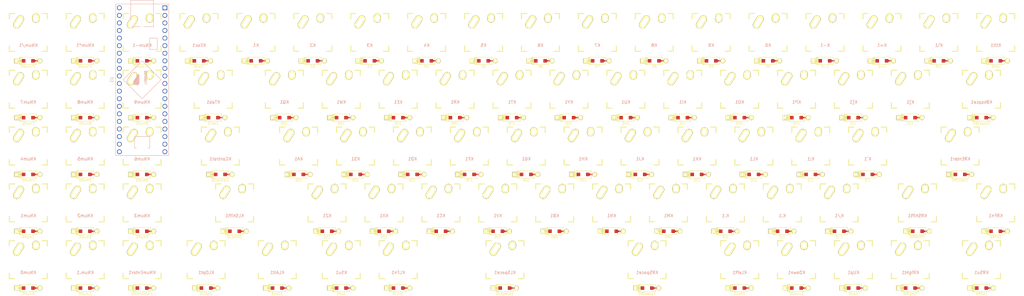
<source format=kicad_pcb>
(kicad_pcb (version 20171130) (host pcbnew "(5.1.6)-1")
  (layers (0 F.Cu signal) (31 B.Cu signal) (34 B.Paste user) (35 F.Paste user) (36 B.SilkS user) (37 F.SilkS user) (38 B.Mask user) (39 F.Mask user) (44 Edge.Cuts user))
  (net 0 "")
  (net 1 "Net-(D.1-Pad2)")
  (net 2 /row3)
  (net 3 "Net-(D0-Pad2)")
  (net 4 /row0)
  (net 5 "Net-(D,1-Pad2)")
  (net 6 "Net-(D1-Pad2)")
  (net 7 "Net-(D2-Pad2)")
  (net 8 "Net-(D3-Pad2)")
  (net 9 "Net-(D4-Pad2)")
  (net 10 "Net-(D5-Pad2)")
  (net 11 "Net-(D6-Pad2)")
  (net 12 "Net-(D7-Pad2)")
  (net 13 "Net-(D8-Pad2)")
  (net 14 "Net-(D9-Pad2)")
  (net 15 "Net-(D'1-Pad2)")
  (net 16 /row2)
  (net 17 "Net-(D-1-Pad2)")
  (net 18 "Net-(D/1-Pad2)")
  (net 19 "Net-(D;1-Pad2)")
  (net 20 "Net-(D=1-Pad2)")
  (net 21 "Net-(D[1-Pad2)")
  (net 22 /row1)
  (net 23 "Net-(D\\1-Pad2)")
  (net 24 "Net-(D]1-Pad2)")
  (net 25 "Net-(DA1-Pad2)")
  (net 26 "Net-(DB1-Pad2)")
  (net 27 "Net-(DBkspce1-Pad2)")
  (net 28 "Net-(DC1-Pad2)")
  (net 29 "Net-(DControl1-Pad2)")
  (net 30 "Net-(DD1-Pad2)")
  (net 31 "Net-(DDown1-Pad2)")
  (net 32 /row4)
  (net 33 "Net-(DE1-Pad2)")
  (net 34 "Net-(DEsc1-Pad2)")
  (net 35 "Net-(DF1-Pad2)")
  (net 36 "Net-(DG1-Pad2)")
  (net 37 "Net-(DH1-Pad2)")
  (net 38 "Net-(DI1-Pad2)")
  (net 39 "Net-(DJ1-Pad2)")
  (net 40 "Net-(DK1-Pad2)")
  (net 41 "Net-(DL1-Pad2)")
  (net 42 "Net-(DLAlt1-Pad2)")
  (net 43 "Net-(DLeft1-Pad2)")
  (net 44 "Net-(DLOpt1-Pad2)")
  (net 45 "Net-(DLShift1-Pad2)")
  (net 46 "Net-(DLSpace1-Pad2)")
  (net 47 "Net-(DM1-Pad2)")
  (net 48 "Net-(DN1-Pad2)")
  (net 49 "Net-(DNum.1-Pad2)")
  (net 50 "Net-(DNum0-Pad2)")
  (net 51 "Net-(DNum1-Pad2)")
  (net 52 "Net-(DNum2-Pad2)")
  (net 53 "Net-(DNum3-Pad2)")
  (net 54 "Net-(DNum4-Pad2)")
  (net 55 "Net-(DNum5-Pad2)")
  (net 56 "Net-(DNum6-Pad2)")
  (net 57 "Net-(DNum7-Pad2)")
  (net 58 "Net-(DNum8-Pad2)")
  (net 59 "Net-(DNum9-Pad2)")
  (net 60 "Net-(DNum*1-Pad2)")
  (net 61 "Net-(DNum-1-Pad2)")
  (net 62 "Net-(DNum/1-Pad2)")
  (net 63 "Net-(DNumEnter1-Pad2)")
  (net 64 "Net-(DO1-Pad2)")
  (net 65 "Net-(DP1-Pad2)")
  (net 66 "Net-(DQ1-Pad2)")
  (net 67 "Net-(DR1-Pad2)")
  (net 68 "Net-(DREnter1-Pad2)")
  (net 69 "Net-(DRFn1-Pad2)")
  (net 70 "Net-(DRight1-Pad2)")
  (net 71 "Net-(DRShift1-Pad2)")
  (net 72 "Net-(DRSpace1-Pad2)")
  (net 73 "Net-(DRSu1-Pad2)")
  (net 74 "Net-(DS1-Pad2)")
  (net 75 "Net-(DSu1-Pad2)")
  (net 76 "Net-(DT1-Pad2)")
  (net 77 "Net-(DTab1-Pad2)")
  (net 78 "Net-(Dtil1-Pad2)")
  (net 79 "Net-(DU1-Pad2)")
  (net 80 "Net-(DUp1-Pad2)")
  (net 81 "Net-(DV1-Pad2)")
  (net 82 "Net-(DW1-Pad2)")
  (net 83 /col6)
  (net 84 "Net-(DX1-Pad2)")
  (net 85 "Net-(DY1-Pad2)")
  (net 86 "Net-(DZ1-Pad2)")
  (net 87 /col13)
  (net 88 /col12)
  (net 89 /col4)
  (net 90 /col5)
  (net 91 /col7)
  (net 92 /col8)
  (net 93 /col9)
  (net 94 /col10)
  (net 95 /col11)
  (net 96 /col15)
  (net 97 /col14)
  (net 98 /col16)
  (net 99 /col17)
  (net 100 /col3)
  (net 101 /col0)
  (net 102 /col1)
  (net 103 /col2)
  (net 104 "Net-(U1-Pad11)")
  (net 105 "Net-(U1-Pad12)")
  (net 106 "Net-(U1-Pad29)")
  (net 107 "Net-(U1-Pad30)")
  (net 108 "Net-(U1-Pad31)")
  (net 109 "Net-(U1-Pad32)")
  (net 110 "Net-(U1-Pad40)")
  (net 111 "Net-(U1-Pad41)")
  (net 112 "Net-(U1-Pad42)")
  (net 113 "Net-(U1-Pad43)")
  (net 114 "Net-(DLFn1-Pad2)")
  (net 115 "Net-(U1-Pad35)")
  (net 116 "Net-(U1-Pad34)")
  (net 117 "Net-(U1-Pad33)")
  (net 118 "Net-(U1-Pad1)")
  (net 119 "Net-(U1-Pad37)")
  (net 120 "Net-(U1-Pad36)")
  (module teensy:Teensy2.0++ (layer B.Cu) (at 79.375 112.7125 270)
    (fp_text reference U1 (at 0 10.16 90) (layer B.SilkS) (effects (justify mirror)))
    (fp_text value Teensy2.0++)
    (fp_text user 90USB1286 (at 0 -1.143 90) (layer B.SilkS) (effects (font (size 0.7 0.7)) (justify mirror)))
    (pad 43 thru_hole circle (at -24.13 7.62 270) (size 1.6 1.6) (drill 1.1) (layers *.Cu *.Mask) (net 113 "Net-(U1-Pad43)"))
    (pad 42 thru_hole circle (at -21.59 7.62 270) (size 1.6 1.6) (drill 1.1) (layers *.Cu *.Mask) (net 112 "Net-(U1-Pad42)"))
    (pad 41 thru_hole circle (at -19.05 7.62 270) (size 1.6 1.6) (drill 1.1) (layers *.Cu *.Mask) (net 111 "Net-(U1-Pad41)"))
    (pad 40 thru_hole circle (at -16.51 7.62 270) (size 1.6 1.6) (drill 1.1) (layers *.Cu *.Mask) (net 110 "Net-(U1-Pad40)"))
    (pad 39 thru_hole circle (at -13.97 7.62 270) (size 1.6 1.6) (drill 1.1) (layers *.Cu *.Mask) (net 101 /col0))
    (pad 38 thru_hole circle (at -11.43 7.62 270) (size 1.6 1.6) (drill 1.1) (layers *.Cu *.Mask) (net 102 /col1))
    (pad 37 thru_hole circle (at -8.89 7.62 270) (size 1.6 1.6) (drill 1.1) (layers *.Cu *.Mask) (net 119 "Net-(U1-Pad37)"))
    (pad 36 thru_hole circle (at -6.35 7.62 270) (size 1.6 1.6) (drill 1.1) (layers *.Cu *.Mask) (net 120 "Net-(U1-Pad36)"))
    (pad 35 thru_hole circle (at -3.81 7.62 270) (size 1.6 1.6) (drill 1.1) (layers *.Cu *.Mask) (net 115 "Net-(U1-Pad35)"))
    (pad 34 thru_hole circle (at -1.27 7.62 270) (size 1.6 1.6) (drill 1.1) (layers *.Cu *.Mask) (net 116 "Net-(U1-Pad34)"))
    (pad 33 thru_hole circle (at 1.27 7.62 270) (size 1.6 1.6) (drill 1.1) (layers *.Cu *.Mask) (net 117 "Net-(U1-Pad33)"))
    (pad 32 thru_hole circle (at 3.81 7.62 270) (size 1.6 1.6) (drill 1.1) (layers *.Cu *.Mask) (net 109 "Net-(U1-Pad32)"))
    (pad 31 thru_hole circle (at 6.35 7.62 270) (size 1.6 1.6) (drill 1.1) (layers *.Cu *.Mask) (net 108 "Net-(U1-Pad31)"))
    (pad 30 thru_hole circle (at 8.89 7.62 270) (size 1.6 1.6) (drill 1.1) (layers *.Cu *.Mask) (net 107 "Net-(U1-Pad30)"))
    (pad 29 thru_hole circle (at 11.43 7.62 270) (size 1.6 1.6) (drill 1.1) (layers *.Cu *.Mask) (net 106 "Net-(U1-Pad29)"))
    (pad 28 thru_hole circle (at 13.97 7.62 270) (size 1.6 1.6) (drill 1.1) (layers *.Cu *.Mask) (net 4 /row0))
    (pad 27 thru_hole circle (at 16.51 7.62 270) (size 1.6 1.6) (drill 1.1) (layers *.Cu *.Mask) (net 22 /row1))
    (pad 26 thru_hole circle (at 19.05 7.62 270) (size 1.6 1.6) (drill 1.1) (layers *.Cu *.Mask) (net 16 /row2))
    (pad 25 thru_hole circle (at 21.59 7.62 270) (size 1.6 1.6) (drill 1.1) (layers *.Cu *.Mask) (net 2 /row3))
    (pad 24 thru_hole circle (at 24.13 7.62 270) (size 1.6 1.6) (drill 1.1) (layers *.Cu *.Mask) (net 32 /row4))
    (pad 20 thru_hole circle (at 24.13 -7.62 270) (size 1.6 1.6) (drill 1.1) (layers *.Cu *.Mask) (net 93 /col9))
    (pad 19 thru_hole circle (at 21.59 -7.62 270) (size 1.6 1.6) (drill 1.1) (layers *.Cu *.Mask) (net 92 /col8))
    (pad 18 thru_hole circle (at 19.05 -7.62 270) (size 1.6 1.6) (drill 1.1) (layers *.Cu *.Mask) (net 91 /col7))
    (pad 17 thru_hole circle (at 16.51 -7.62 270) (size 1.6 1.6) (drill 1.1) (layers *.Cu *.Mask) (net 83 /col6))
    (pad 16 thru_hole circle (at 13.97 -7.62 270) (size 1.6 1.6) (drill 1.1) (layers *.Cu *.Mask) (net 90 /col5))
    (pad 15 thru_hole circle (at 11.43 -7.62 270) (size 1.6 1.6) (drill 1.1) (layers *.Cu *.Mask) (net 89 /col4))
    (pad 14 thru_hole circle (at 8.89 -7.62 270) (size 1.6 1.6) (drill 1.1) (layers *.Cu *.Mask) (net 100 /col3))
    (pad 13 thru_hole circle (at 6.35 -7.62 270) (size 1.6 1.6) (drill 1.1) (layers *.Cu *.Mask) (net 103 /col2))
    (pad 12 thru_hole circle (at 3.81 -7.62 270) (size 1.6 1.6) (drill 1.1) (layers *.Cu *.Mask) (net 105 "Net-(U1-Pad12)"))
    (pad 1 thru_hole rect (at -24.13 -7.62 270) (size 1.6 1.6) (drill 1.1) (layers *.Cu *.Mask) (net 118 "Net-(U1-Pad1)"))
    (pad 2 thru_hole circle (at -21.59 -7.62 270) (size 1.6 1.6) (drill 1.1) (layers *.Cu *.Mask))
    (pad 3 thru_hole circle (at -19.05 -7.62 270) (size 1.6 1.6) (drill 1.1) (layers *.Cu *.Mask) (net 94 /col10))
    (pad 4 thru_hole circle (at -16.51 -7.62 270) (size 1.6 1.6) (drill 1.1) (layers *.Cu *.Mask) (net 95 /col11))
    (pad 5 thru_hole circle (at -13.97 -7.62 270) (size 1.6 1.6) (drill 1.1) (layers *.Cu *.Mask) (net 88 /col12))
    (pad 6 thru_hole circle (at -11.43 -7.62 270) (size 1.6 1.6) (drill 1.1) (layers *.Cu *.Mask) (net 87 /col13))
    (pad 7 thru_hole circle (at -8.89 -7.62 270) (size 1.6 1.6) (drill 1.1) (layers *.Cu *.Mask) (net 97 /col14))
    (pad 8 thru_hole circle (at -6.35 -7.62 270) (size 1.6 1.6) (drill 1.1) (layers *.Cu *.Mask) (net 96 /col15))
    (pad 11 thru_hole circle (at 1.27 -7.62 270) (size 1.6 1.6) (drill 1.1) (layers *.Cu *.Mask) (net 104 "Net-(U1-Pad11)"))
    (pad 10 thru_hole circle (at -1.27 -7.62 270) (size 1.6 1.6) (drill 1.1) (layers *.Cu *.Mask) (net 99 /col17))
    (pad 9 thru_hole circle (at -3.81 -7.62 270) (size 1.6 1.6) (drill 1.1) (layers *.Cu *.Mask) (net 98 /col16))
  )
  (module keebs:Mx_Alps_100 (layer F.Cu) (at 298.45 115.8875)
    (fp_text reference KP1 (at 0 4.318) (layer B.SilkS) (effects (font (thickness 0.2)) (justify mirror)))
    (fp_text value KEYSW hide)
    (pad HOLE np_thru_hole circle (at 0 0) (size 3.9878 3.9878) (drill 3.9878) (layers *.Cu))
    (pad HOLE np_thru_hole circle (at -5.08 0) (size 1.7018 1.7018) (drill 1.7018) (layers *.Cu))
    (pad HOLE np_thru_hole circle (at 5.08 0) (size 1.7018 1.7018) (drill 1.7018) (layers *.Cu))
    (pad 1 thru_hole oval (at -3.255 -3.52 327.5) (size 2.5 4.75) (drill oval 1.5 3.75) (layers *.Cu *.Mask F.SilkS) (net 97 /col14))
    (pad 2 thru_hole oval (at 2.52 -4.79 356.1) (size 2.5 3.08) (drill oval 1.5 2.08) (layers *.Cu *.Mask F.SilkS) (net 65 "Net-(DP1-Pad2)"))
  )
  (module keebs:Mx_Alps_100 (layer F.Cu) (at 365.125 153.9875)
    (fp_text reference KRFn1 (at 0 4.318) (layer B.SilkS) (effects (font (thickness 0.2)) (justify mirror)))
    (fp_text value KEYSW hide)
    (pad HOLE np_thru_hole circle (at 0 0) (size 3.9878 3.9878) (drill 3.9878) (layers *.Cu))
    (pad HOLE np_thru_hole circle (at -5.08 0) (size 1.7018 1.7018) (drill 1.7018) (layers *.Cu))
    (pad HOLE np_thru_hole circle (at 5.08 0) (size 1.7018 1.7018) (drill 1.7018) (layers *.Cu))
    (pad 1 thru_hole oval (at -3.255 -3.52 327.5) (size 2.5 4.75) (drill oval 1.5 3.75) (layers *.Cu *.Mask F.SilkS) (net 99 /col17))
    (pad 2 thru_hole oval (at 2.52 -4.79 356.1) (size 2.5 3.08) (drill oval 1.5 2.08) (layers *.Cu *.Mask F.SilkS) (net 69 "Net-(DRFn1-Pad2)"))
  )
  (module keebs:Mx_Alps_100 (layer F.Cu) (at 165.1 173.0375)
    (fp_text reference KLFn1 (at 0 4.318) (layer B.SilkS) (effects (font (thickness 0.2)) (justify mirror)))
    (fp_text value KEYSW hide)
    (pad HOLE np_thru_hole circle (at 0 0) (size 3.9878 3.9878) (drill 3.9878) (layers *.Cu))
    (pad HOLE np_thru_hole circle (at -5.08 0) (size 1.7018 1.7018) (drill 1.7018) (layers *.Cu))
    (pad HOLE np_thru_hole circle (at 5.08 0) (size 1.7018 1.7018) (drill 1.7018) (layers *.Cu))
    (pad 1 thru_hole oval (at -3.255 -3.52 327.5) (size 2.5 4.75) (drill oval 1.5 3.75) (layers *.Cu *.Mask F.SilkS) (net 91 /col7))
    (pad 2 thru_hole oval (at 2.52 -4.79 356.1) (size 2.5 3.08) (drill oval 1.5 2.08) (layers *.Cu *.Mask F.SilkS) (net 114 "Net-(DLFn1-Pad2)"))
  )
  (module keyboard_parts:D_SOD123_axial (layer F.Cu) (at 365.125 163.5125)
    (fp_text reference DRFn1 (at 0 1.925) (layer F.SilkS) (effects (font (size 0.8 0.8))))
    (fp_text value D hide)
    (pad 2 smd rect (at 2.7 0) (size 2.5 0.5) (layers F.Cu) (net 69 "Net-(DRFn1-Pad2)"))
    (pad 1 smd rect (at -2.7 0) (size 2.5 0.5) (layers F.Cu) (net 2 /row3))
    (pad 2 thru_hole circle (at 3.9 0) (size 1.6 1.6) (drill 0.7) (layers *.Cu *.Mask F.SilkS) (net 69 "Net-(DRFn1-Pad2)"))
    (pad 1 thru_hole rect (at -3.9 0) (size 1.6 1.6) (drill 0.7) (layers *.Cu *.Mask F.SilkS) (net 2 /row3))
    (pad 1 smd rect (at -1.575 0) (size 1.2 1.2) (layers F.Cu F.Paste F.Mask) (net 2 /row3))
    (pad 2 smd rect (at 1.575 0) (size 1.2 1.2) (layers F.Cu F.Paste F.Mask) (net 69 "Net-(DRFn1-Pad2)"))
  )
  (module keyboard_parts:D_SOD123_axial (layer F.Cu) (at 165.1 182.5625)
    (fp_text reference DLFn1 (at 0 1.925) (layer F.SilkS) (effects (font (size 0.8 0.8))))
    (fp_text value D hide)
    (pad 2 smd rect (at 2.7 0) (size 2.5 0.5) (layers F.Cu) (net 114 "Net-(DLFn1-Pad2)"))
    (pad 1 smd rect (at -2.7 0) (size 2.5 0.5) (layers F.Cu) (net 32 /row4))
    (pad 2 thru_hole circle (at 3.9 0) (size 1.6 1.6) (drill 0.7) (layers *.Cu *.Mask F.SilkS) (net 114 "Net-(DLFn1-Pad2)"))
    (pad 1 thru_hole rect (at -3.9 0) (size 1.6 1.6) (drill 0.7) (layers *.Cu *.Mask F.SilkS) (net 32 /row4))
    (pad 1 smd rect (at -1.575 0) (size 1.2 1.2) (layers F.Cu F.Paste F.Mask) (net 32 /row4))
    (pad 2 smd rect (at 1.575 0) (size 1.2 1.2) (layers F.Cu F.Paste F.Mask) (net 114 "Net-(DLFn1-Pad2)"))
  )
  (module keebs:Mx_Alps_100 (layer F.Cu) (at 146.05 115.8875)
    (fp_text reference KW1 (at 0 4.318) (layer B.SilkS) (effects (font (thickness 0.2)) (justify mirror)))
    (fp_text value KEYSW hide)
    (pad HOLE np_thru_hole circle (at 0 0) (size 3.9878 3.9878) (drill 3.9878) (layers *.Cu))
    (pad HOLE np_thru_hole circle (at -5.08 0) (size 1.7018 1.7018) (drill 1.7018) (layers *.Cu))
    (pad HOLE np_thru_hole circle (at 5.08 0) (size 1.7018 1.7018) (drill 1.7018) (layers *.Cu))
    (pad 1 thru_hole oval (at -3.255 -3.52 327.5) (size 2.5 4.75) (drill oval 1.5 3.75) (layers *.Cu *.Mask F.SilkS) (net 83 /col6))
    (pad 2 thru_hole oval (at 2.52 -4.79 356.1) (size 2.5 3.08) (drill oval 1.5 2.08) (layers *.Cu *.Mask F.SilkS) (net 82 "Net-(DW1-Pad2)"))
  )
  (module keebs:Mx_Alps_100 (layer F.Cu) (at 141.2875 153.9875)
    (fp_text reference KZ1 (at 0 4.318) (layer B.SilkS) (effects (font (thickness 0.2)) (justify mirror)))
    (fp_text value KEYSW hide)
    (pad HOLE np_thru_hole circle (at 0 0) (size 3.9878 3.9878) (drill 3.9878) (layers *.Cu))
    (pad HOLE np_thru_hole circle (at -5.08 0) (size 1.7018 1.7018) (drill 1.7018) (layers *.Cu))
    (pad HOLE np_thru_hole circle (at 5.08 0) (size 1.7018 1.7018) (drill 1.7018) (layers *.Cu))
    (pad 1 thru_hole oval (at -3.255 -3.52 327.5) (size 2.5 4.75) (drill oval 1.5 3.75) (layers *.Cu *.Mask F.SilkS) (net 90 /col5))
    (pad 2 thru_hole oval (at 2.52 -4.79 356.1) (size 2.5 3.08) (drill oval 1.5 2.08) (layers *.Cu *.Mask F.SilkS) (net 86 "Net-(DZ1-Pad2)"))
  )
  (module keebs:Mx_Alps_100 (layer F.Cu) (at 222.25 115.8875)
    (fp_text reference KY1 (at 0 4.318) (layer B.SilkS) (effects (font (thickness 0.2)) (justify mirror)))
    (fp_text value KEYSW hide)
    (pad HOLE np_thru_hole circle (at 0 0) (size 3.9878 3.9878) (drill 3.9878) (layers *.Cu))
    (pad HOLE np_thru_hole circle (at -5.08 0) (size 1.7018 1.7018) (drill 1.7018) (layers *.Cu))
    (pad HOLE np_thru_hole circle (at 5.08 0) (size 1.7018 1.7018) (drill 1.7018) (layers *.Cu))
    (pad 1 thru_hole oval (at -3.255 -3.52 327.5) (size 2.5 4.75) (drill oval 1.5 3.75) (layers *.Cu *.Mask F.SilkS) (net 94 /col10))
    (pad 2 thru_hole oval (at 2.52 -4.79 356.1) (size 2.5 3.08) (drill oval 1.5 2.08) (layers *.Cu *.Mask F.SilkS) (net 85 "Net-(DY1-Pad2)"))
  )
  (module keebs:Mx_Alps_100 (layer F.Cu) (at 160.3375 153.9875)
    (fp_text reference KX1 (at 0 4.318) (layer B.SilkS) (effects (font (thickness 0.2)) (justify mirror)))
    (fp_text value KEYSW hide)
    (pad HOLE np_thru_hole circle (at 0 0) (size 3.9878 3.9878) (drill 3.9878) (layers *.Cu))
    (pad HOLE np_thru_hole circle (at -5.08 0) (size 1.7018 1.7018) (drill 1.7018) (layers *.Cu))
    (pad HOLE np_thru_hole circle (at 5.08 0) (size 1.7018 1.7018) (drill 1.7018) (layers *.Cu))
    (pad 1 thru_hole oval (at -3.255 -3.52 327.5) (size 2.5 4.75) (drill oval 1.5 3.75) (layers *.Cu *.Mask F.SilkS) (net 83 /col6))
    (pad 2 thru_hole oval (at 2.52 -4.79 356.1) (size 2.5 3.08) (drill oval 1.5 2.08) (layers *.Cu *.Mask F.SilkS) (net 84 "Net-(DX1-Pad2)"))
  )
  (module keebs:Mx_Alps_100 (layer F.Cu) (at 198.4375 153.9875)
    (fp_text reference KV1 (at 0 4.318) (layer B.SilkS) (effects (font (thickness 0.2)) (justify mirror)))
    (fp_text value KEYSW hide)
    (pad HOLE np_thru_hole circle (at 0 0) (size 3.9878 3.9878) (drill 3.9878) (layers *.Cu))
    (pad HOLE np_thru_hole circle (at -5.08 0) (size 1.7018 1.7018) (drill 1.7018) (layers *.Cu))
    (pad HOLE np_thru_hole circle (at 5.08 0) (size 1.7018 1.7018) (drill 1.7018) (layers *.Cu))
    (pad 1 thru_hole oval (at -3.255 -3.52 327.5) (size 2.5 4.75) (drill oval 1.5 3.75) (layers *.Cu *.Mask F.SilkS) (net 92 /col8))
    (pad 2 thru_hole oval (at 2.52 -4.79 356.1) (size 2.5 3.08) (drill oval 1.5 2.08) (layers *.Cu *.Mask F.SilkS) (net 81 "Net-(DV1-Pad2)"))
  )
  (module keebs:Mx_Alps_100 (layer F.Cu) (at 317.5 173.0375)
    (fp_text reference KUp1 (at 0 4.318) (layer B.SilkS) (effects (font (thickness 0.2)) (justify mirror)))
    (fp_text value KEYSW hide)
    (pad HOLE np_thru_hole circle (at 0 0) (size 3.9878 3.9878) (drill 3.9878) (layers *.Cu))
    (pad HOLE np_thru_hole circle (at -5.08 0) (size 1.7018 1.7018) (drill 1.7018) (layers *.Cu))
    (pad HOLE np_thru_hole circle (at 5.08 0) (size 1.7018 1.7018) (drill 1.7018) (layers *.Cu))
    (pad 1 thru_hole oval (at -3.255 -3.52 327.5) (size 2.5 4.75) (drill oval 1.5 3.75) (layers *.Cu *.Mask F.SilkS) (net 96 /col15))
    (pad 2 thru_hole oval (at 2.52 -4.79 356.1) (size 2.5 3.08) (drill oval 1.5 2.08) (layers *.Cu *.Mask F.SilkS) (net 80 "Net-(DUp1-Pad2)"))
  )
  (module keebs:Mx_Alps_100 (layer F.Cu) (at 241.3 115.8875)
    (fp_text reference KU1 (at 0 4.318) (layer B.SilkS) (effects (font (thickness 0.2)) (justify mirror)))
    (fp_text value KEYSW hide)
    (pad HOLE np_thru_hole circle (at 0 0) (size 3.9878 3.9878) (drill 3.9878) (layers *.Cu))
    (pad HOLE np_thru_hole circle (at -5.08 0) (size 1.7018 1.7018) (drill 1.7018) (layers *.Cu))
    (pad HOLE np_thru_hole circle (at 5.08 0) (size 1.7018 1.7018) (drill 1.7018) (layers *.Cu))
    (pad 1 thru_hole oval (at -3.255 -3.52 327.5) (size 2.5 4.75) (drill oval 1.5 3.75) (layers *.Cu *.Mask F.SilkS) (net 95 /col11))
    (pad 2 thru_hole oval (at 2.52 -4.79 356.1) (size 2.5 3.08) (drill oval 1.5 2.08) (layers *.Cu *.Mask F.SilkS) (net 79 "Net-(DU1-Pad2)"))
  )
  (module keebs:Mx_Alps_100 (layer F.Cu) (at 365.125 96.8375)
    (fp_text reference Ktil1 (at 0 4.318) (layer B.SilkS) (effects (font (thickness 0.2)) (justify mirror)))
    (fp_text value KEYSW hide)
    (pad HOLE np_thru_hole circle (at 0 0) (size 3.9878 3.9878) (drill 3.9878) (layers *.Cu))
    (pad HOLE np_thru_hole circle (at -5.08 0) (size 1.7018 1.7018) (drill 1.7018) (layers *.Cu))
    (pad HOLE np_thru_hole circle (at 5.08 0) (size 1.7018 1.7018) (drill 1.7018) (layers *.Cu))
    (pad 1 thru_hole oval (at -3.255 -3.52 327.5) (size 2.5 4.75) (drill oval 1.5 3.75) (layers *.Cu *.Mask F.SilkS) (net 99 /col17))
    (pad 2 thru_hole oval (at 2.52 -4.79 356.1) (size 2.5 3.08) (drill oval 1.5 2.08) (layers *.Cu *.Mask F.SilkS) (net 78 "Net-(Dtil1-Pad2)"))
  )
  (module keebs:Mx_Alps_150 (layer F.Cu) (at 103.1875 115.8875)
    (fp_text reference KTab1 (at 0 4.318) (layer B.SilkS) (effects (font (thickness 0.2)) (justify mirror)))
    (fp_text value KEYSW hide)
    (pad HOLE np_thru_hole circle (at 0 0) (size 3.9878 3.9878) (drill 3.9878) (layers *.Cu))
    (pad HOLE np_thru_hole circle (at -5.08 0) (size 1.7018 1.7018) (drill 1.7018) (layers *.Cu))
    (pad HOLE np_thru_hole circle (at 5.08 0) (size 1.7018 1.7018) (drill 1.7018) (layers *.Cu))
    (pad 1 thru_hole oval (at -3.255 -3.52 327.5) (size 2.5 4.75) (drill oval 1.5 3.75) (layers *.Cu *.Mask F.SilkS) (net 100 /col3))
    (pad 2 thru_hole oval (at 2.52 -4.79 356.1) (size 2.5 3.08) (drill oval 1.5 2.08) (layers *.Cu *.Mask F.SilkS) (net 77 "Net-(DTab1-Pad2)"))
  )
  (module keebs:Mx_Alps_100 (layer F.Cu) (at 203.2 115.8875)
    (fp_text reference KT1 (at 0 4.318) (layer B.SilkS) (effects (font (thickness 0.2)) (justify mirror)))
    (fp_text value KEYSW hide)
    (pad HOLE np_thru_hole circle (at 0 0) (size 3.9878 3.9878) (drill 3.9878) (layers *.Cu))
    (pad HOLE np_thru_hole circle (at -5.08 0) (size 1.7018 1.7018) (drill 1.7018) (layers *.Cu))
    (pad HOLE np_thru_hole circle (at 5.08 0) (size 1.7018 1.7018) (drill 1.7018) (layers *.Cu))
    (pad 1 thru_hole oval (at -3.255 -3.52 327.5) (size 2.5 4.75) (drill oval 1.5 3.75) (layers *.Cu *.Mask F.SilkS) (net 93 /col9))
    (pad 2 thru_hole oval (at 2.52 -4.79 356.1) (size 2.5 3.08) (drill oval 1.5 2.08) (layers *.Cu *.Mask F.SilkS) (net 76 "Net-(DT1-Pad2)"))
  )
  (module keebs:Mx_Alps_100 (layer F.Cu) (at 146.05 173.0375)
    (fp_text reference KSu1 (at 0 4.318) (layer B.SilkS) (effects (font (thickness 0.2)) (justify mirror)))
    (fp_text value KEYSW hide)
    (pad HOLE np_thru_hole circle (at 0 0) (size 3.9878 3.9878) (drill 3.9878) (layers *.Cu))
    (pad HOLE np_thru_hole circle (at -5.08 0) (size 1.7018 1.7018) (drill 1.7018) (layers *.Cu))
    (pad HOLE np_thru_hole circle (at 5.08 0) (size 1.7018 1.7018) (drill 1.7018) (layers *.Cu))
    (pad 1 thru_hole oval (at -3.255 -3.52 327.5) (size 2.5 4.75) (drill oval 1.5 3.75) (layers *.Cu *.Mask F.SilkS) (net 83 /col6))
    (pad 2 thru_hole oval (at 2.52 -4.79 356.1) (size 2.5 3.08) (drill oval 1.5 2.08) (layers *.Cu *.Mask F.SilkS) (net 75 "Net-(DSu1-Pad2)"))
  )
  (module keebs:Mx_Alps_100 (layer F.Cu) (at 150.8125 134.9375)
    (fp_text reference KS1 (at 0 4.318) (layer B.SilkS) (effects (font (thickness 0.2)) (justify mirror)))
    (fp_text value KEYSW hide)
    (pad HOLE np_thru_hole circle (at 0 0) (size 3.9878 3.9878) (drill 3.9878) (layers *.Cu))
    (pad HOLE np_thru_hole circle (at -5.08 0) (size 1.7018 1.7018) (drill 1.7018) (layers *.Cu))
    (pad HOLE np_thru_hole circle (at 5.08 0) (size 1.7018 1.7018) (drill 1.7018) (layers *.Cu))
    (pad 1 thru_hole oval (at -3.255 -3.52 327.5) (size 2.5 4.75) (drill oval 1.5 3.75) (layers *.Cu *.Mask F.SilkS) (net 83 /col6))
    (pad 2 thru_hole oval (at 2.52 -4.79 356.1) (size 2.5 3.08) (drill oval 1.5 2.08) (layers *.Cu *.Mask F.SilkS) (net 74 "Net-(DS1-Pad2)"))
  )
  (module keebs:Mx_Alps_150 (layer F.Cu) (at 360.3625 173.0375)
    (fp_text reference KRSu1 (at 0 4.318) (layer B.SilkS) (effects (font (thickness 0.2)) (justify mirror)))
    (fp_text value KEYSW hide)
    (pad HOLE np_thru_hole circle (at 0 0) (size 3.9878 3.9878) (drill 3.9878) (layers *.Cu))
    (pad HOLE np_thru_hole circle (at -5.08 0) (size 1.7018 1.7018) (drill 1.7018) (layers *.Cu))
    (pad HOLE np_thru_hole circle (at 5.08 0) (size 1.7018 1.7018) (drill 1.7018) (layers *.Cu))
    (pad 1 thru_hole oval (at -3.255 -3.52 327.5) (size 2.5 4.75) (drill oval 1.5 3.75) (layers *.Cu *.Mask F.SilkS) (net 99 /col17))
    (pad 2 thru_hole oval (at 2.52 -4.79 356.1) (size 2.5 3.08) (drill oval 1.5 2.08) (layers *.Cu *.Mask F.SilkS) (net 73 "Net-(DRSu1-Pad2)"))
  )
  (module keebs:Mx_Alps_225 (layer F.Cu) (at 248.44375 173.0375)
    (fp_text reference KRSpace1 (at 0 4.318) (layer B.SilkS) (effects (font (thickness 0.2)) (justify mirror)))
    (fp_text value KEYSW hide)
    (pad HOLE np_thru_hole circle (at 0 0) (size 3.9878 3.9878) (drill 3.9878) (layers *.Cu))
    (pad HOLE np_thru_hole circle (at -5.08 0) (size 1.7018 1.7018) (drill 1.7018) (layers *.Cu))
    (pad HOLE np_thru_hole circle (at 5.08 0) (size 1.7018 1.7018) (drill 1.7018) (layers *.Cu))
    (pad HOLE np_thru_hole circle (at -11.938 -6.985) (size 3.048 3.048) (drill 3.048) (layers *.Cu))
    (pad HOLE np_thru_hole circle (at 11.938 -6.985) (size 3.048 3.048) (drill 3.048) (layers *.Cu))
    (pad HOLE np_thru_hole circle (at -11.938 8.255) (size 3.9878 3.9878) (drill 3.9878) (layers *.Cu))
    (pad HOLE np_thru_hole circle (at 11.938 8.255) (size 3.9878 3.9878) (drill 3.9878) (layers *.Cu))
    (pad 1 thru_hole oval (at -3.255 -3.52 327.5) (size 2.5 4.75) (drill oval 1.5 3.75) (layers *.Cu *.Mask F.SilkS) (net 95 /col11))
    (pad 2 thru_hole oval (at 2.52 -4.79 356.1) (size 2.5 3.08) (drill oval 1.5 2.08) (layers *.Cu *.Mask F.SilkS) (net 72 "Net-(DRSpace1-Pad2)"))
  )
  (module keebs:Mx_Alps_175 (layer F.Cu) (at 338.93125 153.9875)
    (fp_text reference KRShift1 (at 0 4.318) (layer B.SilkS) (effects (font (thickness 0.2)) (justify mirror)))
    (fp_text value KEYSW hide)
    (pad HOLE np_thru_hole circle (at 0 0) (size 3.9878 3.9878) (drill 3.9878) (layers *.Cu))
    (pad HOLE np_thru_hole circle (at -5.08 0) (size 1.7018 1.7018) (drill 1.7018) (layers *.Cu))
    (pad HOLE np_thru_hole circle (at 5.08 0) (size 1.7018 1.7018) (drill 1.7018) (layers *.Cu))
    (pad 1 thru_hole oval (at -3.255 -3.52 327.5) (size 2.5 4.75) (drill oval 1.5 3.75) (layers *.Cu *.Mask F.SilkS) (net 98 /col16))
    (pad 2 thru_hole oval (at 2.52 -4.79 356.1) (size 2.5 3.08) (drill oval 1.5 2.08) (layers *.Cu *.Mask F.SilkS) (net 71 "Net-(DRShift1-Pad2)"))
  )
  (module keebs:Mx_Alps_100 (layer F.Cu) (at 336.55 173.0375)
    (fp_text reference KRight1 (at 0 4.318) (layer B.SilkS) (effects (font (thickness 0.2)) (justify mirror)))
    (fp_text value KEYSW hide)
    (pad HOLE np_thru_hole circle (at 0 0) (size 3.9878 3.9878) (drill 3.9878) (layers *.Cu))
    (pad HOLE np_thru_hole circle (at -5.08 0) (size 1.7018 1.7018) (drill 1.7018) (layers *.Cu))
    (pad HOLE np_thru_hole circle (at 5.08 0) (size 1.7018 1.7018) (drill 1.7018) (layers *.Cu))
    (pad 1 thru_hole oval (at -3.255 -3.52 327.5) (size 2.5 4.75) (drill oval 1.5 3.75) (layers *.Cu *.Mask F.SilkS) (net 98 /col16))
    (pad 2 thru_hole oval (at 2.52 -4.79 356.1) (size 2.5 3.08) (drill oval 1.5 2.08) (layers *.Cu *.Mask F.SilkS) (net 70 "Net-(DRight1-Pad2)"))
  )
  (module keebs:Mx_Alps_225 (layer F.Cu) (at 353.21875 134.9375)
    (fp_text reference KREnter1 (at 0 4.318) (layer B.SilkS) (effects (font (thickness 0.2)) (justify mirror)))
    (fp_text value KEYSW hide)
    (pad HOLE np_thru_hole circle (at 0 0) (size 3.9878 3.9878) (drill 3.9878) (layers *.Cu))
    (pad HOLE np_thru_hole circle (at -5.08 0) (size 1.7018 1.7018) (drill 1.7018) (layers *.Cu))
    (pad HOLE np_thru_hole circle (at 5.08 0) (size 1.7018 1.7018) (drill 1.7018) (layers *.Cu))
    (pad HOLE np_thru_hole circle (at -11.938 -6.985) (size 3.048 3.048) (drill 3.048) (layers *.Cu))
    (pad HOLE np_thru_hole circle (at 11.938 -6.985) (size 3.048 3.048) (drill 3.048) (layers *.Cu))
    (pad HOLE np_thru_hole circle (at -11.938 8.255) (size 3.9878 3.9878) (drill 3.9878) (layers *.Cu))
    (pad HOLE np_thru_hole circle (at 11.938 8.255) (size 3.9878 3.9878) (drill 3.9878) (layers *.Cu))
    (pad 1 thru_hole oval (at -3.255 -3.52 327.5) (size 2.5 4.75) (drill oval 1.5 3.75) (layers *.Cu *.Mask F.SilkS) (net 98 /col16))
    (pad 2 thru_hole oval (at 2.52 -4.79 356.1) (size 2.5 3.08) (drill oval 1.5 2.08) (layers *.Cu *.Mask F.SilkS) (net 68 "Net-(DREnter1-Pad2)"))
  )
  (module keebs:Mx_Alps_100 (layer F.Cu) (at 184.15 115.8875)
    (fp_text reference KR1 (at 0 4.318) (layer B.SilkS) (effects (font (thickness 0.2)) (justify mirror)))
    (fp_text value KEYSW hide)
    (pad HOLE np_thru_hole circle (at 0 0) (size 3.9878 3.9878) (drill 3.9878) (layers *.Cu))
    (pad HOLE np_thru_hole circle (at -5.08 0) (size 1.7018 1.7018) (drill 1.7018) (layers *.Cu))
    (pad HOLE np_thru_hole circle (at 5.08 0) (size 1.7018 1.7018) (drill 1.7018) (layers *.Cu))
    (pad 1 thru_hole oval (at -3.255 -3.52 327.5) (size 2.5 4.75) (drill oval 1.5 3.75) (layers *.Cu *.Mask F.SilkS) (net 92 /col8))
    (pad 2 thru_hole oval (at 2.52 -4.79 356.1) (size 2.5 3.08) (drill oval 1.5 2.08) (layers *.Cu *.Mask F.SilkS) (net 67 "Net-(DR1-Pad2)"))
  )
  (module keebs:Mx_Alps_100 (layer F.Cu) (at 127 115.8875)
    (fp_text reference KQ1 (at 0 4.318) (layer B.SilkS) (effects (font (thickness 0.2)) (justify mirror)))
    (fp_text value KEYSW hide)
    (pad HOLE np_thru_hole circle (at 0 0) (size 3.9878 3.9878) (drill 3.9878) (layers *.Cu))
    (pad HOLE np_thru_hole circle (at -5.08 0) (size 1.7018 1.7018) (drill 1.7018) (layers *.Cu))
    (pad HOLE np_thru_hole circle (at 5.08 0) (size 1.7018 1.7018) (drill 1.7018) (layers *.Cu))
    (pad 1 thru_hole oval (at -3.255 -3.52 327.5) (size 2.5 4.75) (drill oval 1.5 3.75) (layers *.Cu *.Mask F.SilkS) (net 90 /col5))
    (pad 2 thru_hole oval (at 2.52 -4.79 356.1) (size 2.5 3.08) (drill oval 1.5 2.08) (layers *.Cu *.Mask F.SilkS) (net 66 "Net-(DQ1-Pad2)"))
  )
  (module keebs:Mx_Alps_100 (layer F.Cu) (at 279.4 115.8875)
    (fp_text reference KO1 (at 0 4.318) (layer B.SilkS) (effects (font (thickness 0.2)) (justify mirror)))
    (fp_text value KEYSW hide)
    (pad HOLE np_thru_hole circle (at 0 0) (size 3.9878 3.9878) (drill 3.9878) (layers *.Cu))
    (pad HOLE np_thru_hole circle (at -5.08 0) (size 1.7018 1.7018) (drill 1.7018) (layers *.Cu))
    (pad HOLE np_thru_hole circle (at 5.08 0) (size 1.7018 1.7018) (drill 1.7018) (layers *.Cu))
    (pad 1 thru_hole oval (at -3.255 -3.52 327.5) (size 2.5 4.75) (drill oval 1.5 3.75) (layers *.Cu *.Mask F.SilkS) (net 87 /col13))
    (pad 2 thru_hole oval (at 2.52 -4.79 356.1) (size 2.5 3.08) (drill oval 1.5 2.08) (layers *.Cu *.Mask F.SilkS) (net 64 "Net-(DO1-Pad2)"))
  )
  (module keebs:Mx_Alps_100 (layer F.Cu) (at 79.375 173.0375)
    (fp_text reference KNumEnter1 (at 0 4.318) (layer B.SilkS) (effects (font (thickness 0.2)) (justify mirror)))
    (fp_text value KEYSW hide)
    (pad HOLE np_thru_hole circle (at 0 0) (size 3.9878 3.9878) (drill 3.9878) (layers *.Cu))
    (pad HOLE np_thru_hole circle (at -5.08 0) (size 1.7018 1.7018) (drill 1.7018) (layers *.Cu))
    (pad HOLE np_thru_hole circle (at 5.08 0) (size 1.7018 1.7018) (drill 1.7018) (layers *.Cu))
    (pad 1 thru_hole oval (at -3.255 -3.52 327.5) (size 2.5 4.75) (drill oval 1.5 3.75) (layers *.Cu *.Mask F.SilkS) (net 103 /col2))
    (pad 2 thru_hole oval (at 2.52 -4.79 356.1) (size 2.5 3.08) (drill oval 1.5 2.08) (layers *.Cu *.Mask F.SilkS) (net 63 "Net-(DNumEnter1-Pad2)"))
  )
  (module keebs:Mx_Alps_100 (layer F.Cu) (at 41.275 96.8375)
    (fp_text reference KNum/1 (at 0 4.318) (layer B.SilkS) (effects (font (thickness 0.2)) (justify mirror)))
    (fp_text value KEYSW hide)
    (pad HOLE np_thru_hole circle (at 0 0) (size 3.9878 3.9878) (drill 3.9878) (layers *.Cu))
    (pad HOLE np_thru_hole circle (at -5.08 0) (size 1.7018 1.7018) (drill 1.7018) (layers *.Cu))
    (pad HOLE np_thru_hole circle (at 5.08 0) (size 1.7018 1.7018) (drill 1.7018) (layers *.Cu))
    (pad 1 thru_hole oval (at -3.255 -3.52 327.5) (size 2.5 4.75) (drill oval 1.5 3.75) (layers *.Cu *.Mask F.SilkS) (net 101 /col0))
    (pad 2 thru_hole oval (at 2.52 -4.79 356.1) (size 2.5 3.08) (drill oval 1.5 2.08) (layers *.Cu *.Mask F.SilkS) (net 62 "Net-(DNum/1-Pad2)"))
  )
  (module keebs:Mx_Alps_100 (layer F.Cu) (at 79.375 96.8375)
    (fp_text reference KNum-1 (at 0 4.318) (layer B.SilkS) (effects (font (thickness 0.2)) (justify mirror)))
    (fp_text value KEYSW hide)
    (pad HOLE np_thru_hole circle (at 0 0) (size 3.9878 3.9878) (drill 3.9878) (layers *.Cu))
    (pad HOLE np_thru_hole circle (at -5.08 0) (size 1.7018 1.7018) (drill 1.7018) (layers *.Cu))
    (pad HOLE np_thru_hole circle (at 5.08 0) (size 1.7018 1.7018) (drill 1.7018) (layers *.Cu))
    (pad 1 thru_hole oval (at -3.255 -3.52 327.5) (size 2.5 4.75) (drill oval 1.5 3.75) (layers *.Cu *.Mask F.SilkS) (net 103 /col2))
    (pad 2 thru_hole oval (at 2.52 -4.79 356.1) (size 2.5 3.08) (drill oval 1.5 2.08) (layers *.Cu *.Mask F.SilkS) (net 61 "Net-(DNum-1-Pad2)"))
  )
  (module keebs:Mx_Alps_100 (layer F.Cu) (at 60.325 96.8375)
    (fp_text reference KNum*1 (at 0 4.318) (layer B.SilkS) (effects (font (thickness 0.2)) (justify mirror)))
    (fp_text value KEYSW hide)
    (pad HOLE np_thru_hole circle (at 0 0) (size 3.9878 3.9878) (drill 3.9878) (layers *.Cu))
    (pad HOLE np_thru_hole circle (at -5.08 0) (size 1.7018 1.7018) (drill 1.7018) (layers *.Cu))
    (pad HOLE np_thru_hole circle (at 5.08 0) (size 1.7018 1.7018) (drill 1.7018) (layers *.Cu))
    (pad 1 thru_hole oval (at -3.255 -3.52 327.5) (size 2.5 4.75) (drill oval 1.5 3.75) (layers *.Cu *.Mask F.SilkS) (net 102 /col1))
    (pad 2 thru_hole oval (at 2.52 -4.79 356.1) (size 2.5 3.08) (drill oval 1.5 2.08) (layers *.Cu *.Mask F.SilkS) (net 60 "Net-(DNum*1-Pad2)"))
  )
  (module keebs:Mx_Alps_100 (layer F.Cu) (at 79.375 115.8875)
    (fp_text reference KNum9 (at 0 4.318) (layer B.SilkS) (effects (font (thickness 0.2)) (justify mirror)))
    (fp_text value KEYSW hide)
    (pad HOLE np_thru_hole circle (at 0 0) (size 3.9878 3.9878) (drill 3.9878) (layers *.Cu))
    (pad HOLE np_thru_hole circle (at -5.08 0) (size 1.7018 1.7018) (drill 1.7018) (layers *.Cu))
    (pad HOLE np_thru_hole circle (at 5.08 0) (size 1.7018 1.7018) (drill 1.7018) (layers *.Cu))
    (pad 1 thru_hole oval (at -3.255 -3.52 327.5) (size 2.5 4.75) (drill oval 1.5 3.75) (layers *.Cu *.Mask F.SilkS) (net 103 /col2))
    (pad 2 thru_hole oval (at 2.52 -4.79 356.1) (size 2.5 3.08) (drill oval 1.5 2.08) (layers *.Cu *.Mask F.SilkS) (net 59 "Net-(DNum9-Pad2)"))
  )
  (module keebs:Mx_Alps_100 (layer F.Cu) (at 60.325 115.8875)
    (fp_text reference KNum8 (at 0 4.318) (layer B.SilkS) (effects (font (thickness 0.2)) (justify mirror)))
    (fp_text value KEYSW hide)
    (pad HOLE np_thru_hole circle (at 0 0) (size 3.9878 3.9878) (drill 3.9878) (layers *.Cu))
    (pad HOLE np_thru_hole circle (at -5.08 0) (size 1.7018 1.7018) (drill 1.7018) (layers *.Cu))
    (pad HOLE np_thru_hole circle (at 5.08 0) (size 1.7018 1.7018) (drill 1.7018) (layers *.Cu))
    (pad 1 thru_hole oval (at -3.255 -3.52 327.5) (size 2.5 4.75) (drill oval 1.5 3.75) (layers *.Cu *.Mask F.SilkS) (net 102 /col1))
    (pad 2 thru_hole oval (at 2.52 -4.79 356.1) (size 2.5 3.08) (drill oval 1.5 2.08) (layers *.Cu *.Mask F.SilkS) (net 58 "Net-(DNum8-Pad2)"))
  )
  (module keebs:Mx_Alps_100 (layer F.Cu) (at 41.275 115.8875)
    (fp_text reference KNum7 (at 0 4.318) (layer B.SilkS) (effects (font (thickness 0.2)) (justify mirror)))
    (fp_text value KEYSW hide)
    (pad HOLE np_thru_hole circle (at 0 0) (size 3.9878 3.9878) (drill 3.9878) (layers *.Cu))
    (pad HOLE np_thru_hole circle (at -5.08 0) (size 1.7018 1.7018) (drill 1.7018) (layers *.Cu))
    (pad HOLE np_thru_hole circle (at 5.08 0) (size 1.7018 1.7018) (drill 1.7018) (layers *.Cu))
    (pad 1 thru_hole oval (at -3.255 -3.52 327.5) (size 2.5 4.75) (drill oval 1.5 3.75) (layers *.Cu *.Mask F.SilkS) (net 101 /col0))
    (pad 2 thru_hole oval (at 2.52 -4.79 356.1) (size 2.5 3.08) (drill oval 1.5 2.08) (layers *.Cu *.Mask F.SilkS) (net 57 "Net-(DNum7-Pad2)"))
  )
  (module keebs:Mx_Alps_100 (layer F.Cu) (at 79.375 134.9375)
    (fp_text reference KNum6 (at 0 4.318) (layer B.SilkS) (effects (font (thickness 0.2)) (justify mirror)))
    (fp_text value KEYSW hide)
    (pad HOLE np_thru_hole circle (at 0 0) (size 3.9878 3.9878) (drill 3.9878) (layers *.Cu))
    (pad HOLE np_thru_hole circle (at -5.08 0) (size 1.7018 1.7018) (drill 1.7018) (layers *.Cu))
    (pad HOLE np_thru_hole circle (at 5.08 0) (size 1.7018 1.7018) (drill 1.7018) (layers *.Cu))
    (pad 1 thru_hole oval (at -3.255 -3.52 327.5) (size 2.5 4.75) (drill oval 1.5 3.75) (layers *.Cu *.Mask F.SilkS) (net 103 /col2))
    (pad 2 thru_hole oval (at 2.52 -4.79 356.1) (size 2.5 3.08) (drill oval 1.5 2.08) (layers *.Cu *.Mask F.SilkS) (net 56 "Net-(DNum6-Pad2)"))
  )
  (module keebs:Mx_Alps_100 (layer F.Cu) (at 60.325 134.9375)
    (fp_text reference KNum5 (at 0 4.318) (layer B.SilkS) (effects (font (thickness 0.2)) (justify mirror)))
    (fp_text value KEYSW hide)
    (pad HOLE np_thru_hole circle (at 0 0) (size 3.9878 3.9878) (drill 3.9878) (layers *.Cu))
    (pad HOLE np_thru_hole circle (at -5.08 0) (size 1.7018 1.7018) (drill 1.7018) (layers *.Cu))
    (pad HOLE np_thru_hole circle (at 5.08 0) (size 1.7018 1.7018) (drill 1.7018) (layers *.Cu))
    (pad 1 thru_hole oval (at -3.255 -3.52 327.5) (size 2.5 4.75) (drill oval 1.5 3.75) (layers *.Cu *.Mask F.SilkS) (net 102 /col1))
    (pad 2 thru_hole oval (at 2.52 -4.79 356.1) (size 2.5 3.08) (drill oval 1.5 2.08) (layers *.Cu *.Mask F.SilkS) (net 55 "Net-(DNum5-Pad2)"))
  )
  (module keebs:Mx_Alps_100 (layer F.Cu) (at 41.275 134.9375)
    (fp_text reference KNum4 (at 0 4.318) (layer B.SilkS) (effects (font (thickness 0.2)) (justify mirror)))
    (fp_text value KEYSW hide)
    (pad HOLE np_thru_hole circle (at 0 0) (size 3.9878 3.9878) (drill 3.9878) (layers *.Cu))
    (pad HOLE np_thru_hole circle (at -5.08 0) (size 1.7018 1.7018) (drill 1.7018) (layers *.Cu))
    (pad HOLE np_thru_hole circle (at 5.08 0) (size 1.7018 1.7018) (drill 1.7018) (layers *.Cu))
    (pad 1 thru_hole oval (at -3.255 -3.52 327.5) (size 2.5 4.75) (drill oval 1.5 3.75) (layers *.Cu *.Mask F.SilkS) (net 101 /col0))
    (pad 2 thru_hole oval (at 2.52 -4.79 356.1) (size 2.5 3.08) (drill oval 1.5 2.08) (layers *.Cu *.Mask F.SilkS) (net 54 "Net-(DNum4-Pad2)"))
  )
  (module keebs:Mx_Alps_100 (layer F.Cu) (at 79.375 153.9875)
    (fp_text reference KNum3 (at 0 4.318) (layer B.SilkS) (effects (font (thickness 0.2)) (justify mirror)))
    (fp_text value KEYSW hide)
    (pad HOLE np_thru_hole circle (at 0 0) (size 3.9878 3.9878) (drill 3.9878) (layers *.Cu))
    (pad HOLE np_thru_hole circle (at -5.08 0) (size 1.7018 1.7018) (drill 1.7018) (layers *.Cu))
    (pad HOLE np_thru_hole circle (at 5.08 0) (size 1.7018 1.7018) (drill 1.7018) (layers *.Cu))
    (pad 1 thru_hole oval (at -3.255 -3.52 327.5) (size 2.5 4.75) (drill oval 1.5 3.75) (layers *.Cu *.Mask F.SilkS) (net 103 /col2))
    (pad 2 thru_hole oval (at 2.52 -4.79 356.1) (size 2.5 3.08) (drill oval 1.5 2.08) (layers *.Cu *.Mask F.SilkS) (net 53 "Net-(DNum3-Pad2)"))
  )
  (module keebs:Mx_Alps_100 (layer F.Cu) (at 60.325 153.9875)
    (fp_text reference KNum2 (at 0 4.318) (layer B.SilkS) (effects (font (thickness 0.2)) (justify mirror)))
    (fp_text value KEYSW hide)
    (pad HOLE np_thru_hole circle (at 0 0) (size 3.9878 3.9878) (drill 3.9878) (layers *.Cu))
    (pad HOLE np_thru_hole circle (at -5.08 0) (size 1.7018 1.7018) (drill 1.7018) (layers *.Cu))
    (pad HOLE np_thru_hole circle (at 5.08 0) (size 1.7018 1.7018) (drill 1.7018) (layers *.Cu))
    (pad 1 thru_hole oval (at -3.255 -3.52 327.5) (size 2.5 4.75) (drill oval 1.5 3.75) (layers *.Cu *.Mask F.SilkS) (net 102 /col1))
    (pad 2 thru_hole oval (at 2.52 -4.79 356.1) (size 2.5 3.08) (drill oval 1.5 2.08) (layers *.Cu *.Mask F.SilkS) (net 52 "Net-(DNum2-Pad2)"))
  )
  (module keebs:Mx_Alps_100 (layer F.Cu) (at 41.275 153.9875)
    (fp_text reference KNum1 (at 0 4.318) (layer B.SilkS) (effects (font (thickness 0.2)) (justify mirror)))
    (fp_text value KEYSW hide)
    (pad HOLE np_thru_hole circle (at 0 0) (size 3.9878 3.9878) (drill 3.9878) (layers *.Cu))
    (pad HOLE np_thru_hole circle (at -5.08 0) (size 1.7018 1.7018) (drill 1.7018) (layers *.Cu))
    (pad HOLE np_thru_hole circle (at 5.08 0) (size 1.7018 1.7018) (drill 1.7018) (layers *.Cu))
    (pad 1 thru_hole oval (at -3.255 -3.52 327.5) (size 2.5 4.75) (drill oval 1.5 3.75) (layers *.Cu *.Mask F.SilkS) (net 101 /col0))
    (pad 2 thru_hole oval (at 2.52 -4.79 356.1) (size 2.5 3.08) (drill oval 1.5 2.08) (layers *.Cu *.Mask F.SilkS) (net 51 "Net-(DNum1-Pad2)"))
  )
  (module keebs:Mx_Alps_100 (layer F.Cu) (at 41.275 173.0375)
    (fp_text reference KNum0 (at 0 4.318) (layer B.SilkS) (effects (font (thickness 0.2)) (justify mirror)))
    (fp_text value KEYSW hide)
    (pad HOLE np_thru_hole circle (at 0 0) (size 3.9878 3.9878) (drill 3.9878) (layers *.Cu))
    (pad HOLE np_thru_hole circle (at -5.08 0) (size 1.7018 1.7018) (drill 1.7018) (layers *.Cu))
    (pad HOLE np_thru_hole circle (at 5.08 0) (size 1.7018 1.7018) (drill 1.7018) (layers *.Cu))
    (pad 1 thru_hole oval (at -3.255 -3.52 327.5) (size 2.5 4.75) (drill oval 1.5 3.75) (layers *.Cu *.Mask F.SilkS) (net 101 /col0))
    (pad 2 thru_hole oval (at 2.52 -4.79 356.1) (size 2.5 3.08) (drill oval 1.5 2.08) (layers *.Cu *.Mask F.SilkS) (net 50 "Net-(DNum0-Pad2)"))
  )
  (module keebs:Mx_Alps_100 (layer F.Cu) (at 60.325 173.0375)
    (fp_text reference KNum.1 (at 0 4.318) (layer B.SilkS) (effects (font (thickness 0.2)) (justify mirror)))
    (fp_text value KEYSW hide)
    (pad HOLE np_thru_hole circle (at 0 0) (size 3.9878 3.9878) (drill 3.9878) (layers *.Cu))
    (pad HOLE np_thru_hole circle (at -5.08 0) (size 1.7018 1.7018) (drill 1.7018) (layers *.Cu))
    (pad HOLE np_thru_hole circle (at 5.08 0) (size 1.7018 1.7018) (drill 1.7018) (layers *.Cu))
    (pad 1 thru_hole oval (at -3.255 -3.52 327.5) (size 2.5 4.75) (drill oval 1.5 3.75) (layers *.Cu *.Mask F.SilkS) (net 102 /col1))
    (pad 2 thru_hole oval (at 2.52 -4.79 356.1) (size 2.5 3.08) (drill oval 1.5 2.08) (layers *.Cu *.Mask F.SilkS) (net 49 "Net-(DNum.1-Pad2)"))
  )
  (module keebs:Mx_Alps_100 (layer F.Cu) (at 236.5375 153.9875)
    (fp_text reference KN1 (at 0 4.318) (layer B.SilkS) (effects (font (thickness 0.2)) (justify mirror)))
    (fp_text value KEYSW hide)
    (pad HOLE np_thru_hole circle (at 0 0) (size 3.9878 3.9878) (drill 3.9878) (layers *.Cu))
    (pad HOLE np_thru_hole circle (at -5.08 0) (size 1.7018 1.7018) (drill 1.7018) (layers *.Cu))
    (pad HOLE np_thru_hole circle (at 5.08 0) (size 1.7018 1.7018) (drill 1.7018) (layers *.Cu))
    (pad 1 thru_hole oval (at -3.255 -3.52 327.5) (size 2.5 4.75) (drill oval 1.5 3.75) (layers *.Cu *.Mask F.SilkS) (net 94 /col10))
    (pad 2 thru_hole oval (at 2.52 -4.79 356.1) (size 2.5 3.08) (drill oval 1.5 2.08) (layers *.Cu *.Mask F.SilkS) (net 48 "Net-(DN1-Pad2)"))
  )
  (module keebs:Mx_Alps_100 (layer F.Cu) (at 255.5875 153.9875)
    (fp_text reference KM1 (at 0 4.318) (layer B.SilkS) (effects (font (thickness 0.2)) (justify mirror)))
    (fp_text value KEYSW hide)
    (pad HOLE np_thru_hole circle (at 0 0) (size 3.9878 3.9878) (drill 3.9878) (layers *.Cu))
    (pad HOLE np_thru_hole circle (at -5.08 0) (size 1.7018 1.7018) (drill 1.7018) (layers *.Cu))
    (pad HOLE np_thru_hole circle (at 5.08 0) (size 1.7018 1.7018) (drill 1.7018) (layers *.Cu))
    (pad 1 thru_hole oval (at -3.255 -3.52 327.5) (size 2.5 4.75) (drill oval 1.5 3.75) (layers *.Cu *.Mask F.SilkS) (net 95 /col11))
    (pad 2 thru_hole oval (at 2.52 -4.79 356.1) (size 2.5 3.08) (drill oval 1.5 2.08) (layers *.Cu *.Mask F.SilkS) (net 47 "Net-(DM1-Pad2)"))
  )
  (module keebs:Mx_Alps_275 (layer F.Cu) (at 200.81875 173.0375)
    (fp_text reference KLSpace1 (at 0 4.318) (layer B.SilkS) (effects (font (thickness 0.2)) (justify mirror)))
    (fp_text value KEYSW hide)
    (pad HOLE np_thru_hole circle (at 0 0) (size 3.9878 3.9878) (drill 3.9878) (layers *.Cu))
    (pad HOLE np_thru_hole circle (at -5.08 0) (size 1.7018 1.7018) (drill 1.7018) (layers *.Cu))
    (pad HOLE np_thru_hole circle (at 5.08 0) (size 1.7018 1.7018) (drill 1.7018) (layers *.Cu))
    (pad HOLE np_thru_hole circle (at -11.938 -6.985) (size 3.048 3.048) (drill 3.048) (layers *.Cu))
    (pad HOLE np_thru_hole circle (at 11.938 -6.985) (size 3.048 3.048) (drill 3.048) (layers *.Cu))
    (pad HOLE np_thru_hole circle (at -11.938 8.255) (size 3.9878 3.9878) (drill 3.9878) (layers *.Cu))
    (pad HOLE np_thru_hole circle (at 11.938 8.255) (size 3.9878 3.9878) (drill 3.9878) (layers *.Cu))
    (pad 1 thru_hole oval (at -3.255 -3.52 327.5) (size 2.5 4.75) (drill oval 1.5 3.75) (layers *.Cu *.Mask F.SilkS) (net 92 /col8))
    (pad 2 thru_hole oval (at 2.52 -4.79 356.1) (size 2.5 3.08) (drill oval 1.5 2.08) (layers *.Cu *.Mask F.SilkS) (net 46 "Net-(DLSpace1-Pad2)"))
  )
  (module keebs:Mx_Alps_225 (layer F.Cu) (at 110.33125 153.9875)
    (fp_text reference KLShift1 (at 0 4.318) (layer B.SilkS) (effects (font (thickness 0.2)) (justify mirror)))
    (fp_text value KEYSW hide)
    (pad HOLE np_thru_hole circle (at 0 0) (size 3.9878 3.9878) (drill 3.9878) (layers *.Cu))
    (pad HOLE np_thru_hole circle (at -5.08 0) (size 1.7018 1.7018) (drill 1.7018) (layers *.Cu))
    (pad HOLE np_thru_hole circle (at 5.08 0) (size 1.7018 1.7018) (drill 1.7018) (layers *.Cu))
    (pad HOLE np_thru_hole circle (at -11.938 -6.985) (size 3.048 3.048) (drill 3.048) (layers *.Cu))
    (pad HOLE np_thru_hole circle (at 11.938 -6.985) (size 3.048 3.048) (drill 3.048) (layers *.Cu))
    (pad HOLE np_thru_hole circle (at -11.938 8.255) (size 3.9878 3.9878) (drill 3.9878) (layers *.Cu))
    (pad HOLE np_thru_hole circle (at 11.938 8.255) (size 3.9878 3.9878) (drill 3.9878) (layers *.Cu))
    (pad 1 thru_hole oval (at -3.255 -3.52 327.5) (size 2.5 4.75) (drill oval 1.5 3.75) (layers *.Cu *.Mask F.SilkS) (net 89 /col4))
    (pad 2 thru_hole oval (at 2.52 -4.79 356.1) (size 2.5 3.08) (drill oval 1.5 2.08) (layers *.Cu *.Mask F.SilkS) (net 45 "Net-(DLShift1-Pad2)"))
  )
  (module keebs:Mx_Alps_125 (layer F.Cu) (at 100.80625 173.0375)
    (fp_text reference KLOpt1 (at 0 4.318) (layer B.SilkS) (effects (font (thickness 0.2)) (justify mirror)))
    (fp_text value KEYSW hide)
    (pad HOLE np_thru_hole circle (at 0 0) (size 3.9878 3.9878) (drill 3.9878) (layers *.Cu))
    (pad HOLE np_thru_hole circle (at -5.08 0) (size 1.7018 1.7018) (drill 1.7018) (layers *.Cu))
    (pad HOLE np_thru_hole circle (at 5.08 0) (size 1.7018 1.7018) (drill 1.7018) (layers *.Cu))
    (pad 1 thru_hole oval (at -3.255 -3.52 327.5) (size 2.5 4.75) (drill oval 1.5 3.75) (layers *.Cu *.Mask F.SilkS) (net 100 /col3))
    (pad 2 thru_hole oval (at 2.52 -4.79 356.1) (size 2.5 3.08) (drill oval 1.5 2.08) (layers *.Cu *.Mask F.SilkS) (net 44 "Net-(DLOpt1-Pad2)"))
  )
  (module keebs:Mx_Alps_100 (layer F.Cu) (at 279.4 173.0375)
    (fp_text reference KLeft1 (at 0 4.318) (layer B.SilkS) (effects (font (thickness 0.2)) (justify mirror)))
    (fp_text value KEYSW hide)
    (pad HOLE np_thru_hole circle (at 0 0) (size 3.9878 3.9878) (drill 3.9878) (layers *.Cu))
    (pad HOLE np_thru_hole circle (at -5.08 0) (size 1.7018 1.7018) (drill 1.7018) (layers *.Cu))
    (pad HOLE np_thru_hole circle (at 5.08 0) (size 1.7018 1.7018) (drill 1.7018) (layers *.Cu))
    (pad 1 thru_hole oval (at -3.255 -3.52 327.5) (size 2.5 4.75) (drill oval 1.5 3.75) (layers *.Cu *.Mask F.SilkS) (net 87 /col13))
    (pad 2 thru_hole oval (at 2.52 -4.79 356.1) (size 2.5 3.08) (drill oval 1.5 2.08) (layers *.Cu *.Mask F.SilkS) (net 43 "Net-(DLeft1-Pad2)"))
  )
  (module keebs:Mx_Alps_125 (layer F.Cu) (at 124.61875 173.0375)
    (fp_text reference KLAlt1 (at 0 4.318) (layer B.SilkS) (effects (font (thickness 0.2)) (justify mirror)))
    (fp_text value KEYSW hide)
    (pad HOLE np_thru_hole circle (at 0 0) (size 3.9878 3.9878) (drill 3.9878) (layers *.Cu))
    (pad HOLE np_thru_hole circle (at -5.08 0) (size 1.7018 1.7018) (drill 1.7018) (layers *.Cu))
    (pad HOLE np_thru_hole circle (at 5.08 0) (size 1.7018 1.7018) (drill 1.7018) (layers *.Cu))
    (pad 1 thru_hole oval (at -3.255 -3.52 327.5) (size 2.5 4.75) (drill oval 1.5 3.75) (layers *.Cu *.Mask F.SilkS) (net 89 /col4))
    (pad 2 thru_hole oval (at 2.52 -4.79 356.1) (size 2.5 3.08) (drill oval 1.5 2.08) (layers *.Cu *.Mask F.SilkS) (net 42 "Net-(DLAlt1-Pad2)"))
  )
  (module keebs:Mx_Alps_100 (layer F.Cu) (at 284.1625 134.9375)
    (fp_text reference KL1 (at 0 4.318) (layer B.SilkS) (effects (font (thickness 0.2)) (justify mirror)))
    (fp_text value KEYSW hide)
    (pad HOLE np_thru_hole circle (at 0 0) (size 3.9878 3.9878) (drill 3.9878) (layers *.Cu))
    (pad HOLE np_thru_hole circle (at -5.08 0) (size 1.7018 1.7018) (drill 1.7018) (layers *.Cu))
    (pad HOLE np_thru_hole circle (at 5.08 0) (size 1.7018 1.7018) (drill 1.7018) (layers *.Cu))
    (pad 1 thru_hole oval (at -3.255 -3.52 327.5) (size 2.5 4.75) (drill oval 1.5 3.75) (layers *.Cu *.Mask F.SilkS) (net 87 /col13))
    (pad 2 thru_hole oval (at 2.52 -4.79 356.1) (size 2.5 3.08) (drill oval 1.5 2.08) (layers *.Cu *.Mask F.SilkS) (net 41 "Net-(DL1-Pad2)"))
  )
  (module keebs:Mx_Alps_100 (layer F.Cu) (at 265.1125 134.9375)
    (fp_text reference KK1 (at 0 4.318) (layer B.SilkS) (effects (font (thickness 0.2)) (justify mirror)))
    (fp_text value KEYSW hide)
    (pad HOLE np_thru_hole circle (at 0 0) (size 3.9878 3.9878) (drill 3.9878) (layers *.Cu))
    (pad HOLE np_thru_hole circle (at -5.08 0) (size 1.7018 1.7018) (drill 1.7018) (layers *.Cu))
    (pad HOLE np_thru_hole circle (at 5.08 0) (size 1.7018 1.7018) (drill 1.7018) (layers *.Cu))
    (pad 1 thru_hole oval (at -3.255 -3.52 327.5) (size 2.5 4.75) (drill oval 1.5 3.75) (layers *.Cu *.Mask F.SilkS) (net 88 /col12))
    (pad 2 thru_hole oval (at 2.52 -4.79 356.1) (size 2.5 3.08) (drill oval 1.5 2.08) (layers *.Cu *.Mask F.SilkS) (net 40 "Net-(DK1-Pad2)"))
  )
  (module keebs:Mx_Alps_100 (layer F.Cu) (at 246.0625 134.9375)
    (fp_text reference KJ1 (at 0 4.318) (layer B.SilkS) (effects (font (thickness 0.2)) (justify mirror)))
    (fp_text value KEYSW hide)
    (pad HOLE np_thru_hole circle (at 0 0) (size 3.9878 3.9878) (drill 3.9878) (layers *.Cu))
    (pad HOLE np_thru_hole circle (at -5.08 0) (size 1.7018 1.7018) (drill 1.7018) (layers *.Cu))
    (pad HOLE np_thru_hole circle (at 5.08 0) (size 1.7018 1.7018) (drill 1.7018) (layers *.Cu))
    (pad 1 thru_hole oval (at -3.255 -3.52 327.5) (size 2.5 4.75) (drill oval 1.5 3.75) (layers *.Cu *.Mask F.SilkS) (net 95 /col11))
    (pad 2 thru_hole oval (at 2.52 -4.79 356.1) (size 2.5 3.08) (drill oval 1.5 2.08) (layers *.Cu *.Mask F.SilkS) (net 39 "Net-(DJ1-Pad2)"))
  )
  (module keebs:Mx_Alps_100 (layer F.Cu) (at 260.35 115.8875)
    (fp_text reference KI1 (at 0 4.318) (layer B.SilkS) (effects (font (thickness 0.2)) (justify mirror)))
    (fp_text value KEYSW hide)
    (pad HOLE np_thru_hole circle (at 0 0) (size 3.9878 3.9878) (drill 3.9878) (layers *.Cu))
    (pad HOLE np_thru_hole circle (at -5.08 0) (size 1.7018 1.7018) (drill 1.7018) (layers *.Cu))
    (pad HOLE np_thru_hole circle (at 5.08 0) (size 1.7018 1.7018) (drill 1.7018) (layers *.Cu))
    (pad 1 thru_hole oval (at -3.255 -3.52 327.5) (size 2.5 4.75) (drill oval 1.5 3.75) (layers *.Cu *.Mask F.SilkS) (net 88 /col12))
    (pad 2 thru_hole oval (at 2.52 -4.79 356.1) (size 2.5 3.08) (drill oval 1.5 2.08) (layers *.Cu *.Mask F.SilkS) (net 38 "Net-(DI1-Pad2)"))
  )
  (module keebs:Mx_Alps_100 (layer F.Cu) (at 227.0125 134.9375)
    (fp_text reference KH1 (at 0 4.318) (layer B.SilkS) (effects (font (thickness 0.2)) (justify mirror)))
    (fp_text value KEYSW hide)
    (pad HOLE np_thru_hole circle (at 0 0) (size 3.9878 3.9878) (drill 3.9878) (layers *.Cu))
    (pad HOLE np_thru_hole circle (at -5.08 0) (size 1.7018 1.7018) (drill 1.7018) (layers *.Cu))
    (pad HOLE np_thru_hole circle (at 5.08 0) (size 1.7018 1.7018) (drill 1.7018) (layers *.Cu))
    (pad 1 thru_hole oval (at -3.255 -3.52 327.5) (size 2.5 4.75) (drill oval 1.5 3.75) (layers *.Cu *.Mask F.SilkS) (net 94 /col10))
    (pad 2 thru_hole oval (at 2.52 -4.79 356.1) (size 2.5 3.08) (drill oval 1.5 2.08) (layers *.Cu *.Mask F.SilkS) (net 37 "Net-(DH1-Pad2)"))
  )
  (module keebs:Mx_Alps_100 (layer F.Cu) (at 207.9625 134.9375)
    (fp_text reference KG1 (at 0 4.318) (layer B.SilkS) (effects (font (thickness 0.2)) (justify mirror)))
    (fp_text value KEYSW hide)
    (pad HOLE np_thru_hole circle (at 0 0) (size 3.9878 3.9878) (drill 3.9878) (layers *.Cu))
    (pad HOLE np_thru_hole circle (at -5.08 0) (size 1.7018 1.7018) (drill 1.7018) (layers *.Cu))
    (pad HOLE np_thru_hole circle (at 5.08 0) (size 1.7018 1.7018) (drill 1.7018) (layers *.Cu))
    (pad 1 thru_hole oval (at -3.255 -3.52 327.5) (size 2.5 4.75) (drill oval 1.5 3.75) (layers *.Cu *.Mask F.SilkS) (net 93 /col9))
    (pad 2 thru_hole oval (at 2.52 -4.79 356.1) (size 2.5 3.08) (drill oval 1.5 2.08) (layers *.Cu *.Mask F.SilkS) (net 36 "Net-(DG1-Pad2)"))
  )
  (module keebs:Mx_Alps_100 (layer F.Cu) (at 188.9125 134.9375)
    (fp_text reference KF1 (at 0 4.318) (layer B.SilkS) (effects (font (thickness 0.2)) (justify mirror)))
    (fp_text value KEYSW hide)
    (pad HOLE np_thru_hole circle (at 0 0) (size 3.9878 3.9878) (drill 3.9878) (layers *.Cu))
    (pad HOLE np_thru_hole circle (at -5.08 0) (size 1.7018 1.7018) (drill 1.7018) (layers *.Cu))
    (pad HOLE np_thru_hole circle (at 5.08 0) (size 1.7018 1.7018) (drill 1.7018) (layers *.Cu))
    (pad 1 thru_hole oval (at -3.255 -3.52 327.5) (size 2.5 4.75) (drill oval 1.5 3.75) (layers *.Cu *.Mask F.SilkS) (net 92 /col8))
    (pad 2 thru_hole oval (at 2.52 -4.79 356.1) (size 2.5 3.08) (drill oval 1.5 2.08) (layers *.Cu *.Mask F.SilkS) (net 35 "Net-(DF1-Pad2)"))
  )
  (module keebs:Mx_Alps_100 (layer F.Cu) (at 98.425 96.8375)
    (fp_text reference KEsc1 (at 0 4.318) (layer B.SilkS) (effects (font (thickness 0.2)) (justify mirror)))
    (fp_text value KEYSW hide)
    (pad HOLE np_thru_hole circle (at 0 0) (size 3.9878 3.9878) (drill 3.9878) (layers *.Cu))
    (pad HOLE np_thru_hole circle (at -5.08 0) (size 1.7018 1.7018) (drill 1.7018) (layers *.Cu))
    (pad HOLE np_thru_hole circle (at 5.08 0) (size 1.7018 1.7018) (drill 1.7018) (layers *.Cu))
    (pad 1 thru_hole oval (at -3.255 -3.52 327.5) (size 2.5 4.75) (drill oval 1.5 3.75) (layers *.Cu *.Mask F.SilkS) (net 100 /col3))
    (pad 2 thru_hole oval (at 2.52 -4.79 356.1) (size 2.5 3.08) (drill oval 1.5 2.08) (layers *.Cu *.Mask F.SilkS) (net 34 "Net-(DEsc1-Pad2)"))
  )
  (module keebs:Mx_Alps_100 (layer F.Cu) (at 165.1 115.8875)
    (fp_text reference KE1 (at 0 4.318) (layer B.SilkS) (effects (font (thickness 0.2)) (justify mirror)))
    (fp_text value KEYSW hide)
    (pad HOLE np_thru_hole circle (at 0 0) (size 3.9878 3.9878) (drill 3.9878) (layers *.Cu))
    (pad HOLE np_thru_hole circle (at -5.08 0) (size 1.7018 1.7018) (drill 1.7018) (layers *.Cu))
    (pad HOLE np_thru_hole circle (at 5.08 0) (size 1.7018 1.7018) (drill 1.7018) (layers *.Cu))
    (pad 1 thru_hole oval (at -3.255 -3.52 327.5) (size 2.5 4.75) (drill oval 1.5 3.75) (layers *.Cu *.Mask F.SilkS) (net 91 /col7))
    (pad 2 thru_hole oval (at 2.52 -4.79 356.1) (size 2.5 3.08) (drill oval 1.5 2.08) (layers *.Cu *.Mask F.SilkS) (net 33 "Net-(DE1-Pad2)"))
  )
  (module keebs:Mx_Alps_100 (layer F.Cu) (at 298.45 173.0375)
    (fp_text reference KDown1 (at 0 4.318) (layer B.SilkS) (effects (font (thickness 0.2)) (justify mirror)))
    (fp_text value KEYSW hide)
    (pad HOLE np_thru_hole circle (at 0 0) (size 3.9878 3.9878) (drill 3.9878) (layers *.Cu))
    (pad HOLE np_thru_hole circle (at -5.08 0) (size 1.7018 1.7018) (drill 1.7018) (layers *.Cu))
    (pad HOLE np_thru_hole circle (at 5.08 0) (size 1.7018 1.7018) (drill 1.7018) (layers *.Cu))
    (pad 1 thru_hole oval (at -3.255 -3.52 327.5) (size 2.5 4.75) (drill oval 1.5 3.75) (layers *.Cu *.Mask F.SilkS) (net 97 /col14))
    (pad 2 thru_hole oval (at 2.52 -4.79 356.1) (size 2.5 3.08) (drill oval 1.5 2.08) (layers *.Cu *.Mask F.SilkS) (net 31 "Net-(DDown1-Pad2)"))
  )
  (module keebs:Mx_Alps_100 (layer F.Cu) (at 169.8625 134.9375)
    (fp_text reference KD1 (at 0 4.318) (layer B.SilkS) (effects (font (thickness 0.2)) (justify mirror)))
    (fp_text value KEYSW hide)
    (pad HOLE np_thru_hole circle (at 0 0) (size 3.9878 3.9878) (drill 3.9878) (layers *.Cu))
    (pad HOLE np_thru_hole circle (at -5.08 0) (size 1.7018 1.7018) (drill 1.7018) (layers *.Cu))
    (pad HOLE np_thru_hole circle (at 5.08 0) (size 1.7018 1.7018) (drill 1.7018) (layers *.Cu))
    (pad 1 thru_hole oval (at -3.255 -3.52 327.5) (size 2.5 4.75) (drill oval 1.5 3.75) (layers *.Cu *.Mask F.SilkS) (net 91 /col7))
    (pad 2 thru_hole oval (at 2.52 -4.79 356.1) (size 2.5 3.08) (drill oval 1.5 2.08) (layers *.Cu *.Mask F.SilkS) (net 30 "Net-(DD1-Pad2)"))
  )
  (module keebs:Mx_Alps_175 (layer F.Cu) (at 105.56875 134.9375)
    (fp_text reference KControl1 (at 0 4.318) (layer B.SilkS) (effects (font (thickness 0.2)) (justify mirror)))
    (fp_text value KEYSW hide)
    (pad HOLE np_thru_hole circle (at 0 0) (size 3.9878 3.9878) (drill 3.9878) (layers *.Cu))
    (pad HOLE np_thru_hole circle (at -5.08 0) (size 1.7018 1.7018) (drill 1.7018) (layers *.Cu))
    (pad HOLE np_thru_hole circle (at 5.08 0) (size 1.7018 1.7018) (drill 1.7018) (layers *.Cu))
    (pad 1 thru_hole oval (at -3.255 -3.52 327.5) (size 2.5 4.75) (drill oval 1.5 3.75) (layers *.Cu *.Mask F.SilkS) (net 100 /col3))
    (pad 2 thru_hole oval (at 2.52 -4.79 356.1) (size 2.5 3.08) (drill oval 1.5 2.08) (layers *.Cu *.Mask F.SilkS) (net 29 "Net-(DControl1-Pad2)"))
  )
  (module keebs:Mx_Alps_100 (layer F.Cu) (at 179.3875 153.9875)
    (fp_text reference KC1 (at 0 4.318) (layer B.SilkS) (effects (font (thickness 0.2)) (justify mirror)))
    (fp_text value KEYSW hide)
    (pad HOLE np_thru_hole circle (at 0 0) (size 3.9878 3.9878) (drill 3.9878) (layers *.Cu))
    (pad HOLE np_thru_hole circle (at -5.08 0) (size 1.7018 1.7018) (drill 1.7018) (layers *.Cu))
    (pad HOLE np_thru_hole circle (at 5.08 0) (size 1.7018 1.7018) (drill 1.7018) (layers *.Cu))
    (pad 1 thru_hole oval (at -3.255 -3.52 327.5) (size 2.5 4.75) (drill oval 1.5 3.75) (layers *.Cu *.Mask F.SilkS) (net 91 /col7))
    (pad 2 thru_hole oval (at 2.52 -4.79 356.1) (size 2.5 3.08) (drill oval 1.5 2.08) (layers *.Cu *.Mask F.SilkS) (net 28 "Net-(DC1-Pad2)"))
  )
  (module keebs:Mx_Alps_150 (layer F.Cu) (at 360.3625 115.8875)
    (fp_text reference KBkspce1 (at 0 4.318) (layer B.SilkS) (effects (font (thickness 0.2)) (justify mirror)))
    (fp_text value KEYSW hide)
    (pad HOLE np_thru_hole circle (at 0 0) (size 3.9878 3.9878) (drill 3.9878) (layers *.Cu))
    (pad HOLE np_thru_hole circle (at -5.08 0) (size 1.7018 1.7018) (drill 1.7018) (layers *.Cu))
    (pad HOLE np_thru_hole circle (at 5.08 0) (size 1.7018 1.7018) (drill 1.7018) (layers *.Cu))
    (pad 1 thru_hole oval (at -3.255 -3.52 327.5) (size 2.5 4.75) (drill oval 1.5 3.75) (layers *.Cu *.Mask F.SilkS) (net 99 /col17))
    (pad 2 thru_hole oval (at 2.52 -4.79 356.1) (size 2.5 3.08) (drill oval 1.5 2.08) (layers *.Cu *.Mask F.SilkS) (net 27 "Net-(DBkspce1-Pad2)"))
  )
  (module keebs:Mx_Alps_100 (layer F.Cu) (at 217.4875 153.9875)
    (fp_text reference KB1 (at 0 4.318) (layer B.SilkS) (effects (font (thickness 0.2)) (justify mirror)))
    (fp_text value KEYSW hide)
    (pad HOLE np_thru_hole circle (at 0 0) (size 3.9878 3.9878) (drill 3.9878) (layers *.Cu))
    (pad HOLE np_thru_hole circle (at -5.08 0) (size 1.7018 1.7018) (drill 1.7018) (layers *.Cu))
    (pad HOLE np_thru_hole circle (at 5.08 0) (size 1.7018 1.7018) (drill 1.7018) (layers *.Cu))
    (pad 1 thru_hole oval (at -3.255 -3.52 327.5) (size 2.5 4.75) (drill oval 1.5 3.75) (layers *.Cu *.Mask F.SilkS) (net 93 /col9))
    (pad 2 thru_hole oval (at 2.52 -4.79 356.1) (size 2.5 3.08) (drill oval 1.5 2.08) (layers *.Cu *.Mask F.SilkS) (net 26 "Net-(DB1-Pad2)"))
  )
  (module keebs:Mx_Alps_100 (layer F.Cu) (at 131.7625 134.9375)
    (fp_text reference KA1 (at 0 4.318) (layer B.SilkS) (effects (font (thickness 0.2)) (justify mirror)))
    (fp_text value KEYSW hide)
    (pad HOLE np_thru_hole circle (at 0 0) (size 3.9878 3.9878) (drill 3.9878) (layers *.Cu))
    (pad HOLE np_thru_hole circle (at -5.08 0) (size 1.7018 1.7018) (drill 1.7018) (layers *.Cu))
    (pad HOLE np_thru_hole circle (at 5.08 0) (size 1.7018 1.7018) (drill 1.7018) (layers *.Cu))
    (pad 1 thru_hole oval (at -3.255 -3.52 327.5) (size 2.5 4.75) (drill oval 1.5 3.75) (layers *.Cu *.Mask F.SilkS) (net 90 /col5))
    (pad 2 thru_hole oval (at 2.52 -4.79 356.1) (size 2.5 3.08) (drill oval 1.5 2.08) (layers *.Cu *.Mask F.SilkS) (net 25 "Net-(DA1-Pad2)"))
  )
  (module keebs:Mx_Alps_100 (layer F.Cu) (at 336.55 115.8875)
    (fp_text reference K]1 (at 0 4.318) (layer B.SilkS) (effects (font (thickness 0.2)) (justify mirror)))
    (fp_text value KEYSW hide)
    (pad HOLE np_thru_hole circle (at 0 0) (size 3.9878 3.9878) (drill 3.9878) (layers *.Cu))
    (pad HOLE np_thru_hole circle (at -5.08 0) (size 1.7018 1.7018) (drill 1.7018) (layers *.Cu))
    (pad HOLE np_thru_hole circle (at 5.08 0) (size 1.7018 1.7018) (drill 1.7018) (layers *.Cu))
    (pad 1 thru_hole oval (at -3.255 -3.52 327.5) (size 2.5 4.75) (drill oval 1.5 3.75) (layers *.Cu *.Mask F.SilkS) (net 98 /col16))
    (pad 2 thru_hole oval (at 2.52 -4.79 356.1) (size 2.5 3.08) (drill oval 1.5 2.08) (layers *.Cu *.Mask F.SilkS) (net 24 "Net-(D]1-Pad2)"))
  )
  (module keebs:Mx_Alps_100 (layer F.Cu) (at 346.075 96.8375)
    (fp_text reference K\1 (at 0 4.318) (layer B.SilkS) (effects (font (thickness 0.2)) (justify mirror)))
    (fp_text value KEYSW hide)
    (pad HOLE np_thru_hole circle (at 0 0) (size 3.9878 3.9878) (drill 3.9878) (layers *.Cu))
    (pad HOLE np_thru_hole circle (at -5.08 0) (size 1.7018 1.7018) (drill 1.7018) (layers *.Cu))
    (pad HOLE np_thru_hole circle (at 5.08 0) (size 1.7018 1.7018) (drill 1.7018) (layers *.Cu))
    (pad 1 thru_hole oval (at -3.255 -3.52 327.5) (size 2.5 4.75) (drill oval 1.5 3.75) (layers *.Cu *.Mask F.SilkS) (net 98 /col16))
    (pad 2 thru_hole oval (at 2.52 -4.79 356.1) (size 2.5 3.08) (drill oval 1.5 2.08) (layers *.Cu *.Mask F.SilkS) (net 23 "Net-(D\\1-Pad2)"))
  )
  (module keebs:Mx_Alps_100 (layer F.Cu) (at 317.5 115.8875)
    (fp_text reference K[1 (at 0 4.318) (layer B.SilkS) (effects (font (thickness 0.2)) (justify mirror)))
    (fp_text value KEYSW hide)
    (pad HOLE np_thru_hole circle (at 0 0) (size 3.9878 3.9878) (drill 3.9878) (layers *.Cu))
    (pad HOLE np_thru_hole circle (at -5.08 0) (size 1.7018 1.7018) (drill 1.7018) (layers *.Cu))
    (pad HOLE np_thru_hole circle (at 5.08 0) (size 1.7018 1.7018) (drill 1.7018) (layers *.Cu))
    (pad 1 thru_hole oval (at -3.255 -3.52 327.5) (size 2.5 4.75) (drill oval 1.5 3.75) (layers *.Cu *.Mask F.SilkS) (net 96 /col15))
    (pad 2 thru_hole oval (at 2.52 -4.79 356.1) (size 2.5 3.08) (drill oval 1.5 2.08) (layers *.Cu *.Mask F.SilkS) (net 21 "Net-(D[1-Pad2)"))
  )
  (module keebs:Mx_Alps_100 (layer F.Cu) (at 327.025 96.8375)
    (fp_text reference K=1 (at 0 4.318) (layer B.SilkS) (effects (font (thickness 0.2)) (justify mirror)))
    (fp_text value KEYSW hide)
    (pad HOLE np_thru_hole circle (at 0 0) (size 3.9878 3.9878) (drill 3.9878) (layers *.Cu))
    (pad HOLE np_thru_hole circle (at -5.08 0) (size 1.7018 1.7018) (drill 1.7018) (layers *.Cu))
    (pad HOLE np_thru_hole circle (at 5.08 0) (size 1.7018 1.7018) (drill 1.7018) (layers *.Cu))
    (pad 1 thru_hole oval (at -3.255 -3.52 327.5) (size 2.5 4.75) (drill oval 1.5 3.75) (layers *.Cu *.Mask F.SilkS) (net 96 /col15))
    (pad 2 thru_hole oval (at 2.52 -4.79 356.1) (size 2.5 3.08) (drill oval 1.5 2.08) (layers *.Cu *.Mask F.SilkS) (net 20 "Net-(D=1-Pad2)"))
  )
  (module keebs:Mx_Alps_100 (layer F.Cu) (at 303.2125 134.9375)
    (fp_text reference K;1 (at 0 4.318) (layer B.SilkS) (effects (font (thickness 0.2)) (justify mirror)))
    (fp_text value KEYSW hide)
    (pad HOLE np_thru_hole circle (at 0 0) (size 3.9878 3.9878) (drill 3.9878) (layers *.Cu))
    (pad HOLE np_thru_hole circle (at -5.08 0) (size 1.7018 1.7018) (drill 1.7018) (layers *.Cu))
    (pad HOLE np_thru_hole circle (at 5.08 0) (size 1.7018 1.7018) (drill 1.7018) (layers *.Cu))
    (pad 1 thru_hole oval (at -3.255 -3.52 327.5) (size 2.5 4.75) (drill oval 1.5 3.75) (layers *.Cu *.Mask F.SilkS) (net 97 /col14))
    (pad 2 thru_hole oval (at 2.52 -4.79 356.1) (size 2.5 3.08) (drill oval 1.5 2.08) (layers *.Cu *.Mask F.SilkS) (net 19 "Net-(D;1-Pad2)"))
  )
  (module keebs:Mx_Alps_100 (layer F.Cu) (at 312.7375 153.9875)
    (fp_text reference K/1 (at 0 4.318) (layer B.SilkS) (effects (font (thickness 0.2)) (justify mirror)))
    (fp_text value KEYSW hide)
    (pad HOLE np_thru_hole circle (at 0 0) (size 3.9878 3.9878) (drill 3.9878) (layers *.Cu))
    (pad HOLE np_thru_hole circle (at -5.08 0) (size 1.7018 1.7018) (drill 1.7018) (layers *.Cu))
    (pad HOLE np_thru_hole circle (at 5.08 0) (size 1.7018 1.7018) (drill 1.7018) (layers *.Cu))
    (pad 1 thru_hole oval (at -3.255 -3.52 327.5) (size 2.5 4.75) (drill oval 1.5 3.75) (layers *.Cu *.Mask F.SilkS) (net 97 /col14))
    (pad 2 thru_hole oval (at 2.52 -4.79 356.1) (size 2.5 3.08) (drill oval 1.5 2.08) (layers *.Cu *.Mask F.SilkS) (net 18 "Net-(D/1-Pad2)"))
  )
  (module keebs:Mx_Alps_100 (layer F.Cu) (at 307.975 96.8375)
    (fp_text reference K-1 (at 0 4.318) (layer B.SilkS) (effects (font (thickness 0.2)) (justify mirror)))
    (fp_text value KEYSW hide)
    (pad HOLE np_thru_hole circle (at 0 0) (size 3.9878 3.9878) (drill 3.9878) (layers *.Cu))
    (pad HOLE np_thru_hole circle (at -5.08 0) (size 1.7018 1.7018) (drill 1.7018) (layers *.Cu))
    (pad HOLE np_thru_hole circle (at 5.08 0) (size 1.7018 1.7018) (drill 1.7018) (layers *.Cu))
    (pad 1 thru_hole oval (at -3.255 -3.52 327.5) (size 2.5 4.75) (drill oval 1.5 3.75) (layers *.Cu *.Mask F.SilkS) (net 97 /col14))
    (pad 2 thru_hole oval (at 2.52 -4.79 356.1) (size 2.5 3.08) (drill oval 1.5 2.08) (layers *.Cu *.Mask F.SilkS) (net 17 "Net-(D-1-Pad2)"))
  )
  (module keebs:Mx_Alps_100 (layer F.Cu) (at 322.2625 134.9375)
    (fp_text reference K'1 (at 0 4.318) (layer B.SilkS) (effects (font (thickness 0.2)) (justify mirror)))
    (fp_text value KEYSW hide)
    (pad HOLE np_thru_hole circle (at 0 0) (size 3.9878 3.9878) (drill 3.9878) (layers *.Cu))
    (pad HOLE np_thru_hole circle (at -5.08 0) (size 1.7018 1.7018) (drill 1.7018) (layers *.Cu))
    (pad HOLE np_thru_hole circle (at 5.08 0) (size 1.7018 1.7018) (drill 1.7018) (layers *.Cu))
    (pad 1 thru_hole oval (at -3.255 -3.52 327.5) (size 2.5 4.75) (drill oval 1.5 3.75) (layers *.Cu *.Mask F.SilkS) (net 96 /col15))
    (pad 2 thru_hole oval (at 2.52 -4.79 356.1) (size 2.5 3.08) (drill oval 1.5 2.08) (layers *.Cu *.Mask F.SilkS) (net 15 "Net-(D'1-Pad2)"))
  )
  (module keebs:Mx_Alps_100 (layer F.Cu) (at 269.875 96.8375)
    (fp_text reference K9 (at 0 4.318) (layer B.SilkS) (effects (font (thickness 0.2)) (justify mirror)))
    (fp_text value KEYSW hide)
    (pad HOLE np_thru_hole circle (at 0 0) (size 3.9878 3.9878) (drill 3.9878) (layers *.Cu))
    (pad HOLE np_thru_hole circle (at -5.08 0) (size 1.7018 1.7018) (drill 1.7018) (layers *.Cu))
    (pad HOLE np_thru_hole circle (at 5.08 0) (size 1.7018 1.7018) (drill 1.7018) (layers *.Cu))
    (pad 1 thru_hole oval (at -3.255 -3.52 327.5) (size 2.5 4.75) (drill oval 1.5 3.75) (layers *.Cu *.Mask F.SilkS) (net 88 /col12))
    (pad 2 thru_hole oval (at 2.52 -4.79 356.1) (size 2.5 3.08) (drill oval 1.5 2.08) (layers *.Cu *.Mask F.SilkS) (net 14 "Net-(D9-Pad2)"))
  )
  (module keebs:Mx_Alps_100 (layer F.Cu) (at 250.825 96.8375)
    (fp_text reference K8 (at 0 4.318) (layer B.SilkS) (effects (font (thickness 0.2)) (justify mirror)))
    (fp_text value KEYSW hide)
    (pad HOLE np_thru_hole circle (at 0 0) (size 3.9878 3.9878) (drill 3.9878) (layers *.Cu))
    (pad HOLE np_thru_hole circle (at -5.08 0) (size 1.7018 1.7018) (drill 1.7018) (layers *.Cu))
    (pad HOLE np_thru_hole circle (at 5.08 0) (size 1.7018 1.7018) (drill 1.7018) (layers *.Cu))
    (pad 1 thru_hole oval (at -3.255 -3.52 327.5) (size 2.5 4.75) (drill oval 1.5 3.75) (layers *.Cu *.Mask F.SilkS) (net 95 /col11))
    (pad 2 thru_hole oval (at 2.52 -4.79 356.1) (size 2.5 3.08) (drill oval 1.5 2.08) (layers *.Cu *.Mask F.SilkS) (net 13 "Net-(D8-Pad2)"))
  )
  (module keebs:Mx_Alps_100 (layer F.Cu) (at 231.775 96.8375)
    (fp_text reference K7 (at 0 4.318) (layer B.SilkS) (effects (font (thickness 0.2)) (justify mirror)))
    (fp_text value KEYSW hide)
    (pad HOLE np_thru_hole circle (at 0 0) (size 3.9878 3.9878) (drill 3.9878) (layers *.Cu))
    (pad HOLE np_thru_hole circle (at -5.08 0) (size 1.7018 1.7018) (drill 1.7018) (layers *.Cu))
    (pad HOLE np_thru_hole circle (at 5.08 0) (size 1.7018 1.7018) (drill 1.7018) (layers *.Cu))
    (pad 1 thru_hole oval (at -3.255 -3.52 327.5) (size 2.5 4.75) (drill oval 1.5 3.75) (layers *.Cu *.Mask F.SilkS) (net 94 /col10))
    (pad 2 thru_hole oval (at 2.52 -4.79 356.1) (size 2.5 3.08) (drill oval 1.5 2.08) (layers *.Cu *.Mask F.SilkS) (net 12 "Net-(D7-Pad2)"))
  )
  (module keebs:Mx_Alps_100 (layer F.Cu) (at 212.725 96.8375)
    (fp_text reference K6 (at 0 4.318) (layer B.SilkS) (effects (font (thickness 0.2)) (justify mirror)))
    (fp_text value KEYSW hide)
    (pad HOLE np_thru_hole circle (at 0 0) (size 3.9878 3.9878) (drill 3.9878) (layers *.Cu))
    (pad HOLE np_thru_hole circle (at -5.08 0) (size 1.7018 1.7018) (drill 1.7018) (layers *.Cu))
    (pad HOLE np_thru_hole circle (at 5.08 0) (size 1.7018 1.7018) (drill 1.7018) (layers *.Cu))
    (pad 1 thru_hole oval (at -3.255 -3.52 327.5) (size 2.5 4.75) (drill oval 1.5 3.75) (layers *.Cu *.Mask F.SilkS) (net 93 /col9))
    (pad 2 thru_hole oval (at 2.52 -4.79 356.1) (size 2.5 3.08) (drill oval 1.5 2.08) (layers *.Cu *.Mask F.SilkS) (net 11 "Net-(D6-Pad2)"))
  )
  (module keebs:Mx_Alps_100 (layer F.Cu) (at 193.675 96.8375)
    (fp_text reference K5 (at 0 4.318) (layer B.SilkS) (effects (font (thickness 0.2)) (justify mirror)))
    (fp_text value KEYSW hide)
    (pad HOLE np_thru_hole circle (at 0 0) (size 3.9878 3.9878) (drill 3.9878) (layers *.Cu))
    (pad HOLE np_thru_hole circle (at -5.08 0) (size 1.7018 1.7018) (drill 1.7018) (layers *.Cu))
    (pad HOLE np_thru_hole circle (at 5.08 0) (size 1.7018 1.7018) (drill 1.7018) (layers *.Cu))
    (pad 1 thru_hole oval (at -3.255 -3.52 327.5) (size 2.5 4.75) (drill oval 1.5 3.75) (layers *.Cu *.Mask F.SilkS) (net 92 /col8))
    (pad 2 thru_hole oval (at 2.52 -4.79 356.1) (size 2.5 3.08) (drill oval 1.5 2.08) (layers *.Cu *.Mask F.SilkS) (net 10 "Net-(D5-Pad2)"))
  )
  (module keebs:Mx_Alps_100 (layer F.Cu) (at 174.625 96.8375)
    (fp_text reference K4 (at 0 4.318) (layer B.SilkS) (effects (font (thickness 0.2)) (justify mirror)))
    (fp_text value KEYSW hide)
    (pad HOLE np_thru_hole circle (at 0 0) (size 3.9878 3.9878) (drill 3.9878) (layers *.Cu))
    (pad HOLE np_thru_hole circle (at -5.08 0) (size 1.7018 1.7018) (drill 1.7018) (layers *.Cu))
    (pad HOLE np_thru_hole circle (at 5.08 0) (size 1.7018 1.7018) (drill 1.7018) (layers *.Cu))
    (pad 1 thru_hole oval (at -3.255 -3.52 327.5) (size 2.5 4.75) (drill oval 1.5 3.75) (layers *.Cu *.Mask F.SilkS) (net 91 /col7))
    (pad 2 thru_hole oval (at 2.52 -4.79 356.1) (size 2.5 3.08) (drill oval 1.5 2.08) (layers *.Cu *.Mask F.SilkS) (net 9 "Net-(D4-Pad2)"))
  )
  (module keebs:Mx_Alps_100 (layer F.Cu) (at 155.575 96.8375)
    (fp_text reference K3 (at 0 4.318) (layer B.SilkS) (effects (font (thickness 0.2)) (justify mirror)))
    (fp_text value KEYSW hide)
    (pad HOLE np_thru_hole circle (at 0 0) (size 3.9878 3.9878) (drill 3.9878) (layers *.Cu))
    (pad HOLE np_thru_hole circle (at -5.08 0) (size 1.7018 1.7018) (drill 1.7018) (layers *.Cu))
    (pad HOLE np_thru_hole circle (at 5.08 0) (size 1.7018 1.7018) (drill 1.7018) (layers *.Cu))
    (pad 1 thru_hole oval (at -3.255 -3.52 327.5) (size 2.5 4.75) (drill oval 1.5 3.75) (layers *.Cu *.Mask F.SilkS) (net 83 /col6))
    (pad 2 thru_hole oval (at 2.52 -4.79 356.1) (size 2.5 3.08) (drill oval 1.5 2.08) (layers *.Cu *.Mask F.SilkS) (net 8 "Net-(D3-Pad2)"))
  )
  (module keebs:Mx_Alps_100 (layer F.Cu) (at 136.525 96.8375)
    (fp_text reference K2 (at 0 4.318) (layer B.SilkS) (effects (font (thickness 0.2)) (justify mirror)))
    (fp_text value KEYSW hide)
    (pad HOLE np_thru_hole circle (at 0 0) (size 3.9878 3.9878) (drill 3.9878) (layers *.Cu))
    (pad HOLE np_thru_hole circle (at -5.08 0) (size 1.7018 1.7018) (drill 1.7018) (layers *.Cu))
    (pad HOLE np_thru_hole circle (at 5.08 0) (size 1.7018 1.7018) (drill 1.7018) (layers *.Cu))
    (pad 1 thru_hole oval (at -3.255 -3.52 327.5) (size 2.5 4.75) (drill oval 1.5 3.75) (layers *.Cu *.Mask F.SilkS) (net 90 /col5))
    (pad 2 thru_hole oval (at 2.52 -4.79 356.1) (size 2.5 3.08) (drill oval 1.5 2.08) (layers *.Cu *.Mask F.SilkS) (net 7 "Net-(D2-Pad2)"))
  )
  (module keebs:Mx_Alps_100 (layer F.Cu) (at 117.475 96.8375)
    (fp_text reference K1 (at 0 4.318) (layer B.SilkS) (effects (font (thickness 0.2)) (justify mirror)))
    (fp_text value KEYSW hide)
    (pad HOLE np_thru_hole circle (at 0 0) (size 3.9878 3.9878) (drill 3.9878) (layers *.Cu))
    (pad HOLE np_thru_hole circle (at -5.08 0) (size 1.7018 1.7018) (drill 1.7018) (layers *.Cu))
    (pad HOLE np_thru_hole circle (at 5.08 0) (size 1.7018 1.7018) (drill 1.7018) (layers *.Cu))
    (pad 1 thru_hole oval (at -3.255 -3.52 327.5) (size 2.5 4.75) (drill oval 1.5 3.75) (layers *.Cu *.Mask F.SilkS) (net 89 /col4))
    (pad 2 thru_hole oval (at 2.52 -4.79 356.1) (size 2.5 3.08) (drill oval 1.5 2.08) (layers *.Cu *.Mask F.SilkS) (net 6 "Net-(D1-Pad2)"))
  )
  (module keebs:Mx_Alps_100 (layer F.Cu) (at 274.6375 153.9875)
    (fp_text reference K,1 (at 0 4.318) (layer B.SilkS) (effects (font (thickness 0.2)) (justify mirror)))
    (fp_text value KEYSW hide)
    (pad HOLE np_thru_hole circle (at 0 0) (size 3.9878 3.9878) (drill 3.9878) (layers *.Cu))
    (pad HOLE np_thru_hole circle (at -5.08 0) (size 1.7018 1.7018) (drill 1.7018) (layers *.Cu))
    (pad HOLE np_thru_hole circle (at 5.08 0) (size 1.7018 1.7018) (drill 1.7018) (layers *.Cu))
    (pad 1 thru_hole oval (at -3.255 -3.52 327.5) (size 2.5 4.75) (drill oval 1.5 3.75) (layers *.Cu *.Mask F.SilkS) (net 88 /col12))
    (pad 2 thru_hole oval (at 2.52 -4.79 356.1) (size 2.5 3.08) (drill oval 1.5 2.08) (layers *.Cu *.Mask F.SilkS) (net 5 "Net-(D,1-Pad2)"))
  )
  (module keebs:Mx_Alps_100 (layer F.Cu) (at 293.6875 153.9875)
    (fp_text reference K.1 (at 0 4.318) (layer B.SilkS) (effects (font (thickness 0.2)) (justify mirror)))
    (fp_text value KEYSW hide)
    (pad HOLE np_thru_hole circle (at 0 0) (size 3.9878 3.9878) (drill 3.9878) (layers *.Cu))
    (pad HOLE np_thru_hole circle (at -5.08 0) (size 1.7018 1.7018) (drill 1.7018) (layers *.Cu))
    (pad HOLE np_thru_hole circle (at 5.08 0) (size 1.7018 1.7018) (drill 1.7018) (layers *.Cu))
    (pad 1 thru_hole oval (at -3.255 -3.52 327.5) (size 2.5 4.75) (drill oval 1.5 3.75) (layers *.Cu *.Mask F.SilkS) (net 87 /col13))
    (pad 2 thru_hole oval (at 2.52 -4.79 356.1) (size 2.5 3.08) (drill oval 1.5 2.08) (layers *.Cu *.Mask F.SilkS) (net 1 "Net-(D.1-Pad2)"))
  )
  (module keebs:Mx_Alps_100 (layer F.Cu) (at 288.925 96.8375)
    (fp_text reference K0 (at 0 4.318) (layer B.SilkS) (effects (font (thickness 0.2)) (justify mirror)))
    (fp_text value KEYSW hide)
    (pad HOLE np_thru_hole circle (at 0 0) (size 3.9878 3.9878) (drill 3.9878) (layers *.Cu))
    (pad HOLE np_thru_hole circle (at -5.08 0) (size 1.7018 1.7018) (drill 1.7018) (layers *.Cu))
    (pad HOLE np_thru_hole circle (at 5.08 0) (size 1.7018 1.7018) (drill 1.7018) (layers *.Cu))
    (pad 1 thru_hole oval (at -3.255 -3.52 327.5) (size 2.5 4.75) (drill oval 1.5 3.75) (layers *.Cu *.Mask F.SilkS) (net 87 /col13))
    (pad 2 thru_hole oval (at 2.52 -4.79 356.1) (size 2.5 3.08) (drill oval 1.5 2.08) (layers *.Cu *.Mask F.SilkS) (net 3 "Net-(D0-Pad2)"))
  )
  (module keyboard_parts:D_SOD123_axial (layer F.Cu) (at 141.2875 163.5125)
    (fp_text reference DZ1 (at 0 1.925) (layer F.SilkS) (effects (font (size 0.8 0.8))))
    (fp_text value D hide)
    (pad 2 smd rect (at 2.7 0) (size 2.5 0.5) (layers F.Cu) (net 86 "Net-(DZ1-Pad2)"))
    (pad 1 smd rect (at -2.7 0) (size 2.5 0.5) (layers F.Cu) (net 2 /row3))
    (pad 2 thru_hole circle (at 3.9 0) (size 1.6 1.6) (drill 0.7) (layers *.Cu *.Mask F.SilkS) (net 86 "Net-(DZ1-Pad2)"))
    (pad 1 thru_hole rect (at -3.9 0) (size 1.6 1.6) (drill 0.7) (layers *.Cu *.Mask F.SilkS) (net 2 /row3))
    (pad 1 smd rect (at -1.575 0) (size 1.2 1.2) (layers F.Cu F.Paste F.Mask) (net 2 /row3))
    (pad 2 smd rect (at 1.575 0) (size 1.2 1.2) (layers F.Cu F.Paste F.Mask) (net 86 "Net-(DZ1-Pad2)"))
  )
  (module keyboard_parts:D_SOD123_axial (layer F.Cu) (at 222.25 125.4125)
    (fp_text reference DY1 (at 0 1.925) (layer F.SilkS) (effects (font (size 0.8 0.8))))
    (fp_text value D hide)
    (pad 2 smd rect (at 2.7 0) (size 2.5 0.5) (layers F.Cu) (net 85 "Net-(DY1-Pad2)"))
    (pad 1 smd rect (at -2.7 0) (size 2.5 0.5) (layers F.Cu) (net 22 /row1))
    (pad 2 thru_hole circle (at 3.9 0) (size 1.6 1.6) (drill 0.7) (layers *.Cu *.Mask F.SilkS) (net 85 "Net-(DY1-Pad2)"))
    (pad 1 thru_hole rect (at -3.9 0) (size 1.6 1.6) (drill 0.7) (layers *.Cu *.Mask F.SilkS) (net 22 /row1))
    (pad 1 smd rect (at -1.575 0) (size 1.2 1.2) (layers F.Cu F.Paste F.Mask) (net 22 /row1))
    (pad 2 smd rect (at 1.575 0) (size 1.2 1.2) (layers F.Cu F.Paste F.Mask) (net 85 "Net-(DY1-Pad2)"))
  )
  (module keyboard_parts:D_SOD123_axial (layer F.Cu) (at 160.3375 163.5125)
    (fp_text reference DX1 (at 0 1.925) (layer F.SilkS) (effects (font (size 0.8 0.8))))
    (fp_text value D hide)
    (pad 2 smd rect (at 2.7 0) (size 2.5 0.5) (layers F.Cu) (net 84 "Net-(DX1-Pad2)"))
    (pad 1 smd rect (at -2.7 0) (size 2.5 0.5) (layers F.Cu) (net 2 /row3))
    (pad 2 thru_hole circle (at 3.9 0) (size 1.6 1.6) (drill 0.7) (layers *.Cu *.Mask F.SilkS) (net 84 "Net-(DX1-Pad2)"))
    (pad 1 thru_hole rect (at -3.9 0) (size 1.6 1.6) (drill 0.7) (layers *.Cu *.Mask F.SilkS) (net 2 /row3))
    (pad 1 smd rect (at -1.575 0) (size 1.2 1.2) (layers F.Cu F.Paste F.Mask) (net 2 /row3))
    (pad 2 smd rect (at 1.575 0) (size 1.2 1.2) (layers F.Cu F.Paste F.Mask) (net 84 "Net-(DX1-Pad2)"))
  )
  (module keyboard_parts:D_SOD123_axial (layer F.Cu) (at 146.05 125.4125)
    (fp_text reference DW1 (at 0 1.925) (layer F.SilkS) (effects (font (size 0.8 0.8))))
    (fp_text value D hide)
    (pad 2 smd rect (at 2.7 0) (size 2.5 0.5) (layers F.Cu) (net 82 "Net-(DW1-Pad2)"))
    (pad 1 smd rect (at -2.7 0) (size 2.5 0.5) (layers F.Cu) (net 22 /row1))
    (pad 2 thru_hole circle (at 3.9 0) (size 1.6 1.6) (drill 0.7) (layers *.Cu *.Mask F.SilkS) (net 82 "Net-(DW1-Pad2)"))
    (pad 1 thru_hole rect (at -3.9 0) (size 1.6 1.6) (drill 0.7) (layers *.Cu *.Mask F.SilkS) (net 22 /row1))
    (pad 1 smd rect (at -1.575 0) (size 1.2 1.2) (layers F.Cu F.Paste F.Mask) (net 22 /row1))
    (pad 2 smd rect (at 1.575 0) (size 1.2 1.2) (layers F.Cu F.Paste F.Mask) (net 82 "Net-(DW1-Pad2)"))
  )
  (module keyboard_parts:D_SOD123_axial (layer F.Cu) (at 198.4375 163.5125)
    (fp_text reference DV1 (at 0 1.925) (layer F.SilkS) (effects (font (size 0.8 0.8))))
    (fp_text value D hide)
    (pad 2 smd rect (at 2.7 0) (size 2.5 0.5) (layers F.Cu) (net 81 "Net-(DV1-Pad2)"))
    (pad 1 smd rect (at -2.7 0) (size 2.5 0.5) (layers F.Cu) (net 2 /row3))
    (pad 2 thru_hole circle (at 3.9 0) (size 1.6 1.6) (drill 0.7) (layers *.Cu *.Mask F.SilkS) (net 81 "Net-(DV1-Pad2)"))
    (pad 1 thru_hole rect (at -3.9 0) (size 1.6 1.6) (drill 0.7) (layers *.Cu *.Mask F.SilkS) (net 2 /row3))
    (pad 1 smd rect (at -1.575 0) (size 1.2 1.2) (layers F.Cu F.Paste F.Mask) (net 2 /row3))
    (pad 2 smd rect (at 1.575 0) (size 1.2 1.2) (layers F.Cu F.Paste F.Mask) (net 81 "Net-(DV1-Pad2)"))
  )
  (module keyboard_parts:D_SOD123_axial (layer F.Cu) (at 317.5 182.5625)
    (fp_text reference DUp1 (at 0 1.925) (layer F.SilkS) (effects (font (size 0.8 0.8))))
    (fp_text value D hide)
    (pad 2 smd rect (at 2.7 0) (size 2.5 0.5) (layers F.Cu) (net 80 "Net-(DUp1-Pad2)"))
    (pad 1 smd rect (at -2.7 0) (size 2.5 0.5) (layers F.Cu) (net 32 /row4))
    (pad 2 thru_hole circle (at 3.9 0) (size 1.6 1.6) (drill 0.7) (layers *.Cu *.Mask F.SilkS) (net 80 "Net-(DUp1-Pad2)"))
    (pad 1 thru_hole rect (at -3.9 0) (size 1.6 1.6) (drill 0.7) (layers *.Cu *.Mask F.SilkS) (net 32 /row4))
    (pad 1 smd rect (at -1.575 0) (size 1.2 1.2) (layers F.Cu F.Paste F.Mask) (net 32 /row4))
    (pad 2 smd rect (at 1.575 0) (size 1.2 1.2) (layers F.Cu F.Paste F.Mask) (net 80 "Net-(DUp1-Pad2)"))
  )
  (module keyboard_parts:D_SOD123_axial (layer F.Cu) (at 241.3 125.4125)
    (fp_text reference DU1 (at 0 1.925) (layer F.SilkS) (effects (font (size 0.8 0.8))))
    (fp_text value D hide)
    (pad 2 smd rect (at 2.7 0) (size 2.5 0.5) (layers F.Cu) (net 79 "Net-(DU1-Pad2)"))
    (pad 1 smd rect (at -2.7 0) (size 2.5 0.5) (layers F.Cu) (net 22 /row1))
    (pad 2 thru_hole circle (at 3.9 0) (size 1.6 1.6) (drill 0.7) (layers *.Cu *.Mask F.SilkS) (net 79 "Net-(DU1-Pad2)"))
    (pad 1 thru_hole rect (at -3.9 0) (size 1.6 1.6) (drill 0.7) (layers *.Cu *.Mask F.SilkS) (net 22 /row1))
    (pad 1 smd rect (at -1.575 0) (size 1.2 1.2) (layers F.Cu F.Paste F.Mask) (net 22 /row1))
    (pad 2 smd rect (at 1.575 0) (size 1.2 1.2) (layers F.Cu F.Paste F.Mask) (net 79 "Net-(DU1-Pad2)"))
  )
  (module keyboard_parts:D_SOD123_axial (layer F.Cu) (at 365.125 106.3625)
    (fp_text reference Dtil1 (at 0 1.925) (layer F.SilkS) (effects (font (size 0.8 0.8))))
    (fp_text value D hide)
    (pad 2 smd rect (at 2.7 0) (size 2.5 0.5) (layers F.Cu) (net 78 "Net-(Dtil1-Pad2)"))
    (pad 1 smd rect (at -2.7 0) (size 2.5 0.5) (layers F.Cu) (net 4 /row0))
    (pad 2 thru_hole circle (at 3.9 0) (size 1.6 1.6) (drill 0.7) (layers *.Cu *.Mask F.SilkS) (net 78 "Net-(Dtil1-Pad2)"))
    (pad 1 thru_hole rect (at -3.9 0) (size 1.6 1.6) (drill 0.7) (layers *.Cu *.Mask F.SilkS) (net 4 /row0))
    (pad 1 smd rect (at -1.575 0) (size 1.2 1.2) (layers F.Cu F.Paste F.Mask) (net 4 /row0))
    (pad 2 smd rect (at 1.575 0) (size 1.2 1.2) (layers F.Cu F.Paste F.Mask) (net 78 "Net-(Dtil1-Pad2)"))
  )
  (module keyboard_parts:D_SOD123_axial (layer F.Cu) (at 103.1875 125.4125)
    (fp_text reference DTab1 (at 0 1.925) (layer F.SilkS) (effects (font (size 0.8 0.8))))
    (fp_text value D hide)
    (pad 2 smd rect (at 2.7 0) (size 2.5 0.5) (layers F.Cu) (net 77 "Net-(DTab1-Pad2)"))
    (pad 1 smd rect (at -2.7 0) (size 2.5 0.5) (layers F.Cu) (net 22 /row1))
    (pad 2 thru_hole circle (at 3.9 0) (size 1.6 1.6) (drill 0.7) (layers *.Cu *.Mask F.SilkS) (net 77 "Net-(DTab1-Pad2)"))
    (pad 1 thru_hole rect (at -3.9 0) (size 1.6 1.6) (drill 0.7) (layers *.Cu *.Mask F.SilkS) (net 22 /row1))
    (pad 1 smd rect (at -1.575 0) (size 1.2 1.2) (layers F.Cu F.Paste F.Mask) (net 22 /row1))
    (pad 2 smd rect (at 1.575 0) (size 1.2 1.2) (layers F.Cu F.Paste F.Mask) (net 77 "Net-(DTab1-Pad2)"))
  )
  (module keyboard_parts:D_SOD123_axial (layer F.Cu) (at 203.2 125.4125)
    (fp_text reference DT1 (at 0 1.925) (layer F.SilkS) (effects (font (size 0.8 0.8))))
    (fp_text value D hide)
    (pad 2 smd rect (at 2.7 0) (size 2.5 0.5) (layers F.Cu) (net 76 "Net-(DT1-Pad2)"))
    (pad 1 smd rect (at -2.7 0) (size 2.5 0.5) (layers F.Cu) (net 22 /row1))
    (pad 2 thru_hole circle (at 3.9 0) (size 1.6 1.6) (drill 0.7) (layers *.Cu *.Mask F.SilkS) (net 76 "Net-(DT1-Pad2)"))
    (pad 1 thru_hole rect (at -3.9 0) (size 1.6 1.6) (drill 0.7) (layers *.Cu *.Mask F.SilkS) (net 22 /row1))
    (pad 1 smd rect (at -1.575 0) (size 1.2 1.2) (layers F.Cu F.Paste F.Mask) (net 22 /row1))
    (pad 2 smd rect (at 1.575 0) (size 1.2 1.2) (layers F.Cu F.Paste F.Mask) (net 76 "Net-(DT1-Pad2)"))
  )
  (module keyboard_parts:D_SOD123_axial (layer F.Cu) (at 146.05 182.5625)
    (fp_text reference DSu1 (at 0 1.925) (layer F.SilkS) (effects (font (size 0.8 0.8))))
    (fp_text value D hide)
    (pad 2 smd rect (at 2.7 0) (size 2.5 0.5) (layers F.Cu) (net 75 "Net-(DSu1-Pad2)"))
    (pad 1 smd rect (at -2.7 0) (size 2.5 0.5) (layers F.Cu) (net 32 /row4))
    (pad 2 thru_hole circle (at 3.9 0) (size 1.6 1.6) (drill 0.7) (layers *.Cu *.Mask F.SilkS) (net 75 "Net-(DSu1-Pad2)"))
    (pad 1 thru_hole rect (at -3.9 0) (size 1.6 1.6) (drill 0.7) (layers *.Cu *.Mask F.SilkS) (net 32 /row4))
    (pad 1 smd rect (at -1.575 0) (size 1.2 1.2) (layers F.Cu F.Paste F.Mask) (net 32 /row4))
    (pad 2 smd rect (at 1.575 0) (size 1.2 1.2) (layers F.Cu F.Paste F.Mask) (net 75 "Net-(DSu1-Pad2)"))
  )
  (module keyboard_parts:D_SOD123_axial (layer F.Cu) (at 150.8125 144.4625)
    (fp_text reference DS1 (at 0 1.925) (layer F.SilkS) (effects (font (size 0.8 0.8))))
    (fp_text value D hide)
    (pad 2 smd rect (at 2.7 0) (size 2.5 0.5) (layers F.Cu) (net 74 "Net-(DS1-Pad2)"))
    (pad 1 smd rect (at -2.7 0) (size 2.5 0.5) (layers F.Cu) (net 16 /row2))
    (pad 2 thru_hole circle (at 3.9 0) (size 1.6 1.6) (drill 0.7) (layers *.Cu *.Mask F.SilkS) (net 74 "Net-(DS1-Pad2)"))
    (pad 1 thru_hole rect (at -3.9 0) (size 1.6 1.6) (drill 0.7) (layers *.Cu *.Mask F.SilkS) (net 16 /row2))
    (pad 1 smd rect (at -1.575 0) (size 1.2 1.2) (layers F.Cu F.Paste F.Mask) (net 16 /row2))
    (pad 2 smd rect (at 1.575 0) (size 1.2 1.2) (layers F.Cu F.Paste F.Mask) (net 74 "Net-(DS1-Pad2)"))
  )
  (module keyboard_parts:D_SOD123_axial (layer F.Cu) (at 360.3625 182.5625)
    (fp_text reference DRSu1 (at 0 1.925) (layer F.SilkS) (effects (font (size 0.8 0.8))))
    (fp_text value D hide)
    (pad 2 smd rect (at 2.7 0) (size 2.5 0.5) (layers F.Cu) (net 73 "Net-(DRSu1-Pad2)"))
    (pad 1 smd rect (at -2.7 0) (size 2.5 0.5) (layers F.Cu) (net 32 /row4))
    (pad 2 thru_hole circle (at 3.9 0) (size 1.6 1.6) (drill 0.7) (layers *.Cu *.Mask F.SilkS) (net 73 "Net-(DRSu1-Pad2)"))
    (pad 1 thru_hole rect (at -3.9 0) (size 1.6 1.6) (drill 0.7) (layers *.Cu *.Mask F.SilkS) (net 32 /row4))
    (pad 1 smd rect (at -1.575 0) (size 1.2 1.2) (layers F.Cu F.Paste F.Mask) (net 32 /row4))
    (pad 2 smd rect (at 1.575 0) (size 1.2 1.2) (layers F.Cu F.Paste F.Mask) (net 73 "Net-(DRSu1-Pad2)"))
  )
  (module keyboard_parts:D_SOD123_axial (layer F.Cu) (at 248.44375 182.5625)
    (fp_text reference DRSpace1 (at 0 1.925) (layer F.SilkS) (effects (font (size 0.8 0.8))))
    (fp_text value D hide)
    (pad 2 smd rect (at 2.7 0) (size 2.5 0.5) (layers F.Cu) (net 72 "Net-(DRSpace1-Pad2)"))
    (pad 1 smd rect (at -2.7 0) (size 2.5 0.5) (layers F.Cu) (net 32 /row4))
    (pad 2 thru_hole circle (at 3.9 0) (size 1.6 1.6) (drill 0.7) (layers *.Cu *.Mask F.SilkS) (net 72 "Net-(DRSpace1-Pad2)"))
    (pad 1 thru_hole rect (at -3.9 0) (size 1.6 1.6) (drill 0.7) (layers *.Cu *.Mask F.SilkS) (net 32 /row4))
    (pad 1 smd rect (at -1.575 0) (size 1.2 1.2) (layers F.Cu F.Paste F.Mask) (net 32 /row4))
    (pad 2 smd rect (at 1.575 0) (size 1.2 1.2) (layers F.Cu F.Paste F.Mask) (net 72 "Net-(DRSpace1-Pad2)"))
  )
  (module keyboard_parts:D_SOD123_axial (layer F.Cu) (at 338.93125 163.5125)
    (fp_text reference DRShift1 (at 0 1.925) (layer F.SilkS) (effects (font (size 0.8 0.8))))
    (fp_text value D hide)
    (pad 2 smd rect (at 2.7 0) (size 2.5 0.5) (layers F.Cu) (net 71 "Net-(DRShift1-Pad2)"))
    (pad 1 smd rect (at -2.7 0) (size 2.5 0.5) (layers F.Cu) (net 2 /row3))
    (pad 2 thru_hole circle (at 3.9 0) (size 1.6 1.6) (drill 0.7) (layers *.Cu *.Mask F.SilkS) (net 71 "Net-(DRShift1-Pad2)"))
    (pad 1 thru_hole rect (at -3.9 0) (size 1.6 1.6) (drill 0.7) (layers *.Cu *.Mask F.SilkS) (net 2 /row3))
    (pad 1 smd rect (at -1.575 0) (size 1.2 1.2) (layers F.Cu F.Paste F.Mask) (net 2 /row3))
    (pad 2 smd rect (at 1.575 0) (size 1.2 1.2) (layers F.Cu F.Paste F.Mask) (net 71 "Net-(DRShift1-Pad2)"))
  )
  (module keyboard_parts:D_SOD123_axial (layer F.Cu) (at 336.55 182.5625)
    (fp_text reference DRight1 (at 0 1.925) (layer F.SilkS) (effects (font (size 0.8 0.8))))
    (fp_text value D hide)
    (pad 2 smd rect (at 2.7 0) (size 2.5 0.5) (layers F.Cu) (net 70 "Net-(DRight1-Pad2)"))
    (pad 1 smd rect (at -2.7 0) (size 2.5 0.5) (layers F.Cu) (net 32 /row4))
    (pad 2 thru_hole circle (at 3.9 0) (size 1.6 1.6) (drill 0.7) (layers *.Cu *.Mask F.SilkS) (net 70 "Net-(DRight1-Pad2)"))
    (pad 1 thru_hole rect (at -3.9 0) (size 1.6 1.6) (drill 0.7) (layers *.Cu *.Mask F.SilkS) (net 32 /row4))
    (pad 1 smd rect (at -1.575 0) (size 1.2 1.2) (layers F.Cu F.Paste F.Mask) (net 32 /row4))
    (pad 2 smd rect (at 1.575 0) (size 1.2 1.2) (layers F.Cu F.Paste F.Mask) (net 70 "Net-(DRight1-Pad2)"))
  )
  (module keyboard_parts:D_SOD123_axial (layer F.Cu) (at 353.21875 144.4625)
    (fp_text reference DREnter1 (at 0 1.925) (layer F.SilkS) (effects (font (size 0.8 0.8))))
    (fp_text value D hide)
    (pad 2 smd rect (at 2.7 0) (size 2.5 0.5) (layers F.Cu) (net 68 "Net-(DREnter1-Pad2)"))
    (pad 1 smd rect (at -2.7 0) (size 2.5 0.5) (layers F.Cu) (net 16 /row2))
    (pad 2 thru_hole circle (at 3.9 0) (size 1.6 1.6) (drill 0.7) (layers *.Cu *.Mask F.SilkS) (net 68 "Net-(DREnter1-Pad2)"))
    (pad 1 thru_hole rect (at -3.9 0) (size 1.6 1.6) (drill 0.7) (layers *.Cu *.Mask F.SilkS) (net 16 /row2))
    (pad 1 smd rect (at -1.575 0) (size 1.2 1.2) (layers F.Cu F.Paste F.Mask) (net 16 /row2))
    (pad 2 smd rect (at 1.575 0) (size 1.2 1.2) (layers F.Cu F.Paste F.Mask) (net 68 "Net-(DREnter1-Pad2)"))
  )
  (module keyboard_parts:D_SOD123_axial (layer F.Cu) (at 184.15 125.4125)
    (fp_text reference DR1 (at 0 1.925) (layer F.SilkS) (effects (font (size 0.8 0.8))))
    (fp_text value D hide)
    (pad 2 smd rect (at 2.7 0) (size 2.5 0.5) (layers F.Cu) (net 67 "Net-(DR1-Pad2)"))
    (pad 1 smd rect (at -2.7 0) (size 2.5 0.5) (layers F.Cu) (net 22 /row1))
    (pad 2 thru_hole circle (at 3.9 0) (size 1.6 1.6) (drill 0.7) (layers *.Cu *.Mask F.SilkS) (net 67 "Net-(DR1-Pad2)"))
    (pad 1 thru_hole rect (at -3.9 0) (size 1.6 1.6) (drill 0.7) (layers *.Cu *.Mask F.SilkS) (net 22 /row1))
    (pad 1 smd rect (at -1.575 0) (size 1.2 1.2) (layers F.Cu F.Paste F.Mask) (net 22 /row1))
    (pad 2 smd rect (at 1.575 0) (size 1.2 1.2) (layers F.Cu F.Paste F.Mask) (net 67 "Net-(DR1-Pad2)"))
  )
  (module keyboard_parts:D_SOD123_axial (layer F.Cu) (at 127 125.4125)
    (fp_text reference DQ1 (at 0 1.925) (layer F.SilkS) (effects (font (size 0.8 0.8))))
    (fp_text value D hide)
    (pad 2 smd rect (at 2.7 0) (size 2.5 0.5) (layers F.Cu) (net 66 "Net-(DQ1-Pad2)"))
    (pad 1 smd rect (at -2.7 0) (size 2.5 0.5) (layers F.Cu) (net 22 /row1))
    (pad 2 thru_hole circle (at 3.9 0) (size 1.6 1.6) (drill 0.7) (layers *.Cu *.Mask F.SilkS) (net 66 "Net-(DQ1-Pad2)"))
    (pad 1 thru_hole rect (at -3.9 0) (size 1.6 1.6) (drill 0.7) (layers *.Cu *.Mask F.SilkS) (net 22 /row1))
    (pad 1 smd rect (at -1.575 0) (size 1.2 1.2) (layers F.Cu F.Paste F.Mask) (net 22 /row1))
    (pad 2 smd rect (at 1.575 0) (size 1.2 1.2) (layers F.Cu F.Paste F.Mask) (net 66 "Net-(DQ1-Pad2)"))
  )
  (module keyboard_parts:D_SOD123_axial (layer F.Cu) (at 298.45 125.4125)
    (fp_text reference DP1 (at 0 1.925) (layer F.SilkS) (effects (font (size 0.8 0.8))))
    (fp_text value D hide)
    (pad 2 smd rect (at 2.7 0) (size 2.5 0.5) (layers F.Cu) (net 65 "Net-(DP1-Pad2)"))
    (pad 1 smd rect (at -2.7 0) (size 2.5 0.5) (layers F.Cu) (net 22 /row1))
    (pad 2 thru_hole circle (at 3.9 0) (size 1.6 1.6) (drill 0.7) (layers *.Cu *.Mask F.SilkS) (net 65 "Net-(DP1-Pad2)"))
    (pad 1 thru_hole rect (at -3.9 0) (size 1.6 1.6) (drill 0.7) (layers *.Cu *.Mask F.SilkS) (net 22 /row1))
    (pad 1 smd rect (at -1.575 0) (size 1.2 1.2) (layers F.Cu F.Paste F.Mask) (net 22 /row1))
    (pad 2 smd rect (at 1.575 0) (size 1.2 1.2) (layers F.Cu F.Paste F.Mask) (net 65 "Net-(DP1-Pad2)"))
  )
  (module keyboard_parts:D_SOD123_axial (layer F.Cu) (at 279.4 125.4125)
    (fp_text reference DO1 (at 0 1.925) (layer F.SilkS) (effects (font (size 0.8 0.8))))
    (fp_text value D hide)
    (pad 2 smd rect (at 2.7 0) (size 2.5 0.5) (layers F.Cu) (net 64 "Net-(DO1-Pad2)"))
    (pad 1 smd rect (at -2.7 0) (size 2.5 0.5) (layers F.Cu) (net 22 /row1))
    (pad 2 thru_hole circle (at 3.9 0) (size 1.6 1.6) (drill 0.7) (layers *.Cu *.Mask F.SilkS) (net 64 "Net-(DO1-Pad2)"))
    (pad 1 thru_hole rect (at -3.9 0) (size 1.6 1.6) (drill 0.7) (layers *.Cu *.Mask F.SilkS) (net 22 /row1))
    (pad 1 smd rect (at -1.575 0) (size 1.2 1.2) (layers F.Cu F.Paste F.Mask) (net 22 /row1))
    (pad 2 smd rect (at 1.575 0) (size 1.2 1.2) (layers F.Cu F.Paste F.Mask) (net 64 "Net-(DO1-Pad2)"))
  )
  (module keyboard_parts:D_SOD123_axial (layer F.Cu) (at 79.375 182.5625)
    (fp_text reference DNumEnter1 (at 0 1.925) (layer F.SilkS) (effects (font (size 0.8 0.8))))
    (fp_text value D hide)
    (pad 2 smd rect (at 2.7 0) (size 2.5 0.5) (layers F.Cu) (net 63 "Net-(DNumEnter1-Pad2)"))
    (pad 1 smd rect (at -2.7 0) (size 2.5 0.5) (layers F.Cu) (net 32 /row4))
    (pad 2 thru_hole circle (at 3.9 0) (size 1.6 1.6) (drill 0.7) (layers *.Cu *.Mask F.SilkS) (net 63 "Net-(DNumEnter1-Pad2)"))
    (pad 1 thru_hole rect (at -3.9 0) (size 1.6 1.6) (drill 0.7) (layers *.Cu *.Mask F.SilkS) (net 32 /row4))
    (pad 1 smd rect (at -1.575 0) (size 1.2 1.2) (layers F.Cu F.Paste F.Mask) (net 32 /row4))
    (pad 2 smd rect (at 1.575 0) (size 1.2 1.2) (layers F.Cu F.Paste F.Mask) (net 63 "Net-(DNumEnter1-Pad2)"))
  )
  (module keyboard_parts:D_SOD123_axial (layer F.Cu) (at 41.275 106.3625)
    (fp_text reference DNum/1 (at 0 1.925) (layer F.SilkS) (effects (font (size 0.8 0.8))))
    (fp_text value D hide)
    (pad 2 smd rect (at 2.7 0) (size 2.5 0.5) (layers F.Cu) (net 62 "Net-(DNum/1-Pad2)"))
    (pad 1 smd rect (at -2.7 0) (size 2.5 0.5) (layers F.Cu) (net 4 /row0))
    (pad 2 thru_hole circle (at 3.9 0) (size 1.6 1.6) (drill 0.7) (layers *.Cu *.Mask F.SilkS) (net 62 "Net-(DNum/1-Pad2)"))
    (pad 1 thru_hole rect (at -3.9 0) (size 1.6 1.6) (drill 0.7) (layers *.Cu *.Mask F.SilkS) (net 4 /row0))
    (pad 1 smd rect (at -1.575 0) (size 1.2 1.2) (layers F.Cu F.Paste F.Mask) (net 4 /row0))
    (pad 2 smd rect (at 1.575 0) (size 1.2 1.2) (layers F.Cu F.Paste F.Mask) (net 62 "Net-(DNum/1-Pad2)"))
  )
  (module keyboard_parts:D_SOD123_axial (layer F.Cu) (at 79.375 106.3625)
    (fp_text reference DNum-1 (at 0 1.925) (layer F.SilkS) (effects (font (size 0.8 0.8))))
    (fp_text value D hide)
    (pad 2 smd rect (at 2.7 0) (size 2.5 0.5) (layers F.Cu) (net 61 "Net-(DNum-1-Pad2)"))
    (pad 1 smd rect (at -2.7 0) (size 2.5 0.5) (layers F.Cu) (net 4 /row0))
    (pad 2 thru_hole circle (at 3.9 0) (size 1.6 1.6) (drill 0.7) (layers *.Cu *.Mask F.SilkS) (net 61 "Net-(DNum-1-Pad2)"))
    (pad 1 thru_hole rect (at -3.9 0) (size 1.6 1.6) (drill 0.7) (layers *.Cu *.Mask F.SilkS) (net 4 /row0))
    (pad 1 smd rect (at -1.575 0) (size 1.2 1.2) (layers F.Cu F.Paste F.Mask) (net 4 /row0))
    (pad 2 smd rect (at 1.575 0) (size 1.2 1.2) (layers F.Cu F.Paste F.Mask) (net 61 "Net-(DNum-1-Pad2)"))
  )
  (module keyboard_parts:D_SOD123_axial (layer F.Cu) (at 60.325 106.3625)
    (fp_text reference DNum*1 (at 0 1.925) (layer F.SilkS) (effects (font (size 0.8 0.8))))
    (fp_text value D hide)
    (pad 2 smd rect (at 2.7 0) (size 2.5 0.5) (layers F.Cu) (net 60 "Net-(DNum*1-Pad2)"))
    (pad 1 smd rect (at -2.7 0) (size 2.5 0.5) (layers F.Cu) (net 4 /row0))
    (pad 2 thru_hole circle (at 3.9 0) (size 1.6 1.6) (drill 0.7) (layers *.Cu *.Mask F.SilkS) (net 60 "Net-(DNum*1-Pad2)"))
    (pad 1 thru_hole rect (at -3.9 0) (size 1.6 1.6) (drill 0.7) (layers *.Cu *.Mask F.SilkS) (net 4 /row0))
    (pad 1 smd rect (at -1.575 0) (size 1.2 1.2) (layers F.Cu F.Paste F.Mask) (net 4 /row0))
    (pad 2 smd rect (at 1.575 0) (size 1.2 1.2) (layers F.Cu F.Paste F.Mask) (net 60 "Net-(DNum*1-Pad2)"))
  )
  (module keyboard_parts:D_SOD123_axial (layer F.Cu) (at 79.375 125.4125)
    (fp_text reference DNum9 (at 0 1.925) (layer F.SilkS) (effects (font (size 0.8 0.8))))
    (fp_text value D hide)
    (pad 2 smd rect (at 2.7 0) (size 2.5 0.5) (layers F.Cu) (net 59 "Net-(DNum9-Pad2)"))
    (pad 1 smd rect (at -2.7 0) (size 2.5 0.5) (layers F.Cu) (net 22 /row1))
    (pad 2 thru_hole circle (at 3.9 0) (size 1.6 1.6) (drill 0.7) (layers *.Cu *.Mask F.SilkS) (net 59 "Net-(DNum9-Pad2)"))
    (pad 1 thru_hole rect (at -3.9 0) (size 1.6 1.6) (drill 0.7) (layers *.Cu *.Mask F.SilkS) (net 22 /row1))
    (pad 1 smd rect (at -1.575 0) (size 1.2 1.2) (layers F.Cu F.Paste F.Mask) (net 22 /row1))
    (pad 2 smd rect (at 1.575 0) (size 1.2 1.2) (layers F.Cu F.Paste F.Mask) (net 59 "Net-(DNum9-Pad2)"))
  )
  (module keyboard_parts:D_SOD123_axial (layer F.Cu) (at 60.325 125.4125)
    (fp_text reference DNum8 (at 0 1.925) (layer F.SilkS) (effects (font (size 0.8 0.8))))
    (fp_text value D hide)
    (pad 2 smd rect (at 2.7 0) (size 2.5 0.5) (layers F.Cu) (net 58 "Net-(DNum8-Pad2)"))
    (pad 1 smd rect (at -2.7 0) (size 2.5 0.5) (layers F.Cu) (net 22 /row1))
    (pad 2 thru_hole circle (at 3.9 0) (size 1.6 1.6) (drill 0.7) (layers *.Cu *.Mask F.SilkS) (net 58 "Net-(DNum8-Pad2)"))
    (pad 1 thru_hole rect (at -3.9 0) (size 1.6 1.6) (drill 0.7) (layers *.Cu *.Mask F.SilkS) (net 22 /row1))
    (pad 1 smd rect (at -1.575 0) (size 1.2 1.2) (layers F.Cu F.Paste F.Mask) (net 22 /row1))
    (pad 2 smd rect (at 1.575 0) (size 1.2 1.2) (layers F.Cu F.Paste F.Mask) (net 58 "Net-(DNum8-Pad2)"))
  )
  (module keyboard_parts:D_SOD123_axial (layer F.Cu) (at 41.275 125.4125)
    (fp_text reference DNum7 (at 0 1.925) (layer F.SilkS) (effects (font (size 0.8 0.8))))
    (fp_text value D hide)
    (pad 2 smd rect (at 2.7 0) (size 2.5 0.5) (layers F.Cu) (net 57 "Net-(DNum7-Pad2)"))
    (pad 1 smd rect (at -2.7 0) (size 2.5 0.5) (layers F.Cu) (net 22 /row1))
    (pad 2 thru_hole circle (at 3.9 0) (size 1.6 1.6) (drill 0.7) (layers *.Cu *.Mask F.SilkS) (net 57 "Net-(DNum7-Pad2)"))
    (pad 1 thru_hole rect (at -3.9 0) (size 1.6 1.6) (drill 0.7) (layers *.Cu *.Mask F.SilkS) (net 22 /row1))
    (pad 1 smd rect (at -1.575 0) (size 1.2 1.2) (layers F.Cu F.Paste F.Mask) (net 22 /row1))
    (pad 2 smd rect (at 1.575 0) (size 1.2 1.2) (layers F.Cu F.Paste F.Mask) (net 57 "Net-(DNum7-Pad2)"))
  )
  (module keyboard_parts:D_SOD123_axial (layer F.Cu) (at 79.375 144.4625)
    (fp_text reference DNum6 (at 0 1.925) (layer F.SilkS) (effects (font (size 0.8 0.8))))
    (fp_text value D hide)
    (pad 2 smd rect (at 2.7 0) (size 2.5 0.5) (layers F.Cu) (net 56 "Net-(DNum6-Pad2)"))
    (pad 1 smd rect (at -2.7 0) (size 2.5 0.5) (layers F.Cu) (net 16 /row2))
    (pad 2 thru_hole circle (at 3.9 0) (size 1.6 1.6) (drill 0.7) (layers *.Cu *.Mask F.SilkS) (net 56 "Net-(DNum6-Pad2)"))
    (pad 1 thru_hole rect (at -3.9 0) (size 1.6 1.6) (drill 0.7) (layers *.Cu *.Mask F.SilkS) (net 16 /row2))
    (pad 1 smd rect (at -1.575 0) (size 1.2 1.2) (layers F.Cu F.Paste F.Mask) (net 16 /row2))
    (pad 2 smd rect (at 1.575 0) (size 1.2 1.2) (layers F.Cu F.Paste F.Mask) (net 56 "Net-(DNum6-Pad2)"))
  )
  (module keyboard_parts:D_SOD123_axial (layer F.Cu) (at 60.325 144.4625)
    (fp_text reference DNum5 (at 0 1.925) (layer F.SilkS) (effects (font (size 0.8 0.8))))
    (fp_text value D hide)
    (pad 2 smd rect (at 2.7 0) (size 2.5 0.5) (layers F.Cu) (net 55 "Net-(DNum5-Pad2)"))
    (pad 1 smd rect (at -2.7 0) (size 2.5 0.5) (layers F.Cu) (net 16 /row2))
    (pad 2 thru_hole circle (at 3.9 0) (size 1.6 1.6) (drill 0.7) (layers *.Cu *.Mask F.SilkS) (net 55 "Net-(DNum5-Pad2)"))
    (pad 1 thru_hole rect (at -3.9 0) (size 1.6 1.6) (drill 0.7) (layers *.Cu *.Mask F.SilkS) (net 16 /row2))
    (pad 1 smd rect (at -1.575 0) (size 1.2 1.2) (layers F.Cu F.Paste F.Mask) (net 16 /row2))
    (pad 2 smd rect (at 1.575 0) (size 1.2 1.2) (layers F.Cu F.Paste F.Mask) (net 55 "Net-(DNum5-Pad2)"))
  )
  (module keyboard_parts:D_SOD123_axial (layer F.Cu) (at 41.275 144.4625)
    (fp_text reference DNum4 (at 0 1.925) (layer F.SilkS) (effects (font (size 0.8 0.8))))
    (fp_text value D hide)
    (pad 2 smd rect (at 2.7 0) (size 2.5 0.5) (layers F.Cu) (net 54 "Net-(DNum4-Pad2)"))
    (pad 1 smd rect (at -2.7 0) (size 2.5 0.5) (layers F.Cu) (net 16 /row2))
    (pad 2 thru_hole circle (at 3.9 0) (size 1.6 1.6) (drill 0.7) (layers *.Cu *.Mask F.SilkS) (net 54 "Net-(DNum4-Pad2)"))
    (pad 1 thru_hole rect (at -3.9 0) (size 1.6 1.6) (drill 0.7) (layers *.Cu *.Mask F.SilkS) (net 16 /row2))
    (pad 1 smd rect (at -1.575 0) (size 1.2 1.2) (layers F.Cu F.Paste F.Mask) (net 16 /row2))
    (pad 2 smd rect (at 1.575 0) (size 1.2 1.2) (layers F.Cu F.Paste F.Mask) (net 54 "Net-(DNum4-Pad2)"))
  )
  (module keyboard_parts:D_SOD123_axial (layer F.Cu) (at 79.375 163.5125)
    (fp_text reference DNum3 (at 0 1.925) (layer F.SilkS) (effects (font (size 0.8 0.8))))
    (fp_text value D hide)
    (pad 2 smd rect (at 2.7 0) (size 2.5 0.5) (layers F.Cu) (net 53 "Net-(DNum3-Pad2)"))
    (pad 1 smd rect (at -2.7 0) (size 2.5 0.5) (layers F.Cu) (net 2 /row3))
    (pad 2 thru_hole circle (at 3.9 0) (size 1.6 1.6) (drill 0.7) (layers *.Cu *.Mask F.SilkS) (net 53 "Net-(DNum3-Pad2)"))
    (pad 1 thru_hole rect (at -3.9 0) (size 1.6 1.6) (drill 0.7) (layers *.Cu *.Mask F.SilkS) (net 2 /row3))
    (pad 1 smd rect (at -1.575 0) (size 1.2 1.2) (layers F.Cu F.Paste F.Mask) (net 2 /row3))
    (pad 2 smd rect (at 1.575 0) (size 1.2 1.2) (layers F.Cu F.Paste F.Mask) (net 53 "Net-(DNum3-Pad2)"))
  )
  (module keyboard_parts:D_SOD123_axial (layer F.Cu) (at 60.325 163.5125)
    (fp_text reference DNum2 (at 0 1.925) (layer F.SilkS) (effects (font (size 0.8 0.8))))
    (fp_text value D hide)
    (pad 2 smd rect (at 2.7 0) (size 2.5 0.5) (layers F.Cu) (net 52 "Net-(DNum2-Pad2)"))
    (pad 1 smd rect (at -2.7 0) (size 2.5 0.5) (layers F.Cu) (net 2 /row3))
    (pad 2 thru_hole circle (at 3.9 0) (size 1.6 1.6) (drill 0.7) (layers *.Cu *.Mask F.SilkS) (net 52 "Net-(DNum2-Pad2)"))
    (pad 1 thru_hole rect (at -3.9 0) (size 1.6 1.6) (drill 0.7) (layers *.Cu *.Mask F.SilkS) (net 2 /row3))
    (pad 1 smd rect (at -1.575 0) (size 1.2 1.2) (layers F.Cu F.Paste F.Mask) (net 2 /row3))
    (pad 2 smd rect (at 1.575 0) (size 1.2 1.2) (layers F.Cu F.Paste F.Mask) (net 52 "Net-(DNum2-Pad2)"))
  )
  (module keyboard_parts:D_SOD123_axial (layer F.Cu) (at 41.275 163.5125)
    (fp_text reference DNum1 (at 0 1.925) (layer F.SilkS) (effects (font (size 0.8 0.8))))
    (fp_text value D hide)
    (pad 2 smd rect (at 2.7 0) (size 2.5 0.5) (layers F.Cu) (net 51 "Net-(DNum1-Pad2)"))
    (pad 1 smd rect (at -2.7 0) (size 2.5 0.5) (layers F.Cu) (net 2 /row3))
    (pad 2 thru_hole circle (at 3.9 0) (size 1.6 1.6) (drill 0.7) (layers *.Cu *.Mask F.SilkS) (net 51 "Net-(DNum1-Pad2)"))
    (pad 1 thru_hole rect (at -3.9 0) (size 1.6 1.6) (drill 0.7) (layers *.Cu *.Mask F.SilkS) (net 2 /row3))
    (pad 1 smd rect (at -1.575 0) (size 1.2 1.2) (layers F.Cu F.Paste F.Mask) (net 2 /row3))
    (pad 2 smd rect (at 1.575 0) (size 1.2 1.2) (layers F.Cu F.Paste F.Mask) (net 51 "Net-(DNum1-Pad2)"))
  )
  (module keyboard_parts:D_SOD123_axial (layer F.Cu) (at 41.275 182.5625)
    (fp_text reference DNum0 (at 0 1.925) (layer F.SilkS) (effects (font (size 0.8 0.8))))
    (fp_text value D hide)
    (pad 2 smd rect (at 2.7 0) (size 2.5 0.5) (layers F.Cu) (net 50 "Net-(DNum0-Pad2)"))
    (pad 1 smd rect (at -2.7 0) (size 2.5 0.5) (layers F.Cu) (net 32 /row4))
    (pad 2 thru_hole circle (at 3.9 0) (size 1.6 1.6) (drill 0.7) (layers *.Cu *.Mask F.SilkS) (net 50 "Net-(DNum0-Pad2)"))
    (pad 1 thru_hole rect (at -3.9 0) (size 1.6 1.6) (drill 0.7) (layers *.Cu *.Mask F.SilkS) (net 32 /row4))
    (pad 1 smd rect (at -1.575 0) (size 1.2 1.2) (layers F.Cu F.Paste F.Mask) (net 32 /row4))
    (pad 2 smd rect (at 1.575 0) (size 1.2 1.2) (layers F.Cu F.Paste F.Mask) (net 50 "Net-(DNum0-Pad2)"))
  )
  (module keyboard_parts:D_SOD123_axial (layer F.Cu) (at 60.325 182.5625)
    (fp_text reference DNum.1 (at 0 1.925) (layer F.SilkS) (effects (font (size 0.8 0.8))))
    (fp_text value D hide)
    (pad 2 smd rect (at 2.7 0) (size 2.5 0.5) (layers F.Cu) (net 49 "Net-(DNum.1-Pad2)"))
    (pad 1 smd rect (at -2.7 0) (size 2.5 0.5) (layers F.Cu) (net 32 /row4))
    (pad 2 thru_hole circle (at 3.9 0) (size 1.6 1.6) (drill 0.7) (layers *.Cu *.Mask F.SilkS) (net 49 "Net-(DNum.1-Pad2)"))
    (pad 1 thru_hole rect (at -3.9 0) (size 1.6 1.6) (drill 0.7) (layers *.Cu *.Mask F.SilkS) (net 32 /row4))
    (pad 1 smd rect (at -1.575 0) (size 1.2 1.2) (layers F.Cu F.Paste F.Mask) (net 32 /row4))
    (pad 2 smd rect (at 1.575 0) (size 1.2 1.2) (layers F.Cu F.Paste F.Mask) (net 49 "Net-(DNum.1-Pad2)"))
  )
  (module keyboard_parts:D_SOD123_axial (layer F.Cu) (at 236.5375 163.5125)
    (fp_text reference DN1 (at 0 1.925) (layer F.SilkS) (effects (font (size 0.8 0.8))))
    (fp_text value D hide)
    (pad 2 smd rect (at 2.7 0) (size 2.5 0.5) (layers F.Cu) (net 48 "Net-(DN1-Pad2)"))
    (pad 1 smd rect (at -2.7 0) (size 2.5 0.5) (layers F.Cu) (net 2 /row3))
    (pad 2 thru_hole circle (at 3.9 0) (size 1.6 1.6) (drill 0.7) (layers *.Cu *.Mask F.SilkS) (net 48 "Net-(DN1-Pad2)"))
    (pad 1 thru_hole rect (at -3.9 0) (size 1.6 1.6) (drill 0.7) (layers *.Cu *.Mask F.SilkS) (net 2 /row3))
    (pad 1 smd rect (at -1.575 0) (size 1.2 1.2) (layers F.Cu F.Paste F.Mask) (net 2 /row3))
    (pad 2 smd rect (at 1.575 0) (size 1.2 1.2) (layers F.Cu F.Paste F.Mask) (net 48 "Net-(DN1-Pad2)"))
  )
  (module keyboard_parts:D_SOD123_axial (layer F.Cu) (at 255.5875 163.5125)
    (fp_text reference DM1 (at 0 1.925) (layer F.SilkS) (effects (font (size 0.8 0.8))))
    (fp_text value D hide)
    (pad 2 smd rect (at 2.7 0) (size 2.5 0.5) (layers F.Cu) (net 47 "Net-(DM1-Pad2)"))
    (pad 1 smd rect (at -2.7 0) (size 2.5 0.5) (layers F.Cu) (net 2 /row3))
    (pad 2 thru_hole circle (at 3.9 0) (size 1.6 1.6) (drill 0.7) (layers *.Cu *.Mask F.SilkS) (net 47 "Net-(DM1-Pad2)"))
    (pad 1 thru_hole rect (at -3.9 0) (size 1.6 1.6) (drill 0.7) (layers *.Cu *.Mask F.SilkS) (net 2 /row3))
    (pad 1 smd rect (at -1.575 0) (size 1.2 1.2) (layers F.Cu F.Paste F.Mask) (net 2 /row3))
    (pad 2 smd rect (at 1.575 0) (size 1.2 1.2) (layers F.Cu F.Paste F.Mask) (net 47 "Net-(DM1-Pad2)"))
  )
  (module keyboard_parts:D_SOD123_axial (layer F.Cu) (at 200.81875 182.5625)
    (fp_text reference DLSpace1 (at 0 1.925) (layer F.SilkS) (effects (font (size 0.8 0.8))))
    (fp_text value D hide)
    (pad 2 smd rect (at 2.7 0) (size 2.5 0.5) (layers F.Cu) (net 46 "Net-(DLSpace1-Pad2)"))
    (pad 1 smd rect (at -2.7 0) (size 2.5 0.5) (layers F.Cu) (net 32 /row4))
    (pad 2 thru_hole circle (at 3.9 0) (size 1.6 1.6) (drill 0.7) (layers *.Cu *.Mask F.SilkS) (net 46 "Net-(DLSpace1-Pad2)"))
    (pad 1 thru_hole rect (at -3.9 0) (size 1.6 1.6) (drill 0.7) (layers *.Cu *.Mask F.SilkS) (net 32 /row4))
    (pad 1 smd rect (at -1.575 0) (size 1.2 1.2) (layers F.Cu F.Paste F.Mask) (net 32 /row4))
    (pad 2 smd rect (at 1.575 0) (size 1.2 1.2) (layers F.Cu F.Paste F.Mask) (net 46 "Net-(DLSpace1-Pad2)"))
  )
  (module keyboard_parts:D_SOD123_axial (layer F.Cu) (at 110.33125 163.5125)
    (fp_text reference DLShift1 (at 0 1.925) (layer F.SilkS) (effects (font (size 0.8 0.8))))
    (fp_text value D hide)
    (pad 2 smd rect (at 2.7 0) (size 2.5 0.5) (layers F.Cu) (net 45 "Net-(DLShift1-Pad2)"))
    (pad 1 smd rect (at -2.7 0) (size 2.5 0.5) (layers F.Cu) (net 2 /row3))
    (pad 2 thru_hole circle (at 3.9 0) (size 1.6 1.6) (drill 0.7) (layers *.Cu *.Mask F.SilkS) (net 45 "Net-(DLShift1-Pad2)"))
    (pad 1 thru_hole rect (at -3.9 0) (size 1.6 1.6) (drill 0.7) (layers *.Cu *.Mask F.SilkS) (net 2 /row3))
    (pad 1 smd rect (at -1.575 0) (size 1.2 1.2) (layers F.Cu F.Paste F.Mask) (net 2 /row3))
    (pad 2 smd rect (at 1.575 0) (size 1.2 1.2) (layers F.Cu F.Paste F.Mask) (net 45 "Net-(DLShift1-Pad2)"))
  )
  (module keyboard_parts:D_SOD123_axial (layer F.Cu) (at 100.80625 182.5625)
    (fp_text reference DLOpt1 (at 0 1.925) (layer F.SilkS) (effects (font (size 0.8 0.8))))
    (fp_text value D hide)
    (pad 2 smd rect (at 2.7 0) (size 2.5 0.5) (layers F.Cu) (net 44 "Net-(DLOpt1-Pad2)"))
    (pad 1 smd rect (at -2.7 0) (size 2.5 0.5) (layers F.Cu) (net 32 /row4))
    (pad 2 thru_hole circle (at 3.9 0) (size 1.6 1.6) (drill 0.7) (layers *.Cu *.Mask F.SilkS) (net 44 "Net-(DLOpt1-Pad2)"))
    (pad 1 thru_hole rect (at -3.9 0) (size 1.6 1.6) (drill 0.7) (layers *.Cu *.Mask F.SilkS) (net 32 /row4))
    (pad 1 smd rect (at -1.575 0) (size 1.2 1.2) (layers F.Cu F.Paste F.Mask) (net 32 /row4))
    (pad 2 smd rect (at 1.575 0) (size 1.2 1.2) (layers F.Cu F.Paste F.Mask) (net 44 "Net-(DLOpt1-Pad2)"))
  )
  (module keyboard_parts:D_SOD123_axial (layer F.Cu) (at 279.4 182.5625)
    (fp_text reference DLeft1 (at 0 1.925) (layer F.SilkS) (effects (font (size 0.8 0.8))))
    (fp_text value D hide)
    (pad 2 smd rect (at 2.7 0) (size 2.5 0.5) (layers F.Cu) (net 43 "Net-(DLeft1-Pad2)"))
    (pad 1 smd rect (at -2.7 0) (size 2.5 0.5) (layers F.Cu) (net 32 /row4))
    (pad 2 thru_hole circle (at 3.9 0) (size 1.6 1.6) (drill 0.7) (layers *.Cu *.Mask F.SilkS) (net 43 "Net-(DLeft1-Pad2)"))
    (pad 1 thru_hole rect (at -3.9 0) (size 1.6 1.6) (drill 0.7) (layers *.Cu *.Mask F.SilkS) (net 32 /row4))
    (pad 1 smd rect (at -1.575 0) (size 1.2 1.2) (layers F.Cu F.Paste F.Mask) (net 32 /row4))
    (pad 2 smd rect (at 1.575 0) (size 1.2 1.2) (layers F.Cu F.Paste F.Mask) (net 43 "Net-(DLeft1-Pad2)"))
  )
  (module keyboard_parts:D_SOD123_axial (layer F.Cu) (at 124.61875 182.5625)
    (fp_text reference DLAlt1 (at 0 1.925) (layer F.SilkS) (effects (font (size 0.8 0.8))))
    (fp_text value D hide)
    (pad 2 smd rect (at 2.7 0) (size 2.5 0.5) (layers F.Cu) (net 42 "Net-(DLAlt1-Pad2)"))
    (pad 1 smd rect (at -2.7 0) (size 2.5 0.5) (layers F.Cu) (net 32 /row4))
    (pad 2 thru_hole circle (at 3.9 0) (size 1.6 1.6) (drill 0.7) (layers *.Cu *.Mask F.SilkS) (net 42 "Net-(DLAlt1-Pad2)"))
    (pad 1 thru_hole rect (at -3.9 0) (size 1.6 1.6) (drill 0.7) (layers *.Cu *.Mask F.SilkS) (net 32 /row4))
    (pad 1 smd rect (at -1.575 0) (size 1.2 1.2) (layers F.Cu F.Paste F.Mask) (net 32 /row4))
    (pad 2 smd rect (at 1.575 0) (size 1.2 1.2) (layers F.Cu F.Paste F.Mask) (net 42 "Net-(DLAlt1-Pad2)"))
  )
  (module keyboard_parts:D_SOD123_axial (layer F.Cu) (at 284.1625 144.4625)
    (fp_text reference DL1 (at 0 1.925) (layer F.SilkS) (effects (font (size 0.8 0.8))))
    (fp_text value D hide)
    (pad 2 smd rect (at 2.7 0) (size 2.5 0.5) (layers F.Cu) (net 41 "Net-(DL1-Pad2)"))
    (pad 1 smd rect (at -2.7 0) (size 2.5 0.5) (layers F.Cu) (net 16 /row2))
    (pad 2 thru_hole circle (at 3.9 0) (size 1.6 1.6) (drill 0.7) (layers *.Cu *.Mask F.SilkS) (net 41 "Net-(DL1-Pad2)"))
    (pad 1 thru_hole rect (at -3.9 0) (size 1.6 1.6) (drill 0.7) (layers *.Cu *.Mask F.SilkS) (net 16 /row2))
    (pad 1 smd rect (at -1.575 0) (size 1.2 1.2) (layers F.Cu F.Paste F.Mask) (net 16 /row2))
    (pad 2 smd rect (at 1.575 0) (size 1.2 1.2) (layers F.Cu F.Paste F.Mask) (net 41 "Net-(DL1-Pad2)"))
  )
  (module keyboard_parts:D_SOD123_axial (layer F.Cu) (at 265.1125 144.4625)
    (fp_text reference DK1 (at 0 1.925) (layer F.SilkS) (effects (font (size 0.8 0.8))))
    (fp_text value D hide)
    (pad 2 smd rect (at 2.7 0) (size 2.5 0.5) (layers F.Cu) (net 40 "Net-(DK1-Pad2)"))
    (pad 1 smd rect (at -2.7 0) (size 2.5 0.5) (layers F.Cu) (net 16 /row2))
    (pad 2 thru_hole circle (at 3.9 0) (size 1.6 1.6) (drill 0.7) (layers *.Cu *.Mask F.SilkS) (net 40 "Net-(DK1-Pad2)"))
    (pad 1 thru_hole rect (at -3.9 0) (size 1.6 1.6) (drill 0.7) (layers *.Cu *.Mask F.SilkS) (net 16 /row2))
    (pad 1 smd rect (at -1.575 0) (size 1.2 1.2) (layers F.Cu F.Paste F.Mask) (net 16 /row2))
    (pad 2 smd rect (at 1.575 0) (size 1.2 1.2) (layers F.Cu F.Paste F.Mask) (net 40 "Net-(DK1-Pad2)"))
  )
  (module keyboard_parts:D_SOD123_axial (layer F.Cu) (at 246.0625 144.4625)
    (fp_text reference DJ1 (at 0 1.925) (layer F.SilkS) (effects (font (size 0.8 0.8))))
    (fp_text value D hide)
    (pad 2 smd rect (at 2.7 0) (size 2.5 0.5) (layers F.Cu) (net 39 "Net-(DJ1-Pad2)"))
    (pad 1 smd rect (at -2.7 0) (size 2.5 0.5) (layers F.Cu) (net 16 /row2))
    (pad 2 thru_hole circle (at 3.9 0) (size 1.6 1.6) (drill 0.7) (layers *.Cu *.Mask F.SilkS) (net 39 "Net-(DJ1-Pad2)"))
    (pad 1 thru_hole rect (at -3.9 0) (size 1.6 1.6) (drill 0.7) (layers *.Cu *.Mask F.SilkS) (net 16 /row2))
    (pad 1 smd rect (at -1.575 0) (size 1.2 1.2) (layers F.Cu F.Paste F.Mask) (net 16 /row2))
    (pad 2 smd rect (at 1.575 0) (size 1.2 1.2) (layers F.Cu F.Paste F.Mask) (net 39 "Net-(DJ1-Pad2)"))
  )
  (module keyboard_parts:D_SOD123_axial (layer F.Cu) (at 260.35 125.4125)
    (fp_text reference DI1 (at 0 1.925) (layer F.SilkS) (effects (font (size 0.8 0.8))))
    (fp_text value D hide)
    (pad 2 smd rect (at 2.7 0) (size 2.5 0.5) (layers F.Cu) (net 38 "Net-(DI1-Pad2)"))
    (pad 1 smd rect (at -2.7 0) (size 2.5 0.5) (layers F.Cu) (net 22 /row1))
    (pad 2 thru_hole circle (at 3.9 0) (size 1.6 1.6) (drill 0.7) (layers *.Cu *.Mask F.SilkS) (net 38 "Net-(DI1-Pad2)"))
    (pad 1 thru_hole rect (at -3.9 0) (size 1.6 1.6) (drill 0.7) (layers *.Cu *.Mask F.SilkS) (net 22 /row1))
    (pad 1 smd rect (at -1.575 0) (size 1.2 1.2) (layers F.Cu F.Paste F.Mask) (net 22 /row1))
    (pad 2 smd rect (at 1.575 0) (size 1.2 1.2) (layers F.Cu F.Paste F.Mask) (net 38 "Net-(DI1-Pad2)"))
  )
  (module keyboard_parts:D_SOD123_axial (layer F.Cu) (at 227.0125 144.4625)
    (fp_text reference DH1 (at 0 1.925) (layer F.SilkS) (effects (font (size 0.8 0.8))))
    (fp_text value D hide)
    (pad 2 smd rect (at 2.7 0) (size 2.5 0.5) (layers F.Cu) (net 37 "Net-(DH1-Pad2)"))
    (pad 1 smd rect (at -2.7 0) (size 2.5 0.5) (layers F.Cu) (net 16 /row2))
    (pad 2 thru_hole circle (at 3.9 0) (size 1.6 1.6) (drill 0.7) (layers *.Cu *.Mask F.SilkS) (net 37 "Net-(DH1-Pad2)"))
    (pad 1 thru_hole rect (at -3.9 0) (size 1.6 1.6) (drill 0.7) (layers *.Cu *.Mask F.SilkS) (net 16 /row2))
    (pad 1 smd rect (at -1.575 0) (size 1.2 1.2) (layers F.Cu F.Paste F.Mask) (net 16 /row2))
    (pad 2 smd rect (at 1.575 0) (size 1.2 1.2) (layers F.Cu F.Paste F.Mask) (net 37 "Net-(DH1-Pad2)"))
  )
  (module keyboard_parts:D_SOD123_axial (layer F.Cu) (at 207.9625 144.4625)
    (fp_text reference DG1 (at 0 1.925) (layer F.SilkS) (effects (font (size 0.8 0.8))))
    (fp_text value D hide)
    (pad 2 smd rect (at 2.7 0) (size 2.5 0.5) (layers F.Cu) (net 36 "Net-(DG1-Pad2)"))
    (pad 1 smd rect (at -2.7 0) (size 2.5 0.5) (layers F.Cu) (net 16 /row2))
    (pad 2 thru_hole circle (at 3.9 0) (size 1.6 1.6) (drill 0.7) (layers *.Cu *.Mask F.SilkS) (net 36 "Net-(DG1-Pad2)"))
    (pad 1 thru_hole rect (at -3.9 0) (size 1.6 1.6) (drill 0.7) (layers *.Cu *.Mask F.SilkS) (net 16 /row2))
    (pad 1 smd rect (at -1.575 0) (size 1.2 1.2) (layers F.Cu F.Paste F.Mask) (net 16 /row2))
    (pad 2 smd rect (at 1.575 0) (size 1.2 1.2) (layers F.Cu F.Paste F.Mask) (net 36 "Net-(DG1-Pad2)"))
  )
  (module keyboard_parts:D_SOD123_axial (layer F.Cu) (at 188.9125 144.4625)
    (fp_text reference DF1 (at 0 1.925) (layer F.SilkS) (effects (font (size 0.8 0.8))))
    (fp_text value D hide)
    (pad 2 smd rect (at 2.7 0) (size 2.5 0.5) (layers F.Cu) (net 35 "Net-(DF1-Pad2)"))
    (pad 1 smd rect (at -2.7 0) (size 2.5 0.5) (layers F.Cu) (net 16 /row2))
    (pad 2 thru_hole circle (at 3.9 0) (size 1.6 1.6) (drill 0.7) (layers *.Cu *.Mask F.SilkS) (net 35 "Net-(DF1-Pad2)"))
    (pad 1 thru_hole rect (at -3.9 0) (size 1.6 1.6) (drill 0.7) (layers *.Cu *.Mask F.SilkS) (net 16 /row2))
    (pad 1 smd rect (at -1.575 0) (size 1.2 1.2) (layers F.Cu F.Paste F.Mask) (net 16 /row2))
    (pad 2 smd rect (at 1.575 0) (size 1.2 1.2) (layers F.Cu F.Paste F.Mask) (net 35 "Net-(DF1-Pad2)"))
  )
  (module keyboard_parts:D_SOD123_axial (layer F.Cu) (at 98.425 106.3625)
    (fp_text reference DEsc1 (at 0 1.925) (layer F.SilkS) (effects (font (size 0.8 0.8))))
    (fp_text value D hide)
    (pad 2 smd rect (at 2.7 0) (size 2.5 0.5) (layers F.Cu) (net 34 "Net-(DEsc1-Pad2)"))
    (pad 1 smd rect (at -2.7 0) (size 2.5 0.5) (layers F.Cu) (net 4 /row0))
    (pad 2 thru_hole circle (at 3.9 0) (size 1.6 1.6) (drill 0.7) (layers *.Cu *.Mask F.SilkS) (net 34 "Net-(DEsc1-Pad2)"))
    (pad 1 thru_hole rect (at -3.9 0) (size 1.6 1.6) (drill 0.7) (layers *.Cu *.Mask F.SilkS) (net 4 /row0))
    (pad 1 smd rect (at -1.575 0) (size 1.2 1.2) (layers F.Cu F.Paste F.Mask) (net 4 /row0))
    (pad 2 smd rect (at 1.575 0) (size 1.2 1.2) (layers F.Cu F.Paste F.Mask) (net 34 "Net-(DEsc1-Pad2)"))
  )
  (module keyboard_parts:D_SOD123_axial (layer F.Cu) (at 165.1 125.4125)
    (fp_text reference DE1 (at 0 1.925) (layer F.SilkS) (effects (font (size 0.8 0.8))))
    (fp_text value D hide)
    (pad 2 smd rect (at 2.7 0) (size 2.5 0.5) (layers F.Cu) (net 33 "Net-(DE1-Pad2)"))
    (pad 1 smd rect (at -2.7 0) (size 2.5 0.5) (layers F.Cu) (net 22 /row1))
    (pad 2 thru_hole circle (at 3.9 0) (size 1.6 1.6) (drill 0.7) (layers *.Cu *.Mask F.SilkS) (net 33 "Net-(DE1-Pad2)"))
    (pad 1 thru_hole rect (at -3.9 0) (size 1.6 1.6) (drill 0.7) (layers *.Cu *.Mask F.SilkS) (net 22 /row1))
    (pad 1 smd rect (at -1.575 0) (size 1.2 1.2) (layers F.Cu F.Paste F.Mask) (net 22 /row1))
    (pad 2 smd rect (at 1.575 0) (size 1.2 1.2) (layers F.Cu F.Paste F.Mask) (net 33 "Net-(DE1-Pad2)"))
  )
  (module keyboard_parts:D_SOD123_axial (layer F.Cu) (at 298.45 182.5625)
    (fp_text reference DDown1 (at 0 1.925) (layer F.SilkS) (effects (font (size 0.8 0.8))))
    (fp_text value D hide)
    (pad 2 smd rect (at 2.7 0) (size 2.5 0.5) (layers F.Cu) (net 31 "Net-(DDown1-Pad2)"))
    (pad 1 smd rect (at -2.7 0) (size 2.5 0.5) (layers F.Cu) (net 32 /row4))
    (pad 2 thru_hole circle (at 3.9 0) (size 1.6 1.6) (drill 0.7) (layers *.Cu *.Mask F.SilkS) (net 31 "Net-(DDown1-Pad2)"))
    (pad 1 thru_hole rect (at -3.9 0) (size 1.6 1.6) (drill 0.7) (layers *.Cu *.Mask F.SilkS) (net 32 /row4))
    (pad 1 smd rect (at -1.575 0) (size 1.2 1.2) (layers F.Cu F.Paste F.Mask) (net 32 /row4))
    (pad 2 smd rect (at 1.575 0) (size 1.2 1.2) (layers F.Cu F.Paste F.Mask) (net 31 "Net-(DDown1-Pad2)"))
  )
  (module keyboard_parts:D_SOD123_axial (layer F.Cu) (at 169.8625 144.4625)
    (fp_text reference DD1 (at 0 1.925) (layer F.SilkS) (effects (font (size 0.8 0.8))))
    (fp_text value D hide)
    (pad 2 smd rect (at 2.7 0) (size 2.5 0.5) (layers F.Cu) (net 30 "Net-(DD1-Pad2)"))
    (pad 1 smd rect (at -2.7 0) (size 2.5 0.5) (layers F.Cu) (net 16 /row2))
    (pad 2 thru_hole circle (at 3.9 0) (size 1.6 1.6) (drill 0.7) (layers *.Cu *.Mask F.SilkS) (net 30 "Net-(DD1-Pad2)"))
    (pad 1 thru_hole rect (at -3.9 0) (size 1.6 1.6) (drill 0.7) (layers *.Cu *.Mask F.SilkS) (net 16 /row2))
    (pad 1 smd rect (at -1.575 0) (size 1.2 1.2) (layers F.Cu F.Paste F.Mask) (net 16 /row2))
    (pad 2 smd rect (at 1.575 0) (size 1.2 1.2) (layers F.Cu F.Paste F.Mask) (net 30 "Net-(DD1-Pad2)"))
  )
  (module keyboard_parts:D_SOD123_axial (layer F.Cu) (at 105.56875 144.4625)
    (fp_text reference DControl1 (at 0 1.925) (layer F.SilkS) (effects (font (size 0.8 0.8))))
    (fp_text value D hide)
    (pad 2 smd rect (at 2.7 0) (size 2.5 0.5) (layers F.Cu) (net 29 "Net-(DControl1-Pad2)"))
    (pad 1 smd rect (at -2.7 0) (size 2.5 0.5) (layers F.Cu) (net 16 /row2))
    (pad 2 thru_hole circle (at 3.9 0) (size 1.6 1.6) (drill 0.7) (layers *.Cu *.Mask F.SilkS) (net 29 "Net-(DControl1-Pad2)"))
    (pad 1 thru_hole rect (at -3.9 0) (size 1.6 1.6) (drill 0.7) (layers *.Cu *.Mask F.SilkS) (net 16 /row2))
    (pad 1 smd rect (at -1.575 0) (size 1.2 1.2) (layers F.Cu F.Paste F.Mask) (net 16 /row2))
    (pad 2 smd rect (at 1.575 0) (size 1.2 1.2) (layers F.Cu F.Paste F.Mask) (net 29 "Net-(DControl1-Pad2)"))
  )
  (module keyboard_parts:D_SOD123_axial (layer F.Cu) (at 179.4 163.5125)
    (fp_text reference DC1 (at 0 1.925) (layer F.SilkS) (effects (font (size 0.8 0.8))))
    (fp_text value D hide)
    (pad 2 smd rect (at 2.7 0) (size 2.5 0.5) (layers F.Cu) (net 28 "Net-(DC1-Pad2)"))
    (pad 1 smd rect (at -2.7 0) (size 2.5 0.5) (layers F.Cu) (net 2 /row3))
    (pad 2 thru_hole circle (at 3.9 0) (size 1.6 1.6) (drill 0.7) (layers *.Cu *.Mask F.SilkS) (net 28 "Net-(DC1-Pad2)"))
    (pad 1 thru_hole rect (at -3.9 0) (size 1.6 1.6) (drill 0.7) (layers *.Cu *.Mask F.SilkS) (net 2 /row3))
    (pad 1 smd rect (at -1.575 0) (size 1.2 1.2) (layers F.Cu F.Paste F.Mask) (net 2 /row3))
    (pad 2 smd rect (at 1.575 0) (size 1.2 1.2) (layers F.Cu F.Paste F.Mask) (net 28 "Net-(DC1-Pad2)"))
  )
  (module keyboard_parts:D_SOD123_axial (layer F.Cu) (at 360.3625 125.4125)
    (fp_text reference DBkspce1 (at 0 1.925) (layer F.SilkS) (effects (font (size 0.8 0.8))))
    (fp_text value D hide)
    (pad 2 smd rect (at 2.7 0) (size 2.5 0.5) (layers F.Cu) (net 27 "Net-(DBkspce1-Pad2)"))
    (pad 1 smd rect (at -2.7 0) (size 2.5 0.5) (layers F.Cu) (net 22 /row1))
    (pad 2 thru_hole circle (at 3.9 0) (size 1.6 1.6) (drill 0.7) (layers *.Cu *.Mask F.SilkS) (net 27 "Net-(DBkspce1-Pad2)"))
    (pad 1 thru_hole rect (at -3.9 0) (size 1.6 1.6) (drill 0.7) (layers *.Cu *.Mask F.SilkS) (net 22 /row1))
    (pad 1 smd rect (at -1.575 0) (size 1.2 1.2) (layers F.Cu F.Paste F.Mask) (net 22 /row1))
    (pad 2 smd rect (at 1.575 0) (size 1.2 1.2) (layers F.Cu F.Paste F.Mask) (net 27 "Net-(DBkspce1-Pad2)"))
  )
  (module keyboard_parts:D_SOD123_axial (layer F.Cu) (at 217.4875 163.5125)
    (fp_text reference DB1 (at 0 1.925) (layer F.SilkS) (effects (font (size 0.8 0.8))))
    (fp_text value D hide)
    (pad 2 smd rect (at 2.7 0) (size 2.5 0.5) (layers F.Cu) (net 26 "Net-(DB1-Pad2)"))
    (pad 1 smd rect (at -2.7 0) (size 2.5 0.5) (layers F.Cu) (net 2 /row3))
    (pad 2 thru_hole circle (at 3.9 0) (size 1.6 1.6) (drill 0.7) (layers *.Cu *.Mask F.SilkS) (net 26 "Net-(DB1-Pad2)"))
    (pad 1 thru_hole rect (at -3.9 0) (size 1.6 1.6) (drill 0.7) (layers *.Cu *.Mask F.SilkS) (net 2 /row3))
    (pad 1 smd rect (at -1.575 0) (size 1.2 1.2) (layers F.Cu F.Paste F.Mask) (net 2 /row3))
    (pad 2 smd rect (at 1.575 0) (size 1.2 1.2) (layers F.Cu F.Paste F.Mask) (net 26 "Net-(DB1-Pad2)"))
  )
  (module keyboard_parts:D_SOD123_axial (layer F.Cu) (at 131.7625 144.4625)
    (fp_text reference DA1 (at 0 1.925) (layer F.SilkS) (effects (font (size 0.8 0.8))))
    (fp_text value D hide)
    (pad 2 smd rect (at 2.7 0) (size 2.5 0.5) (layers F.Cu) (net 25 "Net-(DA1-Pad2)"))
    (pad 1 smd rect (at -2.7 0) (size 2.5 0.5) (layers F.Cu) (net 16 /row2))
    (pad 2 thru_hole circle (at 3.9 0) (size 1.6 1.6) (drill 0.7) (layers *.Cu *.Mask F.SilkS) (net 25 "Net-(DA1-Pad2)"))
    (pad 1 thru_hole rect (at -3.9 0) (size 1.6 1.6) (drill 0.7) (layers *.Cu *.Mask F.SilkS) (net 16 /row2))
    (pad 1 smd rect (at -1.575 0) (size 1.2 1.2) (layers F.Cu F.Paste F.Mask) (net 16 /row2))
    (pad 2 smd rect (at 1.575 0) (size 1.2 1.2) (layers F.Cu F.Paste F.Mask) (net 25 "Net-(DA1-Pad2)"))
  )
  (module keyboard_parts:D_SOD123_axial (layer F.Cu) (at 336.55 125.4125)
    (fp_text reference D]1 (at 0 1.925) (layer F.SilkS) (effects (font (size 0.8 0.8))))
    (fp_text value D hide)
    (pad 2 smd rect (at 2.7 0) (size 2.5 0.5) (layers F.Cu) (net 24 "Net-(D]1-Pad2)"))
    (pad 1 smd rect (at -2.7 0) (size 2.5 0.5) (layers F.Cu) (net 22 /row1))
    (pad 2 thru_hole circle (at 3.9 0) (size 1.6 1.6) (drill 0.7) (layers *.Cu *.Mask F.SilkS) (net 24 "Net-(D]1-Pad2)"))
    (pad 1 thru_hole rect (at -3.9 0) (size 1.6 1.6) (drill 0.7) (layers *.Cu *.Mask F.SilkS) (net 22 /row1))
    (pad 1 smd rect (at -1.575 0) (size 1.2 1.2) (layers F.Cu F.Paste F.Mask) (net 22 /row1))
    (pad 2 smd rect (at 1.575 0) (size 1.2 1.2) (layers F.Cu F.Paste F.Mask) (net 24 "Net-(D]1-Pad2)"))
  )
  (module keyboard_parts:D_SOD123_axial (layer F.Cu) (at 346.075 106.3625)
    (fp_text reference D\1 (at 0 1.925) (layer F.SilkS) (effects (font (size 0.8 0.8))))
    (fp_text value D hide)
    (pad 2 smd rect (at 2.7 0) (size 2.5 0.5) (layers F.Cu) (net 23 "Net-(D\\1-Pad2)"))
    (pad 1 smd rect (at -2.7 0) (size 2.5 0.5) (layers F.Cu) (net 4 /row0))
    (pad 2 thru_hole circle (at 3.9 0) (size 1.6 1.6) (drill 0.7) (layers *.Cu *.Mask F.SilkS) (net 23 "Net-(D\\1-Pad2)"))
    (pad 1 thru_hole rect (at -3.9 0) (size 1.6 1.6) (drill 0.7) (layers *.Cu *.Mask F.SilkS) (net 4 /row0))
    (pad 1 smd rect (at -1.575 0) (size 1.2 1.2) (layers F.Cu F.Paste F.Mask) (net 4 /row0))
    (pad 2 smd rect (at 1.575 0) (size 1.2 1.2) (layers F.Cu F.Paste F.Mask) (net 23 "Net-(D\\1-Pad2)"))
  )
  (module keyboard_parts:D_SOD123_axial (layer F.Cu) (at 317.5 125.4125)
    (fp_text reference D[1 (at 0 1.925) (layer F.SilkS) (effects (font (size 0.8 0.8))))
    (fp_text value D hide)
    (pad 2 smd rect (at 2.7 0) (size 2.5 0.5) (layers F.Cu) (net 21 "Net-(D[1-Pad2)"))
    (pad 1 smd rect (at -2.7 0) (size 2.5 0.5) (layers F.Cu) (net 22 /row1))
    (pad 2 thru_hole circle (at 3.9 0) (size 1.6 1.6) (drill 0.7) (layers *.Cu *.Mask F.SilkS) (net 21 "Net-(D[1-Pad2)"))
    (pad 1 thru_hole rect (at -3.9 0) (size 1.6 1.6) (drill 0.7) (layers *.Cu *.Mask F.SilkS) (net 22 /row1))
    (pad 1 smd rect (at -1.575 0) (size 1.2 1.2) (layers F.Cu F.Paste F.Mask) (net 22 /row1))
    (pad 2 smd rect (at 1.575 0) (size 1.2 1.2) (layers F.Cu F.Paste F.Mask) (net 21 "Net-(D[1-Pad2)"))
  )
  (module keyboard_parts:D_SOD123_axial (layer F.Cu) (at 327.0375 106.3625)
    (fp_text reference D=1 (at 0 1.925) (layer F.SilkS) (effects (font (size 0.8 0.8))))
    (fp_text value D hide)
    (pad 2 smd rect (at 2.7 0) (size 2.5 0.5) (layers F.Cu) (net 20 "Net-(D=1-Pad2)"))
    (pad 1 smd rect (at -2.7 0) (size 2.5 0.5) (layers F.Cu) (net 4 /row0))
    (pad 2 thru_hole circle (at 3.9 0) (size 1.6 1.6) (drill 0.7) (layers *.Cu *.Mask F.SilkS) (net 20 "Net-(D=1-Pad2)"))
    (pad 1 thru_hole rect (at -3.9 0) (size 1.6 1.6) (drill 0.7) (layers *.Cu *.Mask F.SilkS) (net 4 /row0))
    (pad 1 smd rect (at -1.575 0) (size 1.2 1.2) (layers F.Cu F.Paste F.Mask) (net 4 /row0))
    (pad 2 smd rect (at 1.575 0) (size 1.2 1.2) (layers F.Cu F.Paste F.Mask) (net 20 "Net-(D=1-Pad2)"))
  )
  (module keyboard_parts:D_SOD123_axial (layer F.Cu) (at 303.2125 144.4625)
    (fp_text reference D;1 (at 0 1.925) (layer F.SilkS) (effects (font (size 0.8 0.8))))
    (fp_text value D hide)
    (pad 2 smd rect (at 2.7 0) (size 2.5 0.5) (layers F.Cu) (net 19 "Net-(D;1-Pad2)"))
    (pad 1 smd rect (at -2.7 0) (size 2.5 0.5) (layers F.Cu) (net 16 /row2))
    (pad 2 thru_hole circle (at 3.9 0) (size 1.6 1.6) (drill 0.7) (layers *.Cu *.Mask F.SilkS) (net 19 "Net-(D;1-Pad2)"))
    (pad 1 thru_hole rect (at -3.9 0) (size 1.6 1.6) (drill 0.7) (layers *.Cu *.Mask F.SilkS) (net 16 /row2))
    (pad 1 smd rect (at -1.575 0) (size 1.2 1.2) (layers F.Cu F.Paste F.Mask) (net 16 /row2))
    (pad 2 smd rect (at 1.575 0) (size 1.2 1.2) (layers F.Cu F.Paste F.Mask) (net 19 "Net-(D;1-Pad2)"))
  )
  (module keyboard_parts:D_SOD123_axial (layer F.Cu) (at 312.7375 163.5125)
    (fp_text reference D/1 (at 0 1.925) (layer F.SilkS) (effects (font (size 0.8 0.8))))
    (fp_text value D hide)
    (pad 2 smd rect (at 2.7 0) (size 2.5 0.5) (layers F.Cu) (net 18 "Net-(D/1-Pad2)"))
    (pad 1 smd rect (at -2.7 0) (size 2.5 0.5) (layers F.Cu) (net 2 /row3))
    (pad 2 thru_hole circle (at 3.9 0) (size 1.6 1.6) (drill 0.7) (layers *.Cu *.Mask F.SilkS) (net 18 "Net-(D/1-Pad2)"))
    (pad 1 thru_hole rect (at -3.9 0) (size 1.6 1.6) (drill 0.7) (layers *.Cu *.Mask F.SilkS) (net 2 /row3))
    (pad 1 smd rect (at -1.575 0) (size 1.2 1.2) (layers F.Cu F.Paste F.Mask) (net 2 /row3))
    (pad 2 smd rect (at 1.575 0) (size 1.2 1.2) (layers F.Cu F.Paste F.Mask) (net 18 "Net-(D/1-Pad2)"))
  )
  (module keyboard_parts:D_SOD123_axial (layer F.Cu) (at 307.975 106.3625)
    (fp_text reference D-1 (at 0 1.925) (layer F.SilkS) (effects (font (size 0.8 0.8))))
    (fp_text value D hide)
    (pad 2 smd rect (at 2.7 0) (size 2.5 0.5) (layers F.Cu) (net 17 "Net-(D-1-Pad2)"))
    (pad 1 smd rect (at -2.7 0) (size 2.5 0.5) (layers F.Cu) (net 4 /row0))
    (pad 2 thru_hole circle (at 3.9 0) (size 1.6 1.6) (drill 0.7) (layers *.Cu *.Mask F.SilkS) (net 17 "Net-(D-1-Pad2)"))
    (pad 1 thru_hole rect (at -3.9 0) (size 1.6 1.6) (drill 0.7) (layers *.Cu *.Mask F.SilkS) (net 4 /row0))
    (pad 1 smd rect (at -1.575 0) (size 1.2 1.2) (layers F.Cu F.Paste F.Mask) (net 4 /row0))
    (pad 2 smd rect (at 1.575 0) (size 1.2 1.2) (layers F.Cu F.Paste F.Mask) (net 17 "Net-(D-1-Pad2)"))
  )
  (module keyboard_parts:D_SOD123_axial (layer F.Cu) (at 322.2625 144.4625)
    (fp_text reference D'1 (at 0 1.925) (layer F.SilkS) (effects (font (size 0.8 0.8))))
    (fp_text value D hide)
    (pad 2 smd rect (at 2.7 0) (size 2.5 0.5) (layers F.Cu) (net 15 "Net-(D'1-Pad2)"))
    (pad 1 smd rect (at -2.7 0) (size 2.5 0.5) (layers F.Cu) (net 16 /row2))
    (pad 2 thru_hole circle (at 3.9 0) (size 1.6 1.6) (drill 0.7) (layers *.Cu *.Mask F.SilkS) (net 15 "Net-(D'1-Pad2)"))
    (pad 1 thru_hole rect (at -3.9 0) (size 1.6 1.6) (drill 0.7) (layers *.Cu *.Mask F.SilkS) (net 16 /row2))
    (pad 1 smd rect (at -1.575 0) (size 1.2 1.2) (layers F.Cu F.Paste F.Mask) (net 16 /row2))
    (pad 2 smd rect (at 1.575 0) (size 1.2 1.2) (layers F.Cu F.Paste F.Mask) (net 15 "Net-(D'1-Pad2)"))
  )
  (module keyboard_parts:D_SOD123_axial (layer F.Cu) (at 269.875 106.3625)
    (fp_text reference D9 (at 0 1.925) (layer F.SilkS) (effects (font (size 0.8 0.8))))
    (fp_text value D hide)
    (pad 2 smd rect (at 2.7 0) (size 2.5 0.5) (layers F.Cu) (net 14 "Net-(D9-Pad2)"))
    (pad 1 smd rect (at -2.7 0) (size 2.5 0.5) (layers F.Cu) (net 4 /row0))
    (pad 2 thru_hole circle (at 3.9 0) (size 1.6 1.6) (drill 0.7) (layers *.Cu *.Mask F.SilkS) (net 14 "Net-(D9-Pad2)"))
    (pad 1 thru_hole rect (at -3.9 0) (size 1.6 1.6) (drill 0.7) (layers *.Cu *.Mask F.SilkS) (net 4 /row0))
    (pad 1 smd rect (at -1.575 0) (size 1.2 1.2) (layers F.Cu F.Paste F.Mask) (net 4 /row0))
    (pad 2 smd rect (at 1.575 0) (size 1.2 1.2) (layers F.Cu F.Paste F.Mask) (net 14 "Net-(D9-Pad2)"))
  )
  (module keyboard_parts:D_SOD123_axial (layer F.Cu) (at 250.825 106.3625)
    (fp_text reference D8 (at 0 1.925) (layer F.SilkS) (effects (font (size 0.8 0.8))))
    (fp_text value D hide)
    (pad 2 smd rect (at 2.7 0) (size 2.5 0.5) (layers F.Cu) (net 13 "Net-(D8-Pad2)"))
    (pad 1 smd rect (at -2.7 0) (size 2.5 0.5) (layers F.Cu) (net 4 /row0))
    (pad 2 thru_hole circle (at 3.9 0) (size 1.6 1.6) (drill 0.7) (layers *.Cu *.Mask F.SilkS) (net 13 "Net-(D8-Pad2)"))
    (pad 1 thru_hole rect (at -3.9 0) (size 1.6 1.6) (drill 0.7) (layers *.Cu *.Mask F.SilkS) (net 4 /row0))
    (pad 1 smd rect (at -1.575 0) (size 1.2 1.2) (layers F.Cu F.Paste F.Mask) (net 4 /row0))
    (pad 2 smd rect (at 1.575 0) (size 1.2 1.2) (layers F.Cu F.Paste F.Mask) (net 13 "Net-(D8-Pad2)"))
  )
  (module keyboard_parts:D_SOD123_axial (layer F.Cu) (at 231.775 106.3625)
    (fp_text reference D7 (at 0 1.925) (layer F.SilkS) (effects (font (size 0.8 0.8))))
    (fp_text value D hide)
    (pad 2 smd rect (at 2.7 0) (size 2.5 0.5) (layers F.Cu) (net 12 "Net-(D7-Pad2)"))
    (pad 1 smd rect (at -2.7 0) (size 2.5 0.5) (layers F.Cu) (net 4 /row0))
    (pad 2 thru_hole circle (at 3.9 0) (size 1.6 1.6) (drill 0.7) (layers *.Cu *.Mask F.SilkS) (net 12 "Net-(D7-Pad2)"))
    (pad 1 thru_hole rect (at -3.9 0) (size 1.6 1.6) (drill 0.7) (layers *.Cu *.Mask F.SilkS) (net 4 /row0))
    (pad 1 smd rect (at -1.575 0) (size 1.2 1.2) (layers F.Cu F.Paste F.Mask) (net 4 /row0))
    (pad 2 smd rect (at 1.575 0) (size 1.2 1.2) (layers F.Cu F.Paste F.Mask) (net 12 "Net-(D7-Pad2)"))
  )
  (module keyboard_parts:D_SOD123_axial (layer F.Cu) (at 212.725 106.3625)
    (fp_text reference D6 (at 0 1.925) (layer F.SilkS) (effects (font (size 0.8 0.8))))
    (fp_text value D hide)
    (pad 2 smd rect (at 2.7 0) (size 2.5 0.5) (layers F.Cu) (net 11 "Net-(D6-Pad2)"))
    (pad 1 smd rect (at -2.7 0) (size 2.5 0.5) (layers F.Cu) (net 4 /row0))
    (pad 2 thru_hole circle (at 3.9 0) (size 1.6 1.6) (drill 0.7) (layers *.Cu *.Mask F.SilkS) (net 11 "Net-(D6-Pad2)"))
    (pad 1 thru_hole rect (at -3.9 0) (size 1.6 1.6) (drill 0.7) (layers *.Cu *.Mask F.SilkS) (net 4 /row0))
    (pad 1 smd rect (at -1.575 0) (size 1.2 1.2) (layers F.Cu F.Paste F.Mask) (net 4 /row0))
    (pad 2 smd rect (at 1.575 0) (size 1.2 1.2) (layers F.Cu F.Paste F.Mask) (net 11 "Net-(D6-Pad2)"))
  )
  (module keyboard_parts:D_SOD123_axial (layer F.Cu) (at 193.675 106.3625)
    (fp_text reference D5 (at 0 1.925) (layer F.SilkS) (effects (font (size 0.8 0.8))))
    (fp_text value D hide)
    (pad 2 smd rect (at 2.7 0) (size 2.5 0.5) (layers F.Cu) (net 10 "Net-(D5-Pad2)"))
    (pad 1 smd rect (at -2.7 0) (size 2.5 0.5) (layers F.Cu) (net 4 /row0))
    (pad 2 thru_hole circle (at 3.9 0) (size 1.6 1.6) (drill 0.7) (layers *.Cu *.Mask F.SilkS) (net 10 "Net-(D5-Pad2)"))
    (pad 1 thru_hole rect (at -3.9 0) (size 1.6 1.6) (drill 0.7) (layers *.Cu *.Mask F.SilkS) (net 4 /row0))
    (pad 1 smd rect (at -1.575 0) (size 1.2 1.2) (layers F.Cu F.Paste F.Mask) (net 4 /row0))
    (pad 2 smd rect (at 1.575 0) (size 1.2 1.2) (layers F.Cu F.Paste F.Mask) (net 10 "Net-(D5-Pad2)"))
  )
  (module keyboard_parts:D_SOD123_axial (layer F.Cu) (at 174.625 106.3625)
    (fp_text reference D4 (at 0 1.925) (layer F.SilkS) (effects (font (size 0.8 0.8))))
    (fp_text value D hide)
    (pad 2 smd rect (at 2.7 0) (size 2.5 0.5) (layers F.Cu) (net 9 "Net-(D4-Pad2)"))
    (pad 1 smd rect (at -2.7 0) (size 2.5 0.5) (layers F.Cu) (net 4 /row0))
    (pad 2 thru_hole circle (at 3.9 0) (size 1.6 1.6) (drill 0.7) (layers *.Cu *.Mask F.SilkS) (net 9 "Net-(D4-Pad2)"))
    (pad 1 thru_hole rect (at -3.9 0) (size 1.6 1.6) (drill 0.7) (layers *.Cu *.Mask F.SilkS) (net 4 /row0))
    (pad 1 smd rect (at -1.575 0) (size 1.2 1.2) (layers F.Cu F.Paste F.Mask) (net 4 /row0))
    (pad 2 smd rect (at 1.575 0) (size 1.2 1.2) (layers F.Cu F.Paste F.Mask) (net 9 "Net-(D4-Pad2)"))
  )
  (module keyboard_parts:D_SOD123_axial (layer F.Cu) (at 155.575 106.3625)
    (fp_text reference D3 (at 0 1.925) (layer F.SilkS) (effects (font (size 0.8 0.8))))
    (fp_text value D hide)
    (pad 2 smd rect (at 2.7 0) (size 2.5 0.5) (layers F.Cu) (net 8 "Net-(D3-Pad2)"))
    (pad 1 smd rect (at -2.7 0) (size 2.5 0.5) (layers F.Cu) (net 4 /row0))
    (pad 2 thru_hole circle (at 3.9 0) (size 1.6 1.6) (drill 0.7) (layers *.Cu *.Mask F.SilkS) (net 8 "Net-(D3-Pad2)"))
    (pad 1 thru_hole rect (at -3.9 0) (size 1.6 1.6) (drill 0.7) (layers *.Cu *.Mask F.SilkS) (net 4 /row0))
    (pad 1 smd rect (at -1.575 0) (size 1.2 1.2) (layers F.Cu F.Paste F.Mask) (net 4 /row0))
    (pad 2 smd rect (at 1.575 0) (size 1.2 1.2) (layers F.Cu F.Paste F.Mask) (net 8 "Net-(D3-Pad2)"))
  )
  (module keyboard_parts:D_SOD123_axial (layer F.Cu) (at 136.525 106.3625)
    (fp_text reference D2 (at 0 1.925) (layer F.SilkS) (effects (font (size 0.8 0.8))))
    (fp_text value D hide)
    (pad 2 smd rect (at 2.7 0) (size 2.5 0.5) (layers F.Cu) (net 7 "Net-(D2-Pad2)"))
    (pad 1 smd rect (at -2.7 0) (size 2.5 0.5) (layers F.Cu) (net 4 /row0))
    (pad 2 thru_hole circle (at 3.9 0) (size 1.6 1.6) (drill 0.7) (layers *.Cu *.Mask F.SilkS) (net 7 "Net-(D2-Pad2)"))
    (pad 1 thru_hole rect (at -3.9 0) (size 1.6 1.6) (drill 0.7) (layers *.Cu *.Mask F.SilkS) (net 4 /row0))
    (pad 1 smd rect (at -1.575 0) (size 1.2 1.2) (layers F.Cu F.Paste F.Mask) (net 4 /row0))
    (pad 2 smd rect (at 1.575 0) (size 1.2 1.2) (layers F.Cu F.Paste F.Mask) (net 7 "Net-(D2-Pad2)"))
  )
  (module keyboard_parts:D_SOD123_axial (layer F.Cu) (at 117.475 106.3625)
    (fp_text reference D1 (at 0 1.925) (layer F.SilkS) (effects (font (size 0.8 0.8))))
    (fp_text value D hide)
    (pad 2 smd rect (at 2.7 0) (size 2.5 0.5) (layers F.Cu) (net 6 "Net-(D1-Pad2)"))
    (pad 1 smd rect (at -2.7 0) (size 2.5 0.5) (layers F.Cu) (net 4 /row0))
    (pad 2 thru_hole circle (at 3.9 0) (size 1.6 1.6) (drill 0.7) (layers *.Cu *.Mask F.SilkS) (net 6 "Net-(D1-Pad2)"))
    (pad 1 thru_hole rect (at -3.9 0) (size 1.6 1.6) (drill 0.7) (layers *.Cu *.Mask F.SilkS) (net 4 /row0))
    (pad 1 smd rect (at -1.575 0) (size 1.2 1.2) (layers F.Cu F.Paste F.Mask) (net 4 /row0))
    (pad 2 smd rect (at 1.575 0) (size 1.2 1.2) (layers F.Cu F.Paste F.Mask) (net 6 "Net-(D1-Pad2)"))
  )
  (module keyboard_parts:D_SOD123_axial (layer F.Cu) (at 274.6375 163.5125)
    (fp_text reference D,1 (at 0 1.925) (layer F.SilkS) (effects (font (size 0.8 0.8))))
    (fp_text value D hide)
    (pad 2 smd rect (at 2.7 0) (size 2.5 0.5) (layers F.Cu) (net 5 "Net-(D,1-Pad2)"))
    (pad 1 smd rect (at -2.7 0) (size 2.5 0.5) (layers F.Cu) (net 2 /row3))
    (pad 2 thru_hole circle (at 3.9 0) (size 1.6 1.6) (drill 0.7) (layers *.Cu *.Mask F.SilkS) (net 5 "Net-(D,1-Pad2)"))
    (pad 1 thru_hole rect (at -3.9 0) (size 1.6 1.6) (drill 0.7) (layers *.Cu *.Mask F.SilkS) (net 2 /row3))
    (pad 1 smd rect (at -1.575 0) (size 1.2 1.2) (layers F.Cu F.Paste F.Mask) (net 2 /row3))
    (pad 2 smd rect (at 1.575 0) (size 1.2 1.2) (layers F.Cu F.Paste F.Mask) (net 5 "Net-(D,1-Pad2)"))
  )
  (module keyboard_parts:D_SOD123_axial (layer F.Cu) (at 288.925 106.3625)
    (fp_text reference D0 (at 0 1.925) (layer F.SilkS) (effects (font (size 0.8 0.8))))
    (fp_text value D hide)
    (pad 2 smd rect (at 2.7 0) (size 2.5 0.5) (layers F.Cu) (net 3 "Net-(D0-Pad2)"))
    (pad 1 smd rect (at -2.7 0) (size 2.5 0.5) (layers F.Cu) (net 4 /row0))
    (pad 2 thru_hole circle (at 3.9 0) (size 1.6 1.6) (drill 0.7) (layers *.Cu *.Mask F.SilkS) (net 3 "Net-(D0-Pad2)"))
    (pad 1 thru_hole rect (at -3.9 0) (size 1.6 1.6) (drill 0.7) (layers *.Cu *.Mask F.SilkS) (net 4 /row0))
    (pad 1 smd rect (at -1.575 0) (size 1.2 1.2) (layers F.Cu F.Paste F.Mask) (net 4 /row0))
    (pad 2 smd rect (at 1.575 0) (size 1.2 1.2) (layers F.Cu F.Paste F.Mask) (net 3 "Net-(D0-Pad2)"))
  )
  (module keyboard_parts:D_SOD123_axial (layer F.Cu) (at 293.6875 163.5125)
    (fp_text reference D.1 (at 0 1.925) (layer F.SilkS) (effects (font (size 0.8 0.8))))
    (fp_text value D hide)
    (pad 2 smd rect (at 2.7 0) (size 2.5 0.5) (layers F.Cu) (net 1 "Net-(D.1-Pad2)"))
    (pad 1 smd rect (at -2.7 0) (size 2.5 0.5) (layers F.Cu) (net 2 /row3))
    (pad 2 thru_hole circle (at 3.9 0) (size 1.6 1.6) (drill 0.7) (layers *.Cu *.Mask F.SilkS) (net 1 "Net-(D.1-Pad2)"))
    (pad 1 thru_hole rect (at -3.9 0) (size 1.6 1.6) (drill 0.7) (layers *.Cu *.Mask F.SilkS) (net 2 /row3))
    (pad 1 smd rect (at -1.575 0) (size 1.2 1.2) (layers F.Cu F.Paste F.Mask) (net 2 /row3))
    (pad 2 smd rect (at 1.575 0) (size 1.2 1.2) (layers F.Cu F.Paste F.Mask) (net 1 "Net-(D.1-Pad2)"))
  )
)
</source>
